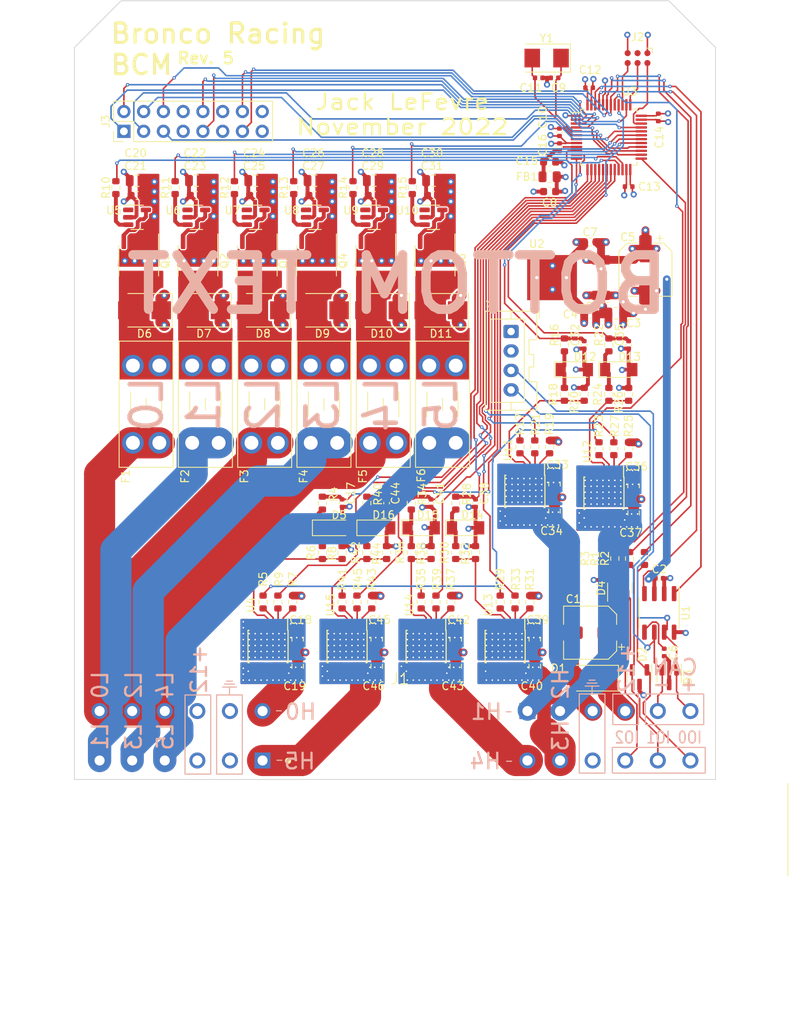
<source format=kicad_pcb>
(kicad_pcb (version 20211014) (generator pcbnew)
  (layers (0 "F.Cu" signal) (1 "In1.Cu" signal) (2 "In2.Cu" signal) (31 "B.Cu" signal) (34 "B.Paste" user) (35 "F.Paste" user) (36 "B.SilkS" user "B.Silkscreen") (37 "F.SilkS" user "F.Silkscreen") (38 "B.Mask" user) (39 "F.Mask" user) (44 "Edge.Cuts" user))
  (net 0 "")
  (net 1 "GND")
  (net 2 "+3V3")
  (net 3 "+12V")
  (net 4 "Net-(C6-Pad1)")
  (net 5 "Net-(C6-Pad2)")
  (net 6 "+3.3VA")
  (net 7 "/STM32/HSE_OUT")
  (net 8 "/STM32/HSE_IN")
  (net 9 "/High-side Channel 0/Sense")
  (net 10 "H0")
  (net 11 "/High-side Channel 1/Sense")
  (net 12 "H1")
  (net 13 "/High-side Channel 2/Sense")
  (net 14 "H2")
  (net 15 "/High-side Channel 3/Sense")
  (net 16 "H3")
  (net 17 "/High-side Channel 4/Sense")
  (net 18 "H4")
  (net 19 "/High-side Channel 5/Sense")
  (net 20 "SWO")
  (net 21 "H5")
  (net 22 "SWCLK")
  (net 23 "SWDIO")
  (net 24 "UART_TX")
  (net 25 "UART_RX")
  (net 26 "CAN+")
  (net 27 "CAN-")
  (net 28 "Net-(D6-Pad2)")
  (net 29 "Net-(D7-Pad2)")
  (net 30 "Net-(D8-Pad2)")
  (net 31 "Net-(D9-Pad2)")
  (net 32 "Net-(D10-Pad2)")
  (net 33 "Net-(D12-Pad1)")
  (net 34 "Net-(D13-Pad1)")
  (net 35 "Net-(D14-Pad1)")
  (net 36 "Net-(D15-Pad1)")
  (net 37 "IO")
  (net 38 "L0")
  (net 39 "L1")
  (net 40 "L2")
  (net 41 "L3")
  (net 42 "L4")
  (net 43 "L5")
  (net 45 "/STM32/UU0")
  (net 46 "/STM32/UU1")
  (net 47 "CANRX")
  (net 48 "CANTX")
  (net 49 "/STM32/UU2")
  (net 50 "/STM32/UU3")
  (net 51 "/STM32/UU4")
  (net 52 "/STM32/UU5")
  (net 53 "/STM32/UU6")
  (net 54 "/STM32/UU7")
  (net 56 "/STM32/UART_RX")
  (net 57 "/STM32/UART_TX")
  (net 58 "/High-side Channel 0/DEN")
  (net 59 "Net-(R5-Pad2)")
  (net 60 "Net-(R6-Pad1)")
  (net 61 "/High-side Channel 0/Drive")
  (net 62 "Net-(R7-Pad2)")
  (net 63 "Net-(R9-Pad1)")
  (net 64 "/Low-side channel 0/Drive")
  (net 65 "Net-(R10-Pad2)")
  (net 66 "/Low-side channel 1/Drive")
  (net 67 "Net-(R11-Pad2)")
  (net 68 "/Low-side channel 2/Drive")
  (net 69 "Net-(R12-Pad2)")
  (net 70 "/Low-side channel 3/Drive")
  (net 71 "Net-(R13-Pad2)")
  (net 72 "/Low-side channel 4/Drive")
  (net 73 "Net-(R14-Pad2)")
  (net 74 "/Low-side channel 5/Drive")
  (net 75 "Net-(R15-Pad2)")
  (net 76 "Net-(R17-Pad2)")
  (net 77 "Net-(R18-Pad1)")
  (net 78 "/High-side Channel 1/Drive")
  (net 79 "Net-(R19-Pad2)")
  (net 80 "Net-(R21-Pad1)")
  (net 81 "Net-(R23-Pad2)")
  (net 82 "Net-(R24-Pad1)")
  (net 83 "/High-side Channel 2/Drive")
  (net 84 "Net-(R25-Pad2)")
  (net 85 "Net-(R27-Pad1)")
  (net 86 "Net-(R29-Pad2)")
  (net 87 "Net-(R30-Pad1)")
  (net 88 "/High-side Channel 3/Drive")
  (net 89 "Net-(R31-Pad2)")
  (net 90 "Net-(R33-Pad1)")
  (net 91 "Net-(R35-Pad2)")
  (net 92 "Net-(R36-Pad1)")
  (net 93 "/High-side Channel 4/Drive")
  (net 94 "Net-(R37-Pad2)")
  (net 95 "Net-(R39-Pad1)")
  (net 96 "Net-(R41-Pad2)")
  (net 97 "Net-(R42-Pad1)")
  (net 98 "/High-side Channel 5/Drive")
  (net 99 "Net-(R43-Pad2)")
  (net 100 "Net-(R45-Pad1)")
  (net 101 "/STM32/GPIO")
  (net 133 "Net-(D5-Pad1)")
  (net 134 "Net-(D11-Pad2)")
  (net 135 "Net-(D16-Pad1)")
  (net 136 "Net-(Q1-Pad4)")
  (net 137 "Net-(Q2-Pad4)")
  (net 138 "Net-(Q3-Pad4)")
  (net 139 "Net-(Q4-Pad4)")
  (net 140 "Net-(Q5-Pad4)")
  (net 141 "Net-(Q6-Pad4)")
  (footprint "Capacitor_SMD:C_0805_2012Metric" (layer "F.Cu") (at 91.12 66.538)
    (fp_text reference "C24")
    (fp_text value "2.2uF")
  )
  (footprint "Resistor_SMD:R_0603_1608Metric" (layer "F.Cu") (at 116.205 120.65 90)
    (fp_text reference "R39")
    (fp_text value "47")
  )
  (footprint "Capacitor_SMD:C_0603_1608Metric" (layer "F.Cu") (at 98.74 68.453)
    (fp_text reference "C27")
    (fp_text value "100nF")
  )
  (footprint "Resistor_SMD:R_0603_1608Metric" (layer "F.Cu") (at 103.632 67.437 -90)
    (fp_text reference "R14")
    (fp_text value "4.7k")
  )
  (footprint "Capacitor_SMD:C_0603_1608Metric" (layer "F.Cu") (at 83.5 68.453)
    (fp_text reference "C23")
    (fp_text value "100nF")
  )
  (footprint "Package_TO_SOT_SMD:SOT-23-5" (layer "F.Cu") (at 98.74 71.247)
    (fp_text reference "U8")
    (fp_text value "MCP1416")
  )
  (footprint "Package_SO:Infineon_PG-TSDSO-14-22" (layer "F.Cu") (at 102.87 126.365 -90)
    (fp_text reference "U15")
    (fp_text value "BTS7004-1EPP")
  )
  (footprint "Package_TO_SOT_SMD:SOT-23-5" (layer "F.Cu") (at 75.88 71.247)
    (fp_text reference "U5")
    (fp_text value "MCP1416")
  )
  (footprint "Capacitor_SMD:C_0402_1005Metric" (layer "F.Cu") (at 142.875 58.42 -90)
    (fp_text reference "C14")
    (fp_text value "100n")
  )
  (footprint "Package_TO_SOT_SMD:SOT-23-5" (layer "F.Cu") (at 91.12 71.247)
    (fp_text reference "U7")
    (fp_text value "MCP1416")
  )
  (footprint "Resistor_SMD:R_0603_1608Metric" (layer "F.Cu") (at 96.012 67.437 -90)
    (fp_text reference "R13")
    (fp_text value "4.7k")
  )
  (footprint "Package_TO_SOT_SMD:SOT-23" (layer "F.Cu") (at 144.272 130.302 -90)
    (fp_text reference "D3")
    (fp_text value "ESDCAN02-2BWY")
  )
  (footprint "Resistor_SMD:R_0805_2012Metric" (layer "F.Cu") (at 128.905 66.04 180)
    (fp_text reference "FB1")
    (fp_text value "100R@100MHz")
  )
  (footprint "Package_TO_SOT_SMD:SOT-23" (layer "F.Cu") (at 137.922 118.872 90)
    (fp_text reference "D4")
    (fp_text value "SP0502BAHT")
  )
  (footprint "Connector_JST:JST_XA_B04B-XASK-1_1x04_P2.50mm_Vertical" (layer "F.Cu") (at 123.952 85.912 -90)
    (fp_text reference "J4")
    (fp_text value "JST B04B-XASK")
  )
  (footprint "Crystal:Crystal_SMD_5032-2Pin_5.0x3.2mm" (layer "F.Cu") (at 128.524 50.8 180)
    (fp_text reference "Y1")
    (fp_text value "8MHz")
  )
  (footprint "Resistor_SMD:R_0603_1608Metric" (layer "F.Cu") (at 125.095 100.727742 -90)
    (fp_text reference "R17")
    (fp_text value "4.7k")
  )
  (footprint "Resistor_SMD:R_0603_1608Metric" (layer "F.Cu") (at 126.365 120.65 90)
    (fp_text reference "R33")
    (fp_text value "47")
  )
  (footprint "Capacitor_SMD:C_0402_1005Metric" (layer "F.Cu") (at 130.175 62.23 90)
    (fp_text reference "C16")
    (fp_text value "100n")
  )
  (footprint "Capacitor_SMD:C_0805_2012Metric" (layer "F.Cu") (at 127 125.415 -90)
    (fp_text reference "C39")
    (fp_text value "100nF >25V")
  )
  (footprint "Resistor_SMD:R_0603_1608Metric" (layer "F.Cu") (at 139.065 100.965 90)
    (fp_text reference "R27")
    (fp_text value "47")
  )
  (footprint "Package_TO_SOT_SMD:SOT-23-5" (layer "F.Cu") (at 113.98 71.247)
    (fp_text reference "U10")
    (fp_text value "MCP1416")
  )
  (footprint "Capacitor_SMD:C_0805_2012Metric" (layer "F.Cu") (at 98.74 66.538)
    (fp_text reference "C26")
    (fp_text value "2.2uF")
  )
  (footprint "Package_SO:SOIC-8_3.9x4.9mm_P1.27mm" (layer "F.Cu") (at 106.56 76.835 -90)
    (fp_text reference "Q5")
    (fp_text value "Si4162DY")
  )
  (footprint "Diode_SMD:D_SMB" (layer "F.Cu") (at 107.315 83.185 180)
    (fp_text reference "D10")
    (fp_text value "SSB43L")
  )
  (footprint "Resistor_SMD:R_0603_1608Metric" (layer "F.Cu") (at 139.192 115.062 -90)
    (fp_text reference "R2")
    (fp_text value "470")
  )
  (footprint "Capacitor_SMD:C_0805_2012Metric" (layer "F.Cu") (at 139.7 105.73 -90)
    (fp_text reference "C36")
    (fp_text value "100nF >25V")
  )
  (footprint "Resistor_SMD:R_0603_1608Metric" (layer "F.Cu") (at 124.46 120.65 -90)
    (fp_text reference "R31")
    (fp_text value "4.7k")
  )
  (footprint "Package_SO:Infineon_PG-TSDSO-14-22" (layer "F.Cu") (at 135.89 106.68 -90)
    (fp_text reference "U12")
    (fp_text value "BTS7004-1EPP")
  )
  (footprint "Diode_SMD:D_MiniMELF" (layer "F.Cu") (at 132.08 90.805)
    (fp_text reference "D12")
    (fp_text value "7V")
  )
  (footprint "Resistor_SMD:R_0603_1608Metric" (layer "F.Cu") (at 105.41 114.3 90)
    (fp_text reference "R42")
    (fp_text value "4.7k")
  )
  (footprint "Capacitor_SMD:C_0603_1608Metric" (layer "F.Cu") (at 106.36 68.453)
    (fp_text reference "C29")
    (fp_text value "100nF")
  )
  (footprint "Resistor_SMD:R_0603_1608Metric" (layer "F.Cu") (at 99.695 107.95 -90)
    (fp_text reference "R4")
    (fp_text value "4.7k")
  )
  (footprint "Capacitor_SMD:C_0402_1005Metric" (layer "F.Cu") (at 102.235 107.95 -90)
    (fp_text reference "C17")
    (fp_text value "220p")
  )
  (footprint "Diode_SMD:D_SMB" (layer "F.Cu") (at 92.075 83.185 180)
    (fp_text reference "D8")
    (fp_text value "SSB43L")
  )
  (footprint "Fuse:Fuseholder_Blade_Mini_Keystone_3568" (layer "F.Cu") (at 109.22 90.29 -90)
    (fp_text reference "F5")
    (fp_text value "Fuse")
  )
  (footprint "Resistor_SMD:R_0603_1608Metric" (layer "F.Cu") (at 111.125 107.95 -90)
    (fp_text reference "R34")
    (fp_text value "4.7k")
  )
  (footprint "Capacitor_SMD:C_0402_1005Metric" (layer "F.Cu") (at 143.002 117.602)
    (fp_text reference "C2")
    (fp_text value "100n")
  )
  (footprint "Capacitor_SMD:C_0402_1005Metric" (layer "F.Cu") (at 139.065 67.31 180)
    (fp_text reference "C13")
    (fp_text value "100n")
  )
  (footprint "Diode_SMD:D_SMB" (layer "F.Cu") (at 114.935 83.185 180)
    (fp_text reference "D11")
    (fp_text value "SSB43L")
  )
  (footprint "Package_SO:SOIC-8_3.9x4.9mm_P1.27mm" (layer "F.Cu") (at 91.32 76.835 -90)
    (fp_text reference "Q3")
    (fp_text value "Si4162DY")
  )
  (footprint "Package_TO_SOT_SMD:SOT-23" (layer "F.Cu") (at 140.462 130.302 -90)
    (fp_text reference "D2")
    (fp_text value "SP0502BAHT")
  )
  (footprint "Diode_SMD:D_MiniMELF" (layer "F.Cu") (at 118.11 111.125)
    (fp_text reference "D14")
    (fp_text value "7V")
  )
  (footprint "Capacitor_SMD:C_0805_2012Metric" (layer "F.Cu") (at 106.68 128.905 90)
    (fp_text reference "C46")
    (fp_text value "10nF >25V")
  )
  (footprint "Resistor_SMD:R_0603_1608Metric" (layer "F.Cu") (at 104.14 120.65 -90)
    (fp_text reference "R43")
    (fp_text value "4.7k")
  )
  (footprint "Resistor_SMD:R_0603_1608Metric" (layer "F.Cu") (at 127 100.727742 -90)
    (fp_text reference "R19")
    (fp_text value "4.7k")
  )
  (footprint "Capacitor_SMD:C_0805_2012Metric" (layer "F.Cu") (at 129.54 108.982742 90)
    (fp_text reference "C34")
    (fp_text value "10nF >25V")
  )
  (footprint "Resistor_SMD:R_0603_1608Metric" (layer "F.Cu") (at 141.097 115.062 90)
    (fp_text reference "R1")
    (fp_text value "470")
  )
  (footprint "Resistor_SMD:R_0603_1608Metric" (layer "F.Cu") (at 107.95 114.3 90)
    (fp_text reference "R44")
    (fp_text value "1.2k")
  )
  (footprint "Resistor_SMD:R_0603_1608Metric" (layer "F.Cu") (at 95.885 120.65 90)
    (fp_text reference "R9")
    (fp_text value "47")
  )
  (footprint "Capacitor_SMD:C_0805_2012Metric" (layer "F.Cu") (at 116.84 128.905 90)
    (fp_text reference "C43")
    (fp_text value "10nF >25V")
  )
  (footprint "Resistor_SMD:R_0603_1608Metric" (layer "F.Cu") (at 136.525 93.98 90)
    (fp_text reference "R24")
    (fp_text value "4.7k")
  )
  (footprint "Resistor_SMD:R_0603_1608Metric" (layer "F.Cu") (at 114.3 120.65 -90)
    (fp_text reference "R37")
    (fp_text value "4.7k")
  )
  (footprint "Package_SO:SOIC-8_3.9x4.9mm_P1.27mm" (layer "F.Cu") (at 114.18 76.835 -90)
    (fp_text reference "Q6")
    (fp_text value "Si4162DY")
  )
  (footprint "Capacitor_SMD:C_0805_2012Metric" (layer "F.Cu") (at 96.52 128.905 90)
    (fp_text reference "C19")
    (fp_text value "10nF >25V")
  )
  (footprint "Capacitor_SMD:CP_Elec_6.3x7.7" (layer "F.Cu") (at 141.224 77.978 -90)
    (fp_text reference "C5")
    (fp_text value "100uF")
  )
  (footprint "Package_TO_SOT_SMD:SOT-23-5" (layer "F.Cu") (at 83.5 71.247)
    (fp_text reference "U6")
    (fp_text value "MCP1416")
  )
  (footprint "Package_SO:SOIC-8_3.9x4.9mm_P1.27mm" (layer "F.Cu") (at 98.94 76.835 -90)
    (fp_text reference "Q4")
    (fp_text value "Si4162DY")
  )
  (footprint "Package_SO:SOIC-8_3.9x4.9mm_P1.27mm" (layer "F.Cu") (at 83.7 76.835 -90)
    (fp_text reference "Q2")
    (fp_text value "Si4162DY")
  )
  (footprint "Resistor_SMD:R_0603_1608Metric" (layer "F.Cu") (at 135.255 100.965 -90)
    (fp_text reference "R23")
    (fp_text value "4.7k")
  )
  (footprint "Fuse:Fuseholder_Blade_Mini_Keystone_3568" (layer "F.Cu") (at 78.74 90.29 -90)
    (fp_text reference "F1")
    (fp_text value "Fuse")
  )
  (footprint "Package_TO_SOT_SMD:SOT-23-5" (layer "F.Cu") (at 106.36 71.247)
    (fp_text reference "U9")
    (fp_text value "MCP1416")
  )
  (footprint "Capacitor_SMD:C_0603_1608Metric" (layer "F.Cu") (at 134.112 83.712 180)
    (fp_text reference "C4")
    (fp_text value "100nF")
  )
  (footprint "Capacitor_SMD:C_0402_1005Metric" (layer "F.Cu") (at 129.54 53.34 180)
    (fp_text reference "C9")
    (fp_text value "30p")
  )
  (footprint "Capacitor_SMD:C_0603_1608Metric" (layer "F.Cu") (at 134.125 74.422 180)
    (fp_text reference "C7")
    (fp_text value "100nF")
  )
  (footprint "Capacitor_SMD:C_0805_2012Metric" (layer "F.Cu") (at 96.52 125.415 -90)
    (fp_text reference "C18")
    (fp_text value "100nF >25V")
  )
  (footprint "Capacitor_SMD:C_0402_1005Metric" (layer "F.Cu") (at 107.95 107.95 -90)
    (fp_text reference "C44")
    (fp_text value "220p")
  )
  (footprint "Capacitor_SMD:C_0603_1608Metric" (layer "F.Cu") (at 75.88 68.453)
    (fp_text reference "C21")
    (fp_text value "100nF")
  )
  (footprint "Capacitor_SMD:C_0603_1608Metric" (layer "F.Cu") (at 128.905 67.945 180)
    (fp_text reference "C8")
    (fp_text value "4u7")
  )
  (footprint "Resistor_SMD:R_0603_1608Metric" (layer "F.Cu") (at 73.152 67.437 -90)
    (fp_text reference "R10")
    (fp_text value "4.7k")
  )
  (footprint "Capacitor_SMD:C_0805_2012Metric" (layer "F.Cu") (at 106.36 66.538)
    (fp_text reference "C28")
    (fp_text value "2.2uF")
  )
  (footprint "Resistor_SMD:R_0603_1608Metric" (layer "F.Cu") (at 99.695 114.3 90)
    (fp_text reference "R6")
    (fp_text value "4.7k")
  )
  (footprint "Fuse:Fuseholder_Blade_Mini_Keystone_3568" (layer "F.Cu") (at 101.6 90.29 -90)
    (fp_text reference "F4")
    (fp_text value "Fuse")
  )
  (footprint "Package_SO:SOIC-8_3.9x4.9mm_P1.27mm" (layer "F.Cu") (at 143.002 122.047 -90)
    (fp_text reference "U1")
    (fp_text value "SN65HVD230")
  )
  (footprint "Capacitor_SMD:C_0805_2012Metric" (layer "F.Cu") (at 106.68 125.415 -90)
    (fp_text reference "C45")
    (fp_text value "100nF >25V")
  )
  (footprint "Fuse:Fuseholder_Blade_Mini_Keystone_3568" (layer "F.Cu") (at 93.98 90.29 -90)
    (fp_text reference "F3")
    (fp_text value "Fuse")
  )
  (footprint "Resistor_SMD:R_0603_1608Metric" (layer "F.Cu") (at 133.35 93.98 90)
    (fp_text reference "R20")
    (fp_text value "1.2k")
  )
  (footprint "Capacitor_SMD:C_0402_1005Metric" (layer "F.Cu") (at 143.637 127.127 -90)
    (fp_text reference "C6")
    (fp_text value "100n")
  )
  (footprint "Resistor_SMD:R_0603_1608Metric" (layer "F.Cu") (at 88.392 67.437 -90)
    (fp_text reference "R12")
    (fp_text value "4.7k")
  )
  (footprint "Resistor_SMD:R_0603_1608Metric" (layer "F.Cu") (at 102.235 114.3 90)
    (fp_text reference "R8")
    (fp_text value "1.2k")
  )
  (footprint "Fuse:Fuseholder_Blade_Mini_Keystone_3568" (layer "F.Cu") (at 116.84 90.29 -90)
    (fp_text reference "F6")
    (fp_text value "Fuse")
  )
  (footprint "Resistor_SMD:R_0603_1608Metric" (layer "F.Cu") (at 111.252 67.437 -90)
    (fp_text reference "R15")
    (fp_text value "4.7k")
  )
  (footprint "MountingHole:MountingHole_3.2mm_M3" (layer "F.Cu") (at 109.032 139.042)
    (fp_text reference "H1" hide)
    (fp_text value "MountingHole_3.2mm_M3")
  )
  (footprint "Capacitor_SMD:CP_Elec_6.3x7.7" (layer "F.Cu") (at 134.112 124.587 180)
    (fp_text reference "C1")
    (fp_text value "100uF")
  )
  (footprint "Diode_SMD:D_MiniMELF" (layer "F.Cu") (at 100.965 111.125)
    (fp_text reference "D5")
    (fp_text value "7V")
  )
  (footprint "Resistor_SMD:R_0603_1608Metric" (layer "F.Cu") (at 106.045 120.65 90)
    (fp_text reference "R45")
    (fp_text value "47")
  )
  (footprint "Resistor_SMD:R_0603_1608Metric" (layer "F.Cu") (at 116.84 107.95 -90)
    (fp_text reference "R28")
    (fp_text value "4.7k")
  )
  (footprint "Package_SO:Infineon_PG-TSDSO-14-22" (layer "F.Cu") (at 113.03 126.365 -90)
    (fp_text reference "U14")
    (fp_text value "BTS7004-1EPP")
  )
  (footprint "Package_SO:SOIC-8_3.9x4.9mm_P1.27mm" (layer "F.Cu") (at 76.08 76.835 -90)
    (fp_text reference "Q1")
    (fp_text value "Si4162DY")
  )
  (footprint "Capacitor_SMD:C_0603_1608Metric" (layer "F.Cu") (at 91.12 68.453)
    (fp_text reference "C25")
    (fp_text value "100nF")
  )
  (footprint "Capacitor_SMD:C_0402_1005Metric" (layer "F.Cu") (at 139.065 87.63 -90)
    (fp_text reference "C35")
    (fp_text value "220p")
  )
  (footprint "Package_QFP:LQFP-48_7x7mm_P0.5mm" (layer "F.Cu") (at 136.525 60.96)
    (fp_text reference "U3")
    (fp_text value "STM32F103C8T6")
  )
  (footprint "Resistor_SMD:R_0603_1608Metric" (layer "F.Cu") (at 130.81 87.63 -90)
    (fp_text reference "R16")
    (fp_text value "4.7k")
  )
  (footprint "Resistor_SMD:R_0603_1608Metric" (layer "F.Cu") (at 102.235 120.65 -90)
    (fp_text reference "R41")
    (fp_text value "4.7k")
  )
  (footprint "Diode_SMD:D_MiniMELF" (layer "F.Cu") (at 112.395 111.125)
    (fp_text reference "D15")
    (fp_text value "7V")
  )
  (footprint "Capacitor_SMD:C_0805_2012Metric" (layer "F.Cu") (at 127 128.905 90)
    (fp_text reference "C40")
    (fp_text value "10nF >25V")
  )
  (footprint "Resistor_SMD:R_0603_1608Metric" (layer "F.Cu") (at 137.16 100.965 -90)
    (fp_text reference "R25")
    (fp_text value "4.7k")
  )
  (footprint "Capacitor_SMD:C_0805_2012Metric" (layer "F.Cu") (at 129.54 105.492742 -90)
    (fp_text reference "C33")
    (fp_text value "100nF >25V")
  )
  (footprint "Resistor_SMD:R_0603_1608Metric" (layer "F.Cu") (at 130.81 93.98 90)
    (fp_text reference "R18")
    (fp_text value "4.7k")
  )
  (footprint "Resistor_SMD:R_0603_1608Metric" (layer "F.Cu") (at 80.772 67.437 -90)
    (fp_text reference "R11")
    (fp_text value "4.7k")
  )
  (footprint "Resistor_SMD:R_0603_1608Metric" (layer "F.Cu") (at 137.287 115.062 -90)
    (fp_text reference "R3")
    (fp_text value "470")
  )
  (footprint "Diode_SMD:D_SMB" (layer "F.Cu") (at 76.835 83.185 180)
    (fp_text reference "D6")
    (fp_text value "SSB43L")
  )
  (footprint "Resistor_SMD:R_0603_1608Metric" (layer "F.Cu") (at 112.395 120.65 -90)
    (fp_text reference "R35")
    (fp_text value "4.7k")
  )
  (footprint "Capacitor_SMD:C_0805_2012Metric" (layer "F.Cu") (at 137.414 83.566)
    (fp_text reference "C3")
    (fp_text value "2.2uF")
  )
  (footprint "Diode_SMD:D_SMB" (layer "F.Cu") (at 84.455 83.185 180)
    (fp_text reference "D7")
    (fp_text value "SSB43L")
  )
  (footprint "Resistor_SMD:R_0603_1608Metric" (layer "F.Cu") (at 113.665 114.3 90)
    (fp_text reference "R38")
    (fp_text value "1.2k")
  )
  (footprint "Capacitor_SMD:C_0402_1005Metric" (layer "F.Cu") (at 127.508 53.34)
    (fp_text reference "C11")
    (fp_text value "30p")
  )
  (footprint "Diode_SMD:D_SMB" (layer "F.Cu") (at 99.695 83.185 180)
    (fp_text reference "D9")
    (fp_text value "SSB43L")
  )
  (footprint "Capacitor_SMD:C_0805_2012Metric" (layer "F.Cu") (at 139.7 109.22 90)
    (fp_text reference "C37")
    (fp_text value "10nF >25V")
  )
  (footprint "Capacitor_SMD:C_0805_2012Metric" (layer "F.Cu") (at 113.98 66.538)
    (fp_text reference "C30")
    (fp_text value "2.2uF")
  )
  (footprint "Diode_SMD:D_MiniMELF" (layer "F.Cu") (at 137.795 90.805)
    (fp_text reference "D13")
    (fp_text value "7V")
  )
  (footprint "Capacitor_SMD:C_0402_1005Metric" (layer "F.Cu") (at 113.665 107.95 -90)
    (fp_text reference "C41")
    (fp_text value "220p")
  )
  (footprint "Fuse:Fuseholder_Blade_Mini_Keystone_3568" (layer "F.Cu") (at 86.36 90.29 -90)
    (fp_text reference "F2")
    (fp_text value "Fuse")
  )
  (footprint "Capacitor_SMD:C_0805_2012Metric" (layer "F.Cu") (at 116.84 125.415 -90)
    (fp_text reference "C42")
    (fp_text value "100nF >25V")
  )
  (footprint "Capacitor_SMD:C_0402_1005Metric" (layer "F.Cu") (at 133.985 54.61)
    (fp_text reference "C12")
    (fp_text value "100n")
  )
  (footprint "Connector_PinHeader_2.54mm:PinHeader_2x08_P2.54mm_Vertical" (layer "F.Cu") (at 74.183 60.203 90)
    (fp_text reference "J3")
    (fp_text value "Conn_02x08_Top_Bottom")
  )
  (footprint "Package_SO:Infineon_PG-TSDSO-14-22" (layer "F.Cu") (at 92.71 126.365 -90)
    (fp_text reference "U4")
    (fp_text value "BTS7004-1EPP")
  )
  (footprint "Connector:Tag-Connect_TC2030-IDC-NL_2x03_P1.27mm_Vertical" (layer "F.Cu") (at 140.208 50.8 180)
    (fp_text reference "J2")
    (fp_text value "TC2030")
  )
  (footprint "Capacitor_SMD:C_0402_1005Metric" (layer "F.Cu") (at 130.175 60.325 -90)
    (fp_text reference "C10")
    (fp_text value "100n")
  )
  (footprint "Capacitor_SMD:C_0805_2012Metric" (layer "F.Cu") (at 75.88 66.538)
    (fp_text reference "C20")
    (fp_text value "2.2uF")
  )
  (footprint "Resistor_SMD:R_0603_1608Metric" (layer "F.Cu") (at 128.905 100.727742 90)
    (fp_text reference "R21")
    (fp_text value "47")
  )
  (footprint "Package_SO:Infineon_PG-TSDSO-14-22" (layer "F.Cu") (at 125.73 106.442742 -90)
    (fp_text reference "U11")
    (fp_text value "BTS7004-1EPP")
  )
  (footprint "Resistor_SMD:R_0603_1608Metric" (layer "F.Cu") (at 116.84 114.3 90)
    (fp_text reference "R30")
    (fp_text value "4.7k")
  )
  (footprint "Resistor_SMD:R_0603_1608Metric" (layer "F.Cu") (at 92.075 120.65 -90)
    (fp_text reference "R5")
    (fp_text value "4.7k")
  )
  (footprint "Resistor_SMD:R_0603_1608Metric" (layer "F.Cu") (at 119.38 114.3 90)
    (fp_text reference "R32")
    (fp_text value "1.2k")
  )
  (footprint "Capacitor_SMD:C_0805_2012Metric" (layer "F.Cu") (at 83.5 66.538)
    (fp_text reference "C22")
    (fp_text value "2.2uF")
  )
  (footprint "Resistor_SMD:R_0603_1608Metric" (layer "F.Cu") (at 105.41 107.95 -90)
    (fp_text reference "R40")
    (fp_text value "4.7k")
  )
  (footprint "Diode_SMD:D_SMA" (layer "F.Cu") (at 134.366 130.429 180)
    (fp_text reference "D1")
    (fp_text value "15-25V")
  )
  (footprint "DTM13-12PA-12PB:TE_DTM1312PA12PBR008" (layer "F.Cu") (at 109.032 139.042)
    (fp_text reference "J1")
    (fp_text value "DTM1312PA12PBR008")
  )
  (footprint "Package_SO:Infineon_PG-TSDSO-14-22" (layer "F.Cu") (at 123.19 126.365 -90)
    (fp_text reference "U13")
    (fp_text value "BTS7004-1EPP")
  )
  (footprint "Capacitor_SMD:C_0603_1608Metric" (layer "F.Cu") (at 128.905 64.135)
    (fp_text reference "C15")
    (fp_text value "1u")
  )
  (footprint "Resistor_SMD:R_0603_1608Metric" (layer "F.Cu") (at 122.555 120.65 -90)
    (fp_text reference "R29")
    (fp_text value "4.7k")
  )
  (footprint "Capacitor_SMD:C_0402_1005Metric" (layer "F.Cu") (at 133.35 87.63 -90)
    (fp_text reference "C32")
    (fp_text value "220p")
  )
  (footprint "Resistor_SMD:R_0603_1608Metric" (layer "F.Cu") (at 111.125 114.3 90)
    (fp_text reference "R36")
    (fp_text value "4.7k")
  )
  (footprint "Capacitor_SMD:C_0603_1608Metric" (layer "F.Cu") (at 113.98 68.453)
    (fp_text reference "C31")
    (fp_text value "100nF")
  )
  (footprint "Capacitor_SMD:C_0402_1005Metric" (layer "F.Cu") (at 119.38 107.95 -90)
    (fp_text reference "C38")
    (fp_text value "220p")
  )
  (footprint "Package_TO_SOT_SMD:TO-252-2" (layer "F.Cu") (at 131.318 78.994 180)
    (fp_text reference "U2")
    (fp_text value "LF33_TO252")
  )
  (footprint "Resistor_SMD:R_0603_1608Metric" (layer "F.Cu") (at 136.525 87.63 -90)
    (fp_text reference "R22")
    (fp_text value "4.7k")
  )
  (footprint "Resistor_SMD:R_0603_1608Metric" (layer "F.Cu") (at 93.98 120.65 -90)
    (fp_text reference "R7")
    (fp_text value "4.7k")
  )
  (footprint "Diode_SMD:D_MiniMELF" (layer "F.Cu") (at 106.68 111.125)
    (fp_text reference "D16")
    (fp_text value "7V")
  )
  (footprint "Resistor_SMD:R_0603_1608Metric" (layer "F.Cu") (at 139.065 93.98 90)
    (fp_text reference "R26")
    (fp_text value "1.2k")
  )
  (gr_rect (start 136.9695 139.319) (end 148.9075 142.621) (layer "B.SilkS") (width 0.15) (fill none))
  (gr_line (start 93.853 140.97) (end 94.488 140.97) (layer "B.SilkS") (width 0.15))
  (gr_line (start 133.731 131.064) (end 135.001 131.064) (layer "B.SilkS") (width 0.15))
  (gr_rect (start 82.042 132.588) (end 85.344 142.748) (layer "B.SilkS") (width 0.15) (fill none))
  (gr_line (start 86.868 131.572) (end 88.646 131.572) (layer "B.SilkS") (width 0.15))
  (gr_line (start 133.985 130.683) (end 134.747 130.683) (layer "B.SilkS") (width 0.15))
  (gr_rect (start 137.033 132.461) (end 140.335 136.398) (layer "B.SilkS") (width 0.15) (fill none))
  (gr_line (start 93.7895 134.62) (end 94.4245 134.62) (layer "B.SilkS") (width 0.15))
  (gr_rect (start 132.715 132.461) (end 136.017 142.621) (layer "B.SilkS") (width 0.15) (fill none))
  (gr_rect (start 86.106 132.588) (end 89.408 142.748) (layer "B.SilkS") (width 0.15) (fill none))
  (gr_line (start 87.757 132.588) (end 87.757 131.572) (layer "B.SilkS") (width 0.15))
  (gr_line (start 123.3805 141.097) (end 124.0155 141.097) (layer "B.SilkS") (width 0.15))
  (gr_line (start 133.477 131.445) (end 135.255 131.445) (layer "B.SilkS") (width 0.15))
  (gr_line (start 134.366 132.461) (end 134.366 131.445) (layer "B.SilkS") (width 0.15))
  (gr_line (start 123.317 134.747) (end 123.952 134.747) (layer "B.SilkS") (width 0.15))
  (gr_line (start 87.122 131.191) (end 88.392 131.191) (layer "B.SilkS") (width 0.15))
  (gr_line (start 87.376 130.81) (end 88.138 130.81) (layer "B.SilkS") (width 0.15))
  (gr_rect (start 141.224 132.461) (end 148.717 136.398) (layer "B.SilkS") (width 0.15) (fill none))
  (gr_line (start 67.832 143.442) (end 67.832 49.442) (layer "Edge.Cuts") (width 0.1))
  (gr_line (start 73.832 43.442) (end 67.832 49.442) (layer "Edge.Cuts") (width 0.1))
  (gr_line (start 144.232 43.442) (end 150.232 49.442) (layer "Edge.Cuts") (width 0.1))
  (gr_line (start 144.232 43.442) (end 73.832 43.442) (layer "Edge.Cuts") (width 0.1))
  (gr_line (start 67.832 143.442) (end 150.232 143.442) (layer "Edge.Cuts") (width 0.1))
  (gr_line (start 150.232 143.442) (end 150.232 49.442) (layer "Edge.Cuts") (width 0.1))
  (gr_text "L1" (at 84.455 95.25 90) (layer "B.SilkS") (effects (font (size 4 4) (thickness 0.6)) (justify mirror)))
  (gr_text "+ -" (at 145.034 131.191) (layer "B.SilkS") (effects (font (size 1.75 1.75) (thickness 0.3)) (justify mirror)))
  (gr_text "H3" (at 130.302 137.795 90) (layer "B.SilkS") (effects (font (size 2 2) (thickness 0.3)) (justify mirror)))
  (gr_text "H5" (at 96.774 141.097) (layer "B.SilkS") (effects (font (size 2 2) (thickness 0.3)) (justify mirror)))
  (gr_text "L2" (at 92.075 95.25 90) (layer "B.SilkS") (effects (font (size 4 4) (thickness 0.6)) (justify mirror)))
  (gr_text "+12" (at 83.82 129.286 90) (layer "B.SilkS") (effects (font (size 2 2) (thickness 0.3)) (justify mirror)))
  (gr_text "L2" (at 75.438 131.318 90) (layer "B.SilkS") (effects (font (size 2 2) (thickness 0.3)) (justify mirror)))
  (gr_text "L1" (at 71.12 137.922 90) (layer "B.SilkS") (effects (font (size 2 2) (thickness 0.3)) (justify mirror)))
  (gr_text "H0" (at 96.901 134.747) (layer "B.SilkS") (effects (font (size 2 2) (thickness 0.3)) (justify mirror)))
  (gr_text "H2" (at 130.302 131.191 90) (layer "B.SilkS") (effects (font (size 2 2) (thickness 0.3)) (justify mirror)))
  (gr_text "L4" (at 107.315 95.25 90) (layer "B.SilkS") (effects (font (size 4 4) (thickness 0.6)) (justify mirror)))
  (gr_text "IO0 IO1 IO2" (at 142.875 138.049) (layer "B.SilkS") (effects (font (size 1.5 1.25) (thickness 0.2)) (justify mirror)))
  (gr_text "L0" (at 71.12 131.318 90) (layer "B.SilkS") (effects (font (size 2 2) (thickness 0.3)) (justify mirror)))
  (gr_text "L5" (at 79.502 137.922 90) (layer "B.SilkS") (effects (font (size 2 2) (thickness 0.3)) (justify mirror)))
  (gr_text "L5" (at 114.935 95.25 90) (layer "B.SilkS") (effects (font (size 4 4) (thickness 0.6)) (justify mirror)))
  (gr_text "L3" (at 99.695 95.25 90) (layer "B.SilkS") (effects (font (size 4 4) (thickness 0.6)) (justify mirror)))
  (gr_text "H4" (at 120.65 141.097) (layer "B.SilkS") (effects (font (size 2 2) (thickness 0.3)) (justify mirror)))
  (gr_text "H1" (at 120.777 134.747) (layer "B.SilkS") (effects (font (size 2 2) (thickness 0.3)) (justify mirror)))
  (gr_text "CAN" (at 145.034 129.032) (layer "B.SilkS") (effects (font (size 2 2) (thickness 0.3)) (justify mirror)))
  (gr_text "L4" (at 79.502 131.318 90) (layer "B.SilkS") (effects (font (size 2 2) (thickness 0.3)) (justify mirror)))
  (gr_text "L3" (at 75.438 137.922 90) (layer "B.SilkS") (effects (font (size 2 2) (thickness 0.3)) (justify mirror)))
  (gr_text "BOTTOM TEXT" (at 109.347 79.883) (layer "B.SilkS") (effects (font (size 7 7) (thickness 1.2)) (justify mirror)))
  (gr_text "+12" (at 138.811 129.159 90) (layer "B.SilkS") (effects (font (size 2 2) (thickness 0.3)) (justify mirror)))
  (gr_text "L0" (at 77.1144 95.25 90) (layer "B.SilkS") (effects (font (size 4 4) (thickness 0.6)) (justify mirror)))
  (gr_text "Rev. 5" (at 84.709 50.8) (layer "F.SilkS") (effects (font (size 1.5 1.5) (thickness 0.3))))
  (gr_text "Bronco Racing\nBCM" (at 72.263 49.657) (layer "F.SilkS") (effects (font (size 2.5 2.5) (thickness 0.4)) (justify left)))
  (gr_text "Jack LeFevre\nNovember 2022" (at 109.982 58.039) (layer "F.SilkS") (effects (font (size 2 2.3) (thickness 0.3))))
  (segment (start 133.35 93.155) (end 132.105 93.155) (width 0.5) (layer "F.Cu") (net 1))
  (segment (start 144.388 117.602) (end 143.482 117.602) (width 0.5) (layer "F.Cu") (net 1))
  (segment (start 129.218 80.45) (end 129.286 80.518) (width 1) (layer "F.Cu") (net 1))
  (segment (start 133.35 88.11) (end 132.47 88.11) (width 0.5) (layer "F.Cu") (net 1))
  (segment (start 133.337 83.712) (end 133.337 83.113) (width 1) (layer "F.Cu") (net 1))
  (segment (start 127 127.127) (end 127 126.365) (width 1) (layer "F.Cu") (net 1))
  (segment (start 118.595 111.125) (end 118.48 111.24) (width 0.5) (layer "F.Cu") (net 1))
  (segment (start 138.265 90.805) (end 138.22 90.85) (width 0.5) (layer "F.Cu") (net 1))
  (segment (start 144.03 58.9) (end 144.14 59.01) (width 0.2) (layer "F.Cu") (net 1))
  (segment (start 102.715 112.995) (end 102.235 113.475) (width 0.5) (layer "F.Cu") (net 1))
  (segment (start 138.364 82.108) (end 138.364 83.566) (width 1) (layer "F.Cu") (net 1))
  (segment (start 130.175 60.805) (end 129.125 60.805) (width 0.2) (layer "F.Cu") (net 1))
  (segment (start 129.54 107.204742) (end 129.54 106.442742) (width 1) (layer "F.Cu") (net 1))
  (segment (start 116.84 127.127) (end 117.856 127.127) (width 1) (layer "F.Cu") (net 1))
  (segment (start 138.585 67.31) (end 138.585 68.335) (width 0.2) (layer "F.Cu") (net 1))
  (segment (start 139.065 88.11) (end 139.065 90.325) (width 0.5) (layer "F.Cu") (net 1))
  (segment (start 129.218 78.994) (end 131.064 78.994) (width 1) (layer "F.Cu") (net 1))
  (segment (start 134.275 54.8) (end 134.465 54.61) (width 0.2) (layer "F.Cu") (net 1))
  (segment (start 139.065 90.325) (end 139.545 90.805) (width 0.5) (layer "F.Cu") (net 1))
  (segment (start 136.07 53.98) (end 136.07 53.72) (width 0.2) (layer "F.Cu") (net 1))
  (segment (start 139.065 93.155) (end 139.065 91.285) (width 0.5) (layer "F.Cu") (net 1))
  (segment (start 126.365 119.825) (end 127.445 119.825) (width 1) (layer "F.Cu") (net 1))
  (segment (start 109.135 113.475) (end 109.15 113.49) (width 0.5) (layer "F.Cu") (net 1))
  (segment (start 119.38 111.605) (end 119.86 111.125) (width 0.5) (layer "F.Cu") (net 1))
  (segment (start 146.302 124.522) (end 146.4 124.62) (width 0.5) (layer "F.Cu") (net 1))
  (segment (start 139.7 107.442) (end 140.716 107.442) (width 1) (layer "F.Cu") (net 1))
  (segment (start 114.145 108.91) (end 113.665 108.43) (width 0.5) (layer "F.Cu") (net 1))
  (segment (start 133.83 90.805) (end 132.305 90.805) (width 0.5) (layer "F.Cu") (net 1))
  (segment (start 139.545 90.805) (end 138.265 90.805) (width 0.5) (layer "F.Cu") (net 1))
  (segment (start 132.305 90.805) (end 132.29 90.79) (width 0.5) (layer "F.Cu") (net 1))
  (segment (start 130.175 60.805) (end 131.08 61.71) (width 0.2) (layer "F.Cu") (net 1))
  (segment (start 129.874742 99.902742) (end 130.048 100.076) (width 1) (layer "F.Cu") (net 1))
  (segment (start 113.665 108.43) (end 112.6 108.43) (width 0.5) (layer "F.Cu") (net 1))
  (segment (start 140.145 100.14) (end 139.065 100.14) (width 1) (layer "F.Cu") (net 1))
  (segment (start 112.905 111.125) (end 112.83 111.05) (width 0.5) (layer "F.Cu") (net 1))
  (segment (start 141.224 80.678) (end 141.224 83.058) (width 1) (layer "F.Cu") (net 1))
  (segment (start 116.84 127.955) (end 116.84 127.127) (width 1) (layer "F.Cu") (net 1))
  (segment (start 135.775 55.616752) (end 136.07 55.321752) (width 0.2) (layer "F.Cu") (net 1))
  (segment (start 116.84 127.127) (end 116.84 126.365) (width 1) (layer "F.Cu") (net 1))
  (segment (start 139.065 93.155) (end 137.855 93.155) (width 0.5) (layer "F.Cu") (net 1))
  (segment (start 107.95 113.475) (end 109.135 113.475) (width 0.5) (layer "F.Cu") (net 1))
  (segment (start 106.68 127.955) (end 106.68 127.127) (width 1) (layer "F.Cu") (net 1))
  (segment (start 135.775 56.7975) (end 135.775 55.616752) (width 0.2) (layer "F.Cu") (net 1))
  (segment (start 131.412 124.587) (end 131.412 126.398) (width 2.5) (layer "F.Cu") (net 1))
  (segment (start 119.38 108.43) (end 119.38 110.645) (width 0.5) (layer "F.Cu") (net 1))
  (segment (start 132.334 74.422) (end 133.35 74.422) (width 1) (layer "F.Cu") (net 1))
  (segment (start 128.905 99.902742) (end 129.874742 99.902742) (width 1) (layer "F.Cu") (net 1))
  (segment (start 131.412 126.398) (end 131.412 128.938) (width 2.5) (layer "F.Cu") (net 1))
  (segment (start 112.6 108.43) (end 112.53 108.5) (width 0.5) (layer "F.Cu") (net 1))
  (segment (start 129.68 64.135) (end 130.375 64.135) (width 0.5) (layer "F.Cu") (net 1))
  (segment (start 132.47 88.11) (end 132.35 88.23) (width 0.5) (layer "F.Cu") (net 1))
  (segment (start 139.794 80.678) (end 141.224 80.678) (width 1) (layer "F.Cu") (net 1))
  (segment (start 130.375 64.135) (end 130.81 64.57) (width 0.5) (layer "F.Cu") (net 1))
  (segment (start 133.35 84.836) (end 133.35 83.725) (width 1) (layer "F.Cu") (net 1))
  (segment (start 113.665 113.475) (end 113.665 111.605) (width 0.5) (layer "F.Cu") (net 1))
  (segment (start 142.685 58.71) (end 142.875 58.9) (width 0.2) (layer "F.Cu") (net 1))
  (segment (start 132.715 132.93) (end 132.715 132.08) (width 2.5) (layer "F.Cu") (net 1))
  (segment (start 138.364 85.024) (end 138.364 83.566) (width 1) (layer "F.Cu") (net 1))
  (segment (start 119.38 110.645) (end 119.86 111.125) (width 0.5) (layer "F.Cu") (net 1))
  (segment (start 107.95 113.475) (end 107.95 111.605) (width 0.5) (layer "F.Cu") (net 1))
  (segment (start 136.07 55.321752) (end 136.07 53.98) (width 0.2) (layer "F.Cu") (net 1))
  (segment (start 114.145 111.125) (end 112.905 111.125) (width 0.5) (layer "F.Cu") (net 1))
  (segment (start 102.235 113.475) (end 102.945 113.475) (width 0.5) (layer "F.Cu") (net 1))
  (segment (start 134.437 134.652) (end 132.715 132.93) (width 2.5) (layer "F.Cu") (net 1))
  (segment (start 107.125 119.825) (end 107.188 119.888) (width 1) (layer "F.Cu") (net 1))
  (segment (start 131.04 61.75) (end 131.08 61.71) (width 0.2) (layer "F.Cu") (net 1))
  (segment (start 131.412 129.475) (end 132.366 130.429) (width 2.5) (layer "F.Cu") (net 1))
  (segment (start 107.95 108.43) (end 107.95 110.645) (width 0.5) (layer "F.Cu") (net 1))
  (segment (start 137.8075 117.82) (end 137.922 117.9345) (width 0.5) (layer "F.Cu") (net 1))
  (segment (start 102.945 113.475) (end 103.39 113.92) (width 0.5) (layer "F.Cu") (net 1))
  (segment (start 134.465 53.565) (end 134.54 53.49) (width 0.2) (layer "F.Cu") (net 1))
  (segment (start 129.218 78.994) (end 129.218 77.538) (width 1) (layer "F.Cu") (net 1))
  (segment (start 140.6875 58.71) (end 142.685 58.71) (width 0.2) (layer "F.Cu") (net 1))
  (segment (start 96.965 119.825) (end 97.028 119.888) (width 1) (layer "F.Cu") (net 1))
  (segment (start 139.065 88.11) (end 138.08 88.11) (width 0.5) (layer "F.Cu") (net 1))
  (segment (start 116.205 119.825) (end 117.285 119.825) (width 1) (layer "F.Cu") (net 1))
  (segment (start 139.065 91.285) (end 139.545 90.805) (width 0.5) (layer "F.Cu") (net 1))
  (segment (start 102.235 108.43) (end 103.14 108.43) (width 0.5) (layer "F.Cu") (net 1))
  (segment (start 138.775 65.1225) (end 138.775 67.12) (width 0.2) (layer "F.Cu") (net 1))
  (segment (start 133.35 83.725) (end 133.337 83.712) (width 1) (layer "F.Cu") (net 1))
  (segment (start 114.145 111.125) (end 114.145 108.91) (width 0.5) (layer "F.Cu") (net 1))
  (segment (start 119.38 113.475) (end 119.38 111.605) (width 0.5) (layer "F.Cu") (net 1))
  (segment (start 128.5748 53.34) (end 129.06 53.34) (width 0.5) (layer "F.Cu") (net 1))
  (segment (start 131.08 61.71) (end 132.3625 61.71) (width 0.2) (layer "F.Cu") (net 1))
  (segment (start 138.585 68.335) (end 138.5 68.42) (width 0.2) (layer "F.Cu") (net 1))
  (segment (start 140.98 132.62) (end 140.462 132.102) (width 0.5) (layer "F.Cu") (net 1))
  (segment (start 127 127.955) (end 127 127.127) (width 1) (layer "F.Cu") (net 1))
  (segment (start 129.54 108.032742) (end 129.54 107.204742) (width 1) (layer "F.Cu") (net 1))
  (segment (start 129.54 107.204742) (end 130.556 107.204742) (width 1) (layer "F.Cu") (net 1))
  (segment (start 138.938 47.848) (end 138.9 47.81) (width 0.2) (layer "F.Cu") (net 1))
  (segment (start 133.35 90.325) (end 133.83 90.805) (width 0.5) (layer "F.Cu") (net 1))
  (segment (start 133.35 74.862) (end 129.218 78.994) (width 1) (layer "F.Cu") (net 1))
  (segment (start 113.665 113.475) (end 112.615 113.475) (width 0.5) (layer "F.Cu") (net 1))
  (segment (start 133.337 83.113) (end 129.218 78.994) (width 1) (layer "F.Cu") (net 1))
  (segment (start 130.175 61.75) (end 131.04 61.75) (width 0.2) (layer "F.Cu") (net 1))
  (segment (start 128.5748 53.34) (end 128.5748 54.2036) (width 0.5) (layer "F.Cu") (net 1))
  (segment (start 138.364 83.566) (end 139.7 83.566) (width 1) (layer "F.Cu") (net 1))
  (segment (start 119.38 113.475) (end 118.245 113.475) (width 0.5) (layer "F.Cu") (net 1))
  (segment (start 96.52 127.127) (end 96.52 126.365) (width 1) (layer "F.Cu") (net 1))
  (segment (start 134.5805 117.82) (end 137.8075 117.82) (width 0.5) (layer "F.Cu") (net 1))
  (segment (start 139.7 108.27) (end 139.7 107.442) (width 1) (layer "F.Cu") (net 1))
  (segment (start 140.335 100.33) (end 140.145 100.14) (width 1) (layer "F.Cu") (net 1))
  (segment (start 102.235 110.645) (end 102.715 111.125) (width 0.5) (layer "F.Cu") (net 1))
  (segment (start 142.654 80.678) (end 141.224 80.678) (width 1) (layer "F.Cu") (net 1))
  (segment (start 137.855 93.155) (end 137.84 93.14) (width 0.5) (layer "F.Cu") (net 1))
  (segment (start 118.245 113.475) (end 118.23 113.49) (width 0.5) (layer "F.Cu") (net 1))
  (segment (start 144.907 124.522) (end 146.302 124.522) (width 0.5) (layer "F.Cu") (net 1))
  (segment (start 138.938 50.165) (end 138.938 47.848) (width 0.2) (layer "F.Cu") (net 1))
  (segment (start 96.52 127.955) (end 96.52 127.127) (width 1) (layer "F.Cu") (net 1))
  (segment (start 102.715 111.125) (end 102.715 112.995) (width 0.5) (layer "F.Cu") (net 1))
  (segment (start 143.637 117.757) (end 143.482 117.602) (width 0.5) (layer "F.Cu") (net 1))
  (segment (start 132.715 132.08) (end 132.715 130.778) (width 2.5) (layer "F.Cu") (net 1))
  (segment (start 132.105 93.155) (end 132.04 93.09) (width 0.5) (layer "F.Cu") (net 1))
  (segment (start 132.715 130.778) (end 132.366 130.429) (width 2.5) (layer "F.Cu") (net 1))
  (segment (start 118.53 108.43) (end 118.51 108.45) (width 0.5) (layer "F.Cu") (net 1))
  (segment (start 107.95 111.605) (end 108.43 111.125) (width 0.5) (layer "F.Cu") (net 1))
  (segment (start 133.83 90.805) (end 133.83 92.675) (width 0.5) (layer "F.Cu") (net 1))
  (segment (start 134.275 56.7975) (end 134.275 54.8) (width 0.2) (layer "F.Cu") (net 1))
  (segment (start 106.68 127.127) (end 106.68 126.365) (width 1) (layer "F.Cu") (net 1))
  (segment (start 139.7 107.442) (end 139.7 106.68) (width 1) (layer "F.Cu") (net 1))
  (segment (start 95.885 119.825) (end 96.965 119.825) (width 1) (layer "F.Cu") (net 1))
  (segment (start 126.845 67.945) (end 126.84 67.95) (width 0.5) (layer "F.Cu") (net 1))
  (segment (start 134.465 54.61) (end 134.465 53.565) (width 0.2) (layer "F.Cu") (net 1))
  (segment (start 107.95 110.645) (end 108.43 111.125) (width 0.5) (layer "F.Cu") (net 1))
  (segment (start 131.412 128.938) (end 131.412 129.475) (width 2.5) (layer "F.Cu") (net 1))
  (segment (start 129.125 60.805) (end 129.01 60.69) (width 0.2) (layer "F.Cu") (net 1))
  (segment (start 138.775 67.12) (end 138.585 67.31) (width 0.2) (layer "F.Cu") (net 1))
  (segment (start 112.615 113.475) (end 112.6 113.46) (width 0.5) (layer "F.Cu") (net 1))
  (segment (start 119.86 111.125) (end 118.595 111.125) (width 0.5) (layer "F.Cu") (net 1))
  (segment (start 106.68 127.127) (end 107.696 127.127) (width 1) (layer "F.Cu") (net 1))
  (segment (start 130.175 61.75) (end 129.16 61.75) (width 0.2) (layer "F.Cu") (net 1))
  (segment (start 128.13 67.945) (end 126.845 67.945) (width 0.5) (layer "F.Cu") (net 1))
  (segment (start 129.218 78.994) (end 129.218 80.45) (width 1) (layer "F.Cu") (net 1))
  (segment (start 102.235 108.43) (end 102.235 110.645) (width 0.5) (layer "F.Cu") (net 1))
  (segment (start 133.35 88.11) (end 133.35 90.325) (width 0.5) (layer "F.Cu") (net 1))
  (segment (start 96.52 127.127) (end 97.536 127.127) (width 1) (layer "F.Cu") (net 1))
  (segment (start 140.462 132.102) (end 140.462 131.2395) (width 0.5) (layer "F.Cu") (net 1))
  (segment (start 129.218 78.994) (end 127.254 78.994) (width 1) (layer "F.Cu") (net 1))
  (segment (start 127 127.127) (end 128.016 127.127) (width 1) (layer "F.Cu") (net 1))
  (segment (start 119.38 108.43) (end 118.53 108.43) (width 0.5) (layer "F.Cu") (net 1))
  (segment (start 142.875 58.9) (end 144.03 58.9) (width 0.2) (layer "F.Cu") (net 1))
  (segment (start 106.045 119.825) (end 107.125 119.825) (width 1) (layer "F.Cu") (net 1))
  (segment (start 127.988 53.34) (end 128.5748 53.34) (width 0.5) (layer "F.Cu") (net 1))
  (segment (start 127.445 119.825) (end 127.508 119.888) (width 1) (layer "F.Cu") (net 1))
  (segment (start 113.665 111.605) (end 114.145 111.125) (width 0.5) (layer "F.Cu") (net 1))
  (segment (start 144.41 117.58) (end 144.388 117.602) (width 0.5) (layer "F.Cu") (net 1))
  (segment (start 129.218 77.538) (end 129.286 77.47) (width 1) (layer "F.Cu") (net 1))
  (segment (start 103.14 108.43) (end 103.19 108.38) (width 0.5) (layer "F.Cu") (net 1))
  (segment (start 133.83 92.675) (end 133.35 93.155) (width 0.5) (layer "F.Cu") (net 1))
  (segment (start 129.16 61.75) (end 129.11 61.8) (width 0.2) (layer "F.Cu") (net 1))
  (segment (start 133.35 74.422) (end 133.35 74.862) (width 1) (layer "F.Cu") (net 1))
  (segment (start 143.637 119.572) (end 143.637 117.757) (width 0.5) (layer "F.Cu") (net 1))
  (segment (start 136.07 53.72) (end 136.03 53.68) (width 0.2) (layer "F.Cu") (net 1))
  (via (at 108.585 71.12) (size 0.8) (drill 0.4) (layers "F.Cu" "B.Cu") (net 1))
  (via (at 132.04 93.09) (size 0.8) (drill 0.4) (layers "F.Cu" "B.Cu") (net 1))
  (via (at 140.98 132.62) (size 0.8) (drill 0.4) (layers "F.Cu" "B.Cu") (net 1))
  (via (at 116.205 76.835) (size 0.8) (drill 0.4) (layers "F.Cu" "B.Cu") (net 1))
  (via (at 130.048 100.076) (size 0.8) (drill 0.4) (layers "F.Cu" "B.Cu") (net 1))
  (via (at 113.665 76.835) (size 0.8) (drill 0.4) (layers "F.Cu" "B.Cu") (net 1))
  (via (at 140.335 100.33) (size 0.8) (drill 0.4) (layers "F.Cu" "B.Cu") (net 1))
  (via (at 127.508 119.888) (size 0.8) (drill 0.4) (layers "F.Cu" "B.Cu") (net 1))
  (via (at 130.556 107.204742) (size 0.8) (drill 0.4) (layers "F.Cu" "B.Cu") (net 1))
  (via (at 107.315 76.835) (size 0.8) (drill 0.4) (layers "F.Cu" "B.Cu") (net 1))
  (via (at 138.08 88.11) (size 0.8) (drill 0.4) (layers "F.Cu" "B.Cu") (net 1))
  (via (at 78.105 69.215) (size 0.8) (drill 0.4) (layers "F.Cu" "B.Cu") (net 1))
  (via (at 93.345 66.675) (size 0.8) (drill 0.4) (layers "F.Cu" "B.Cu") (net 1))
  (via (at 138.9 47.81) (size 0.8) (drill 0.4) (layers "F.Cu" "B.Cu") (net 1))
  (via (at 90.805 76.835) (size 0.8) (drill 0.4) (layers "F.Cu" "B.Cu") (net 1))
  (via (at 108.585 76.835) (size 0.8) (drill 0.4) (layers "F.Cu" "B.Cu") (net 1))
  (via (at 99.695 76.835) (size 0.8) (drill 0.4) (layers "F.Cu" "B.Cu") (net 1))
  (via (at 117.285 119.825) (size 0.8) (drill 0.4) (layers "F.Cu" "B.Cu") (net 1))
  (via (at 141.224 83.058) (size 0.8) (drill 0.4) (layers "F.Cu" "B.Cu") (net 1))
  (via (at 75.565 76.835) (size 0.8) (drill 0.4) (layers "F.Cu" "B.Cu") (net 1))
  (via (at 108.585 67.945) (size 0.8) (drill 0.4) (layers "F.Cu" "B.Cu") (net 1))
  (via (at 114.935 76.835) (size 0.8) (drill 0.4) (layers "F.Cu" "B.Cu") (net 1))
  (via (at 138.22 90.85) (size 0.8) (drill 0.4) (layers "F.Cu" "B.Cu") (net 1))
  (via (at 140.716 107.442) (size 0.8) (drill 0.4) (layers "F.Cu" "B.Cu") (net 1))
  (via (at 106.045 76.835) (size 0.8) (drill 0.4) (layers "F.Cu" "B.Cu") (net 1))
  (via (at 129.11 61.8) (size 0.8) (drill 0.4) (layers "F.Cu" "B.Cu") (net 1))
  (via (at 132.29 90.79) (size 0.8) (drill 0.4) (layers "F.Cu" "B.Cu") (net 1))
  (via (at 139.794 80.678) (size 0.8) (drill 0.4) (layers "F.Cu" "B.Cu") (net 1))
  (via (at 107.188 119.888) (size 0.8) (drill 0.4) (layers "F.Cu" "B.Cu") (net 1))
  (via (at 93.345 67.945) (size 0.8) (drill 0.4) (layers "F.Cu" "B.Cu") (net 1))
  (via (at 85.725 67.945) (size 0.8) (drill 0.4) (layers "F.Cu" "B.Cu") (net 1))
  (via (at 108.585 66.675) (size 0.8) (drill 0.4) (layers "F.Cu" "B.Cu") (net 1))
  (via (at 104.775 76.835) (size 0.8) (drill 0.4) (layers "F.Cu" "B.Cu") (net 1))
  (via (at 107.696 127.127) (size 0.8) (drill 0.4) (layers "F.Cu" "B.Cu") (net 1))
  (via (at 132.334 74.422) (size 0.8) (drill 0.4) (layers "F.Cu" "B.Cu") (net 1))
  (via (at 118.48 111.24) (size 0.8) (drill 0.4) (layers "F.Cu" "B.Cu") (net 1))
  (via (at 85.725 66.675) (size 0.8) (drill 0.4) (layers "F.Cu" "B.Cu") (net 1))
  (via (at 85.725 69.215) (size 0.8) (drill 0.4) (layers "F.Cu" "B.Cu") (net 1))
  (via (at 78.105 76.835) (size 0.8) (drill 0.4) (layers "F.Cu" "B.Cu") (net 1))
  (via (at 130.81 64.57) (size 0.8) (drill 0.4) (layers "F.Cu" "B.Cu") (net 1))
  (via (at 84.455 76.835) (size 0.8) (drill 0.4) (layers "F.Cu" "B.Cu") (net 1))
  (via (at 98.425 76.835) (size 0.8) (drill 0.4) (layers "F.Cu" "B.Cu") (net 1))
  (via (at 100.965 76.835) (size 0.8) (drill 0.4) (layers "F.Cu" "B.Cu") (net 1))
  (via (at 138.364 82.108) (size 0.8) (drill 0.4) (layers "F.Cu" "B.Cu") (net 1))
  (via (at 93.345 69.215) (size 0.8) (drill 0.4) (layers "F.Cu" "B.Cu") (net 1))
  (via (at 129.286 77.47) (size 0.8) (drill 0.4) (layers "F.Cu" "B.Cu") (net 1))
  (via (at 97.028 119.888) (size 0.8) (drill 0.4) (layers "F.Cu" "B.Cu") (net 1))
  (via (at 93.345 76.835) (size 0.8) (drill 0.4) (layers "F.Cu" "B.Cu") (net 1))
  (via (at 126.84 67.95) (size 0.8) (drill 0.4) (layers "F.Cu" "B.Cu") (net 1))
  (via (at 108.585 69.215) (size 0.8) (drill 0.4) (layers "F.Cu" "B.Cu") (net 1))
  (via (at 78.105 71.12) (size 0.8) (drill 0.4) (layers "F.Cu" "B.Cu") (net 1))
  (via (at 138.364 85.024) (size 0.8) (drill 0.4) (layers "F.Cu" "B.Cu") (net 1))
  (via (at 85.725 71.12) (size 0.8) (drill 0.4) (layers "F.Cu" "B.Cu") (net 1))
  (via (at 136.03 53.68) (size 0.8) (drill 0.4) (layers "F.Cu" "B.Cu") (net 1))
  (via (at 112.83 111.05) (size 0.8) (drill 0.4) (layers "F.Cu" "B.Cu") (net 1))
  (via (at 97.536 127.127) (size 0.8) (drill 0.4) (layers "F.Cu" "B.Cu") (net 1))
  (via (at 74.295 76.835) (size 0.8) (drill 0.4) (layers "F.Cu" "B.Cu") (net 1))
  (via (at 118.23 113.49) (size 0.8) (drill 0.4) (layers "F.Cu" "B.Cu") (net 1))
  (via (at 127.254 78.994) (size 0.8) (drill 0.4) (layers "F.Cu" "B.Cu") (net 1))
  (via (at 81.915 76.835) (size 0.8) (drill 0.4) (layers "F.Cu" "B.Cu") (net 1))
  (via (at 129.286 80.518) (size 0.8) (drill 0.4) (layers "F.Cu" "B.Cu") (net 1))
  (via (at 118.51 108.45) (size 0.8) (drill 0.4) (layers "F.Cu" "B.Cu") (net 1))
  (via (at 116.205 69.215) (size 0.8) (drill 0.4) (layers "F.Cu" "B.Cu") (net 1))
  (via (at 78.105 66.675) (size 0.8) (drill 0.4) (layers "F.Cu" "B.Cu") (net 1))
  (via (at 100.965 69.215) (size 0.8) (drill 0.4) (layers "F.Cu" "B.Cu") (net 1))
  (via (at 89.535 76.835) (size 0.8) (drill 0.4) (layers "F.Cu" "B.Cu") (net 1))
  (via (at 133.35 84.836) (size 0.8) (drill 0.4) (layers "F.Cu" "B.Cu") (net 1))
  (via (at 83.185 76.835) (size 0.8) (drill 0.4) (layers "F.Cu" "B.Cu") (net 1))
  (via (at 131.064 78.994) (size 0.8) (drill 0.4) (layers "F.Cu" "B.Cu") (net 1))
  (via (at 128.5748 54.2036) (size 0.8) (drill 0.4) (layers "F.Cu" "B.Cu") (net 1))
  (via (at 142.654 80.678) (size 0.8) (drill 0.4) (layers "F.Cu" "B.Cu") (net 1))
  (via (at 103.19 108.38) (size 0.8) (drill 0.4) (layers "F.Cu" "B.Cu") (net 1))
  (via (at 138.5 68.42) (size 0.8) (drill 0.4) (layers "F.Cu" "B.Cu") (net 1))
  (via (at 116.205 67.945) (size 0.8) (drill 0.4) (layers "F.Cu" "B.Cu") (net 1))
  (via (at 116.205 71.12) (size 0.8) (drill 0.4) (layers "F.Cu" "B.Cu") (net 1))
  (via (at 92.075 76.835) (size 0.8) (drill 0.4) (layers "F.Cu" "B.Cu") (net 1))
  (via (at 76.835 76.835) (size 0.8) (drill 0.4) (layers "F.Cu" "B.Cu") (net 1))
  (via (at 128.016 127.127) (size 0.8) (drill 0.4) (layers "F.Cu" "B.Cu") (net 1))
  (via (at 134.54 53.49) (size 0.8) (drill 0.4) (layers "F.Cu" "B.Cu") (net 1))
  (via (at 117.856 127.127) (size 0.8) (drill 0.4) (layers "F.Cu" "B.Cu") (net 1))
  (via (at 139.7 83.566) (size 0.8) (drill 0.4) (layers "F.Cu" "B.Cu") (net 1))
  (via (at 78.105 67.945) (size 0.8) (drill 0.4) (layers "F.Cu" "B.Cu") (net 1))
  (via (at 97.155 76.835) (size 0.8) (drill 0.4) (layers "F.Cu" "B.Cu") (net 1))
  (via (at 100.965 71.12) (size 0.8) (drill 0.4) (layers "F.Cu" "B.Cu") (net 1))
  (via (at 144.14 59.01) (size 0.8) (drill 0.4) (layers "F.Cu" "B.Cu") (net 1))
  (via (at 112.53 108.5) (size 0.8) (drill 0.4) (layers "F.Cu" "B.Cu") (net 1))
  (via (at 85.725 76.835) (size 0.8) (drill 0.4) (layers "F.Cu" "B.Cu") (net 1))
  (via (at 93.345 71.12) (size 0.8) (drill 0.4) (layers "F.Cu" "B.Cu") (net 1))
  (via (at 144.41 117.58) (size 0.8) (drill 0.4) (layers "F.Cu" "B.Cu") (net 1))
  (via (at 146.4 124.62) (size 0.8) (drill 0.4) (layers "F.Cu" "B.Cu") (net 1))
  (via (at 103.39 113.92) (size 0.8) (drill 0.4) (layers "F.Cu" "B.Cu") (net 1))
  (via (at 116.205 66.675) (size 0.8) (drill 0.4) (layers "F.Cu" "B.Cu") (net 1))
  (via (at 134.5805 117.82) (size 0.8) (drill 0.4) (layers "F.Cu" "B.Cu") (net 1))
  (via (at 129.01 60.69) (size 0.8) (drill 0.4) (layers "F.Cu" "B.Cu") (net 1))
  (via (at 132.35 88.23) (size 0.8) (drill 0.4) (layers "F.Cu" "B.Cu") (net 1))
  (via (at 112.6 113.46) (size 0.8) (drill 0.4) (layers "F.Cu" "B.Cu") (net 1))
  (via (at 112.395 76.835) (size 0.8) (drill 0.4) (layers "F.Cu" "B.Cu") (net 1))
  (via (at 109.15 113.49) (size 0.8) (drill 0.4) (layers "F.Cu" "B.Cu") (net 1))
  (via (at 100.965 66.675) (size 0.8) (drill 0.4) (layers "F.Cu" "B.Cu") (net 1))
  (via (at 137.84 93.14) (size 0.8) (drill 0.4) (layers "F.Cu" "B.Cu") (net 1))
  (via (at 100.965 67.945) (size 0.8) (drill 0.4) (layers "F.Cu" "B.Cu") (net 1))
  (segment (start 139.275 65.1225) (end 139.275 67.04) (width 0.2) (layer "F.Cu") (net 2))
  (segment (start 136.144 74.422) (end 134.9 74.422) (width 1) (layer "F.Cu") (net 2))
  (segment (start 130.805 67.945) (end 130.89 67.86) (width 0.5) (layer "F.Cu") (net 2))
  (segment (start 142.875 57.94) (end 144.09 57.94) (width 0.2) (layer "F.Cu") (net 2))
  (segment (start 129.8175 66.04) (end 129.8175 67.8075) (width 0.5) (layer "F.Cu") (net 2))
  (segment (start 131.01 58.21) (end 130.94 58.14) (width 0.2) (layer "F.Cu") (net 2))
  (segment (start 139.545 67.31) (end 139.545 68.145) (width 0.2) (layer "F.Cu") (net 2))
  (segment (start 135.518 75.04) (end 134.9 74.422) (width 1) (layer "F.Cu") (net 2))
  (segment (start 129.8175 66.04) (end 130.92 66.04) (width 0.5) (layer "F.Cu") (net 2))
  (segment (start 139.788 76.714) (end 141.224 75.278) (width 1) (layer "F.Cu") (net 2))
  (segment (start 140.6875 58.21) (end 142.605 58.21) (width 0.2) (layer "F.Cu") (net 2))
  (segment (start 141.63 117.68) (end 141.708 117.602) (width 0.5) (layer "F.Cu") (net 2))
  (segment (start 133.775 54.88) (end 133.505 54.61) (width 0.2) (layer "F.Cu") (net 2))
  (segment (start 135.518 76.714) (end 135.518 75.04) (width 1) (layer "F.Cu") (net 2))
  (segment (start 141.224 75.278) (end 141.224 72.898) (width 1) (layer "F.Cu") (net 2))
  (segment (start 133.505 54.61) (end 133.505 53.555) (width 0.2) (layer "F.Cu") (net 2))
  (segment (start 132.3625 58.21) (end 131.01 58.21) (width 0.2) (layer "F.Cu") (net 2))
  (segment (start 135.518 76.714) (end 139.788 76.714) (width 1) (layer "F.Cu") (net 2))
  (segment (start 141.708 117.602) (end 142.522 117.602) (width 0.5) (layer "F.Cu") (net 2))
  (segment (start 133.775 56.7975) (end 133.775 54.88) (width 0.2) (layer "F.Cu") (net 2))
  (segment (start 130.92 66.04) (end 130.96 66.08) (width 0.5) (layer "F.Cu") (net 2))
  (segment (start 142.367 119.572) (end 142.367 117.757) (width 0.5) (layer "F.Cu") (net 2))
  (segment (start 141.478 50.165) (end 141.478 47.872) (width 0.2) (layer "F.Cu") (net 2))
  (segment (start 135.518 76.714) (end 133.61 76.714) (width 1) (layer "F.Cu") (net 2))
  (segment (start 135.518 77.86) (end 135.518 76.714) (width 1) (layer "F.Cu") (net 2))
  (segment (start 142.367 117.757) (end 142.522 117.602) (width 0.5) (layer "F.Cu") (net 2))
  (segment (start 141.478 47.872) (end 141.53 47.82) (width 0.2) (layer "F.Cu") (net 2))
  (segment (start 139.54 75.278) (end 141.224 75.278) (width 1) (layer "F.Cu") (net 2))
  (segment (start 129.255 59.845) (end 129.07 59.66) (width 0.2) (layer "F.Cu") (net 2))
  (segment (start 144.09 57.94) (end 144.12 57.91) (width 0.2) (layer "F.Cu") (net 2))
  (segment (start 129.68 67.945) (end 130.805 67.945) (width 0.5) (layer "F.Cu") (net 2))
  (segment (start 139.545 68.145) (end 139.71 68.31) (width 0.2) (layer "F.Cu") (net 2))
  (segment (start 133.61 76.714) (end 133.604 76.708) (width 1) (layer "F.Cu") (net 2))
  (segment (start 139.275 67.04) (end 139.545 67.31) (width 0.2) (layer "F.Cu") (net 2))
  (segment (start 142.654 75.278) (end 141.224 75.278) (width 1) (layer "F.Cu") (net 2))
  (segment (start 142.605 58.21) (end 142.875 57.94) (width 0.2) (layer "F.Cu") (net 2))
  (segment (start 133.505 53.555) (end 133.47 53.52) (width 0.2) (layer "F.Cu") (net 2))
  (segment (start 130.175 59.845) (end 129.255 59.845) (width 0.2) (layer "F.Cu") (net 2))
  (via (at 130.96 66.08) (size 0.8) (drill 0.4) (layers "F.Cu" "B.Cu") (net 2))
  (via (at 135.518 77.86) (size 0.8) (drill 0.4) (layers "F.Cu" "B.Cu") (net 2))
  (via (at 143.97 79.2) (size 0.8) (drill 0.4) (layers "F.Cu" "B.Cu") (net 2))
  (via (at 142.654 75.278) (size 0.8) (drill 0.4) (layers "F.Cu" "B.Cu") (net 2))
  (via (at 141.53 47.82) (size 0.8) (drill 0.4) (layers "F.Cu" "B.Cu") (net 2))
  (via (at 144.12 57.91) (size 0.8) (drill 0.4) (layers "F.Cu" "B.Cu") (net 2))
  (via (at 139.54 75.278) (size 0.8) (drill 0.4) (layers "F.Cu" "B.Cu") (net 2))
  (via (at 141.224 72.898) (size 0.8) (drill 0.4) (layers "F.Cu" "B.Cu") (net 2))
  (via (at 133.604 76.708) (size 0.8) (drill 0.4) (layers "F.Cu" "B.Cu") (net 2))
  (via (at 129.07 59.66) (size 0.8) (drill 0.4) (layers "F.Cu" "B.Cu") (net 2))
  (via (at 130.89 67.86) (size 0.8) (drill 0.4) (layers "F.Cu" "B.Cu") (net 2))
  (via (at 139.71 68.31) (size 0.8) (drill 0.4) (layers "F.Cu" "B.Cu") (net 2))
  (via (at 136.144 74.422) (size 0.8) (drill 0.4) (layers "F.Cu" "B.Cu") (net 2))
  (via (at 133.47 53.52) (size 0.8) (drill 0.4) (layers "F.Cu" "B.Cu") (net 2))
  (via (at 141.63 117.68) (size 0.8) (drill 0.4) (layers "F.Cu" "B.Cu") (net 2))
  (via (at 130.94 58.14) (size 0.8) (drill 0.4) (layers "F.Cu" "B.Cu") (net 2))
  (segment (start 143.97 115.34) (end 141.63 117.68) (width 1) (layer "B.Cu") (net 2))
  (segment (start 143.97 79.2) (end 143.97 115.34) (width 1) (layer "B.Cu") (net 2))
  (segment (start 137.408 81.274) (end 137.414 81.28) (width 1) (layer "F.Cu") (net 3))
  (segment (start 134.887 85.077) (end 134.887 83.712) (width 1) (layer "F.Cu") (net 3))
  (segment (start 135.518 81.274) (end 135.518 82.432) (width 1) (layer "F.Cu") (net 3))
  (segment (start 135.782 83.712) (end 136.318 83.712) (width 1) (layer "F.Cu") (net 3))
  (segment (start 78.985 81.67) (end 79.375 81.28) (width 1.5) (layer "F.Cu") (net 3))
  (segment (start 109.465 84.7) (end 109.855 85.09) (width 1.5) (layer "F.Cu") (net 3))
  (segment (start 135.518 81.274) (end 137.408 81.274) (width 1) (layer "F.Cu") (net 3))
  (segment (start 136.366 125.033) (end 136.812 124.587) (width 2.5) (layer "F.Cu") (net 3))
  (segment (start 117.085 81.67) (end 117.475 81.28) (width 1.5) (layer "F.Cu") (net 3))
  (segment (start 74.93 66.167) (end 74.168 65.405) (width 0.5) (layer "F.Cu") (net 3))
  (segment (start 112.8425 71.247) (end 113.707944 71.247) (width 0.5) (layer "F.Cu") (net 3))
  (segment (start 91.045 71.049944) (end 91.045 69.153) (width 0.5) (layer "F.Cu") (net 3))
  (segment (start 98.467944 71.247) (end 98.665 71.049944) (width 0.5) (layer "F.Cu") (net 3))
  (segment (start 135.518 81.274) (end 133.61 81.274) (width 1) (layer "F.Cu") (net 3))
  (segment (start 86.605 81.67) (end 86.995 81.28) (width 1.5) (layer "F.Cu") (net 3))
  (segment (start 89.9825 71.247) (end 90.847944 71.247) (width 0.5) (layer "F.Cu") (net 3))
  (segment (start 89.583 69.215) (end 90.345 68.453) (width 0.5) (layer "F.Cu") (net 3))
  (segment (start 109.465 81.67) (end 109.855 81.28) (width 1.5) (layer "F.Cu") (net 3))
  (segment (start 89.408 69.215) (end 89.583 69.215) (width 0.5) (layer "F.Cu") (net 3))
  (segment (start 75.805 71.049944) (end 75.805 69.153) (width 0.5) (layer "F.Cu") (net 3))
  (segment (start 83.425 69.153) (end 82.725 68.453) (width 0.5) (layer "F.Cu") (net 3))
  (segment (start 74.168 69.215) (end 74.343 69.215) (width 0.5) (layer "F.Cu") (net 3))
  (segment (start 136.366 128.429) (end 136.366 125.889) (width 2.5) (layer "F.Cu") (net 3))
  (segment (start 97.028 69.215) (end 97.203 69.215) (width 0.5) (layer "F.Cu") (net 3))
  (segment (start 98.665 69.153) (end 97.965 68.453) (width 0.5) (layer "F.Cu") (net 3))
  (segment (start 136.318 83.712) (end 136.464 83.566) (width 1) (layer "F.Cu") (net 3))
  (segment (start 86.605 84.7) (end 86.995 85.09) (width 1.5) (layer "F.Cu") (net 3))
  (segment (start 97.6025 71.247) (end 98.467944 71.247) (width 0.5) (layer "F.Cu") (net 3))
  (segment (start 136.464 85.024) (end 136.464 83.566) (width 1) (layer "F.Cu") (net 3))
  (segment (start 94.225 81.67) (end 94.615 81.28) (width 1.5) (layer "F.Cu") (net 3))
  (segment (start 78.985 83.185) (end 78.985 84.7) (width 1.5) (layer "F.Cu") (net 3))
  (segment (start 105.2225 71.247) (end 106.087944 71.247) (width 0.5) (layer "F.Cu") (net 3))
  (segment (start 90.17 66.538) (end 90.17 68.278) (width 0.5) (layer "F.Cu") (net 3))
  (segment (start 74.343 69.215) (end 75.105 68.453) (width 0.5) (layer "F.Cu") (net 3))
  (segment (start 78.985 83.185) (end 78.985 81.67) (width 1.5) (layer "F.Cu") (net 3))
  (segment (start 136.366 130.429) (end 136.366 132.239) (width 2.5) (layer "F.Cu") (net 3))
  (segment (start 74.7425 71.247) (end 75.607944 71.247) (width 0.5) (layer "F.Cu") (net 3))
  (segment (start 112.268 69.215) (end 112.443 69.215) (width 0.5) (layer "F.Cu") (net 3))
  (segment (start 82.55 66.538) (end 82.55 68.278) (width 0.5) (layer "F.Cu") (net 3))
  (segment (start 81.788 69.215) (end 81.963 69.215) (width 0.5) (layer "F.Cu") (net 3))
  (segment (start 91.045 69.153) (end 90.345 68.453) (width 0.5) (layer "F.Cu") (net 3))
  (segment (start 90.847944 71.247) (end 91.045 71.049944) (width 0.5) (layer "F.Cu") (net 3))
  (segment (start 136.366 132.391) (end 138.627 134.652) (width 2.5) (layer "F.Cu") (net 3))
  (segment (start 94.225 84.7) (end 94.615 85.09) (width 1.5) (layer "F.Cu") (net 3))
  (segment (start 82.55 66.167) (end 81.788 65.405) (width 0.5) (layer "F.Cu") (net 3))
  (segment (start 74.93 66.538) (end 74.93 68.278) (width 0.5) (layer "F.Cu") (net 3))
  (segment (start 97.79 66.538) (end 97.79 68.278) (width 0.5) (layer "F.Cu") (net 3))
  (segment (start 113.905 71.049944) (end 113.905 69.153) (width 0.5) (layer "F.Cu") (net 3))
  (segment (start 112.443 69.215) (end 113.205 68.453) (width 0.5) (layer "F.Cu") (net 3))
  (segment (start 109.465 83.185) (end 109.465 81.67) (width 1.5) (layer "F.Cu") (net 3))
  (segment (start 134.887 83.712) (end 135.782 83.712) (width 1) (layer "F.Cu") (net 3))
  (segment (start 101.845 84.7) (end 102.235 85.09) (width 1.5) (layer "F.Cu") (net 3))
  (segment (start 113.707944 71.247) (end 113.905 71.049944) (width 0.5) (layer "F.Cu") (net 3))
  (segment (start 117.085 83.185) (end 117.085 84.7) (width 1.5) (layer "F.Cu") (net 3))
  (segment (start 78.985 84.7) (end 79.375 85.09) (width 1.5) (layer "F.Cu") (net 3))
  (segment (start 113.905 69.153) (end 113.205 68.453) (width 0.5) (layer "F.Cu") (net 3))
  (segment (start 135.782 82.696) (end 135.636 82.55) (width 1) (layer "F.Cu") (net 3))
  (segment (start 105.41 66.167) (end 104.648 65.405) (width 0.5) (layer "F.Cu") (net 3))
  (segment (start 135.782 83.712) (end 135.782 82.696) (width 1) (layer "F.Cu") (net 3))
  (segment (start 90.17 66.167) (end 89.408 65.405) (width 0.5) (layer "F.Cu") (net 3))
  (segment (start 106.087944 71.247) (end 106.285 71.049944) (width 0.5) (layer "F.Cu") (net 3))
  (segment (start 83.227944 71.247) (end 83.425 71.049944) (width 0.5) (layer "F.Cu") (net 3))
  (segment (start 109.465 83.185) (end 109.465 84.7) (width 1.5) (layer "F.Cu") (net 3))
  (segment (start 101.845 81.67) (end 102.235 81.28) (width 1.5) (layer "F.Cu") (net 3))
  (segment (start 98.665 71.049944) (end 98.665 69.153) (width 0.5) (layer "F.Cu") (net 3))
  (segment (start 82.3625 71.247) (end 83.227944 71.247) (width 0.5) (layer "F.Cu") (net 3))
  (segment (start 81.963 69.215) (end 82.725 68.453) (width 0.5) (layer "F.Cu") (net 3))
  (segment (start 97.203 69.215) (end 97.965 68.453) (width 0.5) (layer "F.Cu") (net 3))
  (segment (start 133.61 81.274) (end 133.604 81.28) (width 1) (layer "F.Cu") (net 3))
  (segment (start 136.366 125.889) (end 136.366 125.033) (width 2.5) (layer "F.Cu") (net 3))
  (segment (start 101.845 83.185) (end 101.845 81.67) (width 1.5) (layer "F.Cu") (net 3))
  (segment (start 101.845 83.185) (end 101.845 84.7) (width 1.5) (layer "F.Cu") (net 3))
  (segment (start 97.79 66.167) (end 97.028 65.405) (width 0.5) (layer "F.Cu") (net 3))
  (segment (start 75.805 69.153) (end 75.105 68.453) (width 0.5) (layer "F.Cu") (net 3))
  (segment (start 86.605 83.185) (end 86.605 81.67) (width 1.5) (layer "F.Cu") (net 3))
  (segment (start 136.366 130.429) (end 136.366 128.429) (width 2.5) (layer "F.Cu") (net 3))
  (segment (start 86.605 83.185) (end 86.605 84.7) (width 1.5) (layer "F.Cu") (net 3))
  (segment (start 94.225 83.185) (end 94.225 84.7) (width 1.5) (layer "F.Cu") (net 3))
  (segment (start 135.518 82.432) (end 135.636 82.55) (width 1) (layer "F.Cu") (net 3))
  (segment (start 106.285 71.049944) (end 106.285 69.153) (width 0.5) (layer "F.Cu") (net 3))
  (segment (start 104.823 69.215) (end 105.585 68.453) (width 0.5) (layer "F.Cu") (net 3))
  (segment (start 117.085 84.7) (end 117.475 85.09) (width 1.5) (layer "F.Cu") (net 3))
  (segment (start 83.425 71.049944) (end 83.425 69.153) (width 0.5) (layer "F.Cu") (net 3))
  (segment (start 117.085 83.185) (end 117.085 81.67) (width 1.5) (layer "F.Cu") (net 3))
  (segment (start 94.225 83.185) (end 94.225 81.67) (width 1.5) (layer "F.Cu") (net 3))
  (segment (start 75.607944 71.247) (end 75.805 71.049944) (width 0.5) (layer "F.Cu") (net 3))
  (segment (start 106.285 69.153) (end 105.585 68.453) (width 0.5) (layer "F.Cu") (net 3))
  (segment (start 105.41 66.538) (end 105.41 68.278) (width 0.5) (layer "F.Cu") (net 3))
  (segment (start 104.648 69.215) (end 104.823 69.215) (width 0.5) (layer "F.Cu") (net 3))
  (segment (start 113.03 66.538) (end 113.03 68.278) (width 0.5) (layer "F.Cu") (net 3))
  (segment (start 113.03 66.167) (end 112.268 65.405) (width 0.5) (layer "F.Cu") (net 3))
  (segment (start 136.366 132.239) (end 136.366 132.391) (width 2.5) (layer "F.Cu") (net 3))
  (via (at 94.615 85.09) (size 0.8) (drill 0.4) (layers "F.Cu" "B.Cu") (net 3))
  (via (at 79.375 81.28) (size 0.8) (drill 0.4) (layers "F.Cu" "B.Cu") (net 3))
  (via (at 115.189 126.238) (size 0.45) (drill 0.2) (layers "F.Cu" "B.Cu") (net 3))
  (via (at 91.821 127) (size 0.45) (drill 0.2) (layers "F.Cu" "B.Cu") (net 3))
  (via (at 127.635 123.444) (size 0.45) (drill 0.2) (layers "F.Cu" "B.Cu") (net 3))
  (via (at 91.059 125.476) (size 0.45) (drill 0.2) (layers "F.Cu" "B.Cu") (net 3))
  (via (at 91.059 127.762) (size 0.45) (drill 0.2) (layers "F.Cu" "B.Cu") (net 3))
  (via (at 110.617 124.714) (size 0.45) (drill 0.2) (layers "F.Cu" "B.Cu") (net 3))
  (via (at 97.155 123.444) (size 0.45) (drill 0.2) (layers "F.Cu" "B.Cu") (net 3))
  (via (at 139.573 105.537) (size 0.45) (drill 0.2) (layers "F.Cu" "B.Cu") (net 3))
  (via (at 125.603 106.315742) (size 0.45) (drill 0.2) (layers "F.Cu" "B.Cu") (net 3))
  (via (at 97.028 65.405) (size 0.8) (drill 0.4) (layers "F.Cu" "B.Cu") (net 3))
  (via (at 124.841 105.553742) (size 0.45) (drill 0.2) (layers "F.Cu" "B.Cu") (net 3))
  (via (at 74.168 69.215) (size 0.8) (drill 0.4) (layers "F.Cu" "B.Cu") (net 3))
  (via (at 122.301 124.714) (size 0.45) (drill 0.2) (layers "F.Cu" "B.Cu") (net 3))
  (via (at 111.379 127) (size 0.45) (drill 0.2) (layers "F.Cu" "B.Cu") (net 3))
  (via (at 96.393 125.222) (size 0.45) (drill 0.2) (layers "F.Cu" "B.Cu") (net 3))
  (via (at 97.155 125.222) (size 0.45) (drill 0.2) (layers "F.Cu" "B.Cu") (net 3))
  (via (at 102.743 125.476) (size 0.45) (drill 0.2) (layers "F.Cu" "B.Cu") (net 3))
  (via (at 107.315 125.222) (size 0.45) (drill 0.2) (layers "F.Cu" "B.Cu") (net 3))
  (via (at 136.525 105.029) (size 0.45) (drill 0.2) (layers "F.Cu" "B.Cu") (net 3))
  (via (at 93.345 124.714) (size 0.45) (drill 0.2) (layers "F.Cu" "B.Cu") (net 3))
  (via (at 94.869 124.714) (size 0.45) (drill 0.2) (layers "F.Cu" "B.Cu") (net 3))
  (via (at 90.297 125.476) (size 0.45) (drill 0.2) (layers "F.Cu" "B.Cu") (net 3))
  (via (at 79.375 85.09) (size 0.8) (drill 0.4) (layers "F.Cu" "B.Cu") (net 3))
  (via (at 89.535 127) (size 0.45) (drill 0.2) (layers "F.Cu" "B.Cu") (net 3))
  (via (at 93.345 127.762) (size 0.45) (drill 0.2) (layers "F.Cu" "B.Cu") (net 3))
  (via (at 92.583 127) (size 0.45) (drill 0.2) (layers "F.Cu" "B.Cu") (net 3))
  (via (at 120.777 127) (size 0.45) (drill 0.2) (layers "F.Cu" "B.Cu") (net 3))
  (via (at 126.111 123.444) (size 0.45) (drill 0.2) (layers "F.Cu" "B.Cu") (net 3))
  (via (at 102.743 127.762) (size 0.45) (drill 0.2) (layers "F.Cu" "B.Cu") (net 3))
  (via (at 92.583 124.714) (size 0.45) (drill 0.2) (layers "F.Cu" "B.Cu") (net 3))
  (via (at 124.079 107.077742) (size 0.45) (drill 0.2) (layers "F.Cu" "B.Cu") (net 3))
  (via (at 136.525 108.077) (size 0.45) (drill 0.2) (layers "F.Cu" "B.Cu") (net 3))
  (via (at 134.239 105.029) (size 0.45) (drill 0.2) (layers "F.Cu" "B.Cu") (net 3))
  (via (at 113.665 127) (size 0.45) (drill 0.2) (layers "F.Cu" "B.Cu") (net 3))
  (via (at 136.464 85.024) (size 0.8) (drill 0.4) (layers "F.Cu" "B.Cu") (net 3))
  (via (at 101.981 125.476) (size 0.45) (drill 0.2) (layers "F.Cu" "B.Cu") (net 3))
  (via (at 89.535 124.714) (size 0.45) (drill 0.2) (layers "F.Cu" "B.Cu") (net 3))
  (via (at 102.743 127) (size 0.45) (drill 0.2) (layers "F.Cu" "B.Cu") (net 3))
  (via (at 122.301 126.238) (size 0.45) (drill 0.2) (layers "F.Cu" "B.Cu") (net 3))
  (via (at 89.535 126.238) (size 0.45) (drill 0.2) (layers "F.Cu" "B.Cu") (net 3))
  (via (at 103.505 125.476) (size 0.45) (drill 0.2) (layers "F.Cu" "B.Cu") (net 3))
  (via (at 101.981 126.238) (size 0.45) (drill 0.2) (layers "F.Cu" "B.Cu") (net 3))
  (via (at 105.791 123.444) (size 0.45) (drill 0.2) (layers "F.Cu" "B.Cu") (net 3))
  (via (at 109.855 81.28) (size 0.8) (drill 0.4) (layers "F.Cu" "B.Cu") (net 3))
  (via (at 125.349 126.238) (size 0.45) (drill 0.2) (layers "F.Cu" "B.Cu") (net 3))
  (via (at 123.825 124.714) (size 0.45) (drill 0.2) (layers "F.Cu" "B.Cu") (net 3))
  (via (at 124.841 106.315742) (size 0.45) (drill 0.2) (layers "F.Cu" "B.Cu") (net 3))
  (via (at 121.539 127.762) (size 0.45) (drill 0.2) (layers "F.Cu" "B.Cu") (net 3))
  (via (at 114.427 125.476) (size 0.45) (drill 0.2) (layers "F.Cu" "B.Cu") (net 3))
  (via (at 92.583 125.476) (size 0.45) (drill 0.2) (layers "F.Cu" "B.Cu") (net 3))
  (via (at 104.648 65.405) (size 0.8) (drill 0.4) (layers "F.Cu" "B.Cu") (net 3))
  (via (at 138.049 105.029) (size 0.45) (drill 0.2) (layers "F.Cu" "B.Cu") (net 3))
  (via (at 137.414 81.28) (size 0.8) (drill 0.4) (layers "F.Cu" "B.Cu") (net 3))
  (via (at 126.365 107.077742) (size 0.45) (drill 0.2) (layers "F.Cu" "B.Cu") (net 3))
  (via (at 126.111 125.222) (size 0.45) (drill 0.2) (layers "F.Cu" "B.Cu") (net 3))
  (via (at 130.175 103.521742) (size 0.45) (drill 0.2) (layers "F.Cu" "B.Cu") (net 3))
  (via (at 117.475 81.28) (size 0.8) (drill 0.4) (layers "F.Cu" "B.Cu") (net 3))
  (via (at 124.587 127.762) (size 0.45) (drill 0.2) (layers "F.Cu" "B.Cu") (net 3))
  (via (at 103.505 127.762) (size 0.45) (drill 0.2) (layers "F.Cu" "B.Cu") (net 3))
  (via (at 111.379 126.238) (size 0.45) (drill 0.2) (layers "F.Cu" "B.Cu") (net 3))
  (via (at 126.873 123.444) (size 0.45) (drill 0.2) (layers "F.Cu" "B.Cu") (net 3))
  (via (at 95.631 125.222) (size 0.45) (drill 0.2) (layers "F.Cu" "B.Cu") (net 3))
  (via (at 102.235 81.28) (size 0.8) (drill 0.4) (layers "F.Cu" "B.Cu") (net 3))
  (via (at 91.821 127.762) (size 0.45) (drill 0.2) (layers "F.Cu" "B.Cu") (net 3))
  (via (at 127.635 125.222) (size 0.45) (drill 0.2) (layers "F.Cu" "B.Cu") (net 3))
  (via (at 91.821 126.238) (size 0.45) (drill 0.2) (layers "F.Cu" "B.Cu") (net 3))
  (via (at 100.457 127.762) (size 0.45) (drill 0.2) (layers "F.Cu" "B.Cu") (net 3))
  (via (at 105.0036 125.476) (size 0.45) (drill 0.2) (layers "F.Cu" "B.Cu") (net 3))
  (via (at 125.349 127.762) (size 0.45) (drill 0.2) (layers "F.Cu" "B.Cu") (net 3))
  (via (at 123.063 124.714) (size 0.45) (drill 0.2) (layers "F.Cu" "B.Cu") (net 3))
  (via (at 120.777 124.714) (size 0.45) (drill 0.2) (layers "F.Cu" "B.Cu") (net 3))
  (via (at 137.287 106.553) (size 0.45) (drill 0.2) (layers "F.Cu" "B.Cu") (net 3))
  (via (at 135.763 105.791) (size 0.45) (drill 0.2) (layers "F.Cu" "B.Cu") (net 3))
  (via (at 103.505 126.238) (size 0.45) (drill 0.2) (layers "F.Cu" "B.Cu") (net 3))
  (via (at 94.107 127.762) (size 0.45) (drill 0.2) (layers "F.Cu" "B.Cu") (net 3))
  (via (at 109.855 85.09) (size 0.8) (drill 0.4) (layers "F.Cu" "B.Cu") (net 3))
  (via (at 127.127 104.791742) (size 0.45) (drill 0.2) (layers "F.Cu" "B.Cu") (net 3))
  (via (at 124.079 107.839742) (size 0.45) (drill 0.2) (layers "F.Cu" "B.Cu") (net 3))
  (via (at 127.127 106.315742) (size 0.45) (drill 0.2) (layers "F.Cu" "B.Cu") (net 3))
  (via (at 133.477 108.077) (size 0.45) (drill 0.2) (layers "F.Cu" "B.Cu") (net 3))
  (via (at 124.079 105.553742) (size 0.45) (drill 0.2) (layers "F.Cu" "B.Cu") (net 3))
  (via (at 117.475 125.222) (size 0.45) (drill 0.2) (layers "F.Cu" "B.Cu") (net 3))
  (via (at 135.001 106.553) (size 0.45) (drill 0.2) (layers "F.Cu" "B.Cu") (net 3))
  (via (at 126.873 125.222) (size 0.45) (drill 0.2) (layers "F.Cu" "B.Cu") (net 3))
  (via (at 121.539 125.476) (size 0.45) (drill 0.2) (layers "F.Cu" "B.Cu") (net 3))
  (via (at 110.617 126.238) (size 0.45) (drill 0.2) (layers "F.Cu" "B.Cu") (net 3))
  (via (at 133.477 107.315) (size 0.45) (drill 0.2) (layers "F.Cu" "B.Cu") (net 3))
  (via (at 123.063 126.238) (size 0.45) (drill 0.2) (layers "F.Cu" "B.Cu") (net 3))
  (via (at 135.001 108.077) (size 0.45) (drill 0.2) (layers "F.Cu" "B.Cu") (net 3))
  (via (at 104.267 126.238) (size 0.45) (drill 0.2) (layers "F.Cu" "B.Cu") (net 3))
  (via (at 130.175 105.299742) (size 0.45) (drill 0.2) (layers "F.Cu" "B.Cu") (net 3))
  (via (at 94.869 127) (size 0.45) (drill 0.2) (layers "F.Cu" "B.Cu") (net 3))
  (via (at 92.583 127.762) (size 0.45) (drill 0.2) (layers "F.Cu" "B.Cu") (net 3))
  (via (at 106.553 125.222) (size 0.45) (drill 0.2) (layers "F.Cu" "B.Cu") (net 3))
  (via (at 104.267 127.762) (size 0.45) (drill 0.2) (layers "F.Cu" "B.Cu") (net 3))
  (via (at 138.811 103.759) (size 0.45) (drill 0.2) (layers "F.Cu" "B.Cu") (net 3))
  (via (at 136.525 106.553) (size 0.45) (drill 0.2) (layers "F.Cu" "B.Cu") (net 3))
  (via (at 101.219 124.714) (size 0.45) (drill 0.2) (layers "F.Cu" "B.Cu") (net 3))
  (via (at 93.345 125.476) (size 0.45) (drill 0.2) (layers "F.Cu" "B.Cu") (net 3))
  (via (at 100.457 126.238) (size 0.45) (drill 0.2) (layers "F.Cu" "B.Cu") (net 3))
  (via (at 94.869 125.476) (size 0.45) (drill 0.2) (layers "F.Cu" "B.Cu") (net 3))
  (via (at 91.059 124.714) (size 0.45) (drill 0.2) (layers "F.Cu" "B.Cu") (net 3))
  (via (at 94.869 126.238) (size 0.45) (drill 0.2) (layers "F.Cu" "B.Cu") (net 3))
  (via (at 135.763 108.077) (size 0.45) (drill 0.2) (layers "F.Cu" "B.Cu") (net 3))
  (via (at 120.777 126.238) (size 0.45) (drill 0.2) (layers "F.Cu" "B.Cu") (net 3))
  (via (at 104.267 127) (size 0.45) (drill 0.2) (layers "F.Cu" "B.Cu") (net 3))
  (via (at 112.141 124.714) (size 0.45) (drill 0.2) (layers "F.Cu" "B.Cu") (net 3))
  (via (at 123.317 107.839742) (size 0.45) (drill 0.2) (layers "F.Cu" "B.Cu") (net 3))
  (via (at 112.141 127) (size 0.45) (drill 0.2) (layers "F.Cu" "B.Cu") (net 3))
  (via (at 135.001 105.029) (size 0.45) (drill 0.2) (layers "F.Cu" "B.Cu") (net 3))
  (via (at 137.287 105.791) (size 0.45) (drill 0.2) (layers "F.Cu" "B.Cu") (net 3))
  (via (at 135.001 107.315) (size 0.45) (drill 0.2) (layers "F.Cu" "B.Cu") (net 3))
  (via (at 94.107 125.476) (size 0.45) (drill 0.2) (layers "F.Cu" "B.Cu") (net 3))
  (via (at 117.475 85.09) (size 0.8) (drill 0.4) (layers "F.Cu" "B.Cu") (net 3))
  (via (at 94.869 127.762) (size 0.45) (drill 0.2) (layers "F.Cu" "B.Cu") (net 3))
  (via (at 116.713 125.222) (size 0.45) (drill 0.2) (layers "F.Cu" "B.Cu") (net 3))
  (via (at 91.059 127) (size 0.45) (drill 0.2) (layers "F.Cu" "B.Cu") (net 3))
  (via (at 102.235 85.09) (size 0.8) (drill 0.4) (layers "F.Cu" "B.Cu") (net 3))
  (via (at 110.617 125.476) (size 0.45) (drill 0.2) (layers "F.Cu" "B.Cu") (net 3))
  (via (at 117.475 123.444) (size 0.45) (drill 0.2) (layers "F.Cu" "B.Cu") (net 3))
  (via (at 126.365 104.791742) (size 0.45) (drill 0.2) (layers "F.Cu" "B.Cu") (net 3))
  (via (at 138.049 107.315) (size 0.45) (drill 0.2) (layers "F.Cu" "B.Cu") (net 3))
  (via (at 126.365 107.839742) (size 0.45) (drill 0.2) (layers "F.Cu" "B.Cu") (net 3))
  (via (at 111.379 125.476) (size 0.45) (drill 0.2) (layers "F.Cu" "B.Cu") (net 3))
  (via (at 115.189 124.714) (size 0.45) (drill 0.2) (layers "F.Cu" "B.Cu") (net 3))
  (via (at 115.189 125.476) (size 0.45) (drill 0.2) (layers "F.Cu" "B.Cu") (net 3))
  (via (at 104.267 125.476) (size 0.45) (drill 0.2) (layers "F.Cu" "B.Cu") (net 3))
  (via (at 113.665 127.762) (size 0.45) (drill 0.2) (layers "F.Cu" "B.Cu") (net 3))
  (via (at 105.029 127.762) (size 0.45) (drill 0.2) (layers "F.Cu" "B.Cu") (net 3))
  (via (at 112.141 125.476) (size 0.45) (drill 0.2) (layers "F.Cu" "B.Cu") (net 3))
  (via (at 112.903 126.238) (size 0.45) (drill 0.2) (layers "F.Cu" "B.Cu") (net 3))
  (via (at 124.587 126.238) (size 0.45) (drill 0.2) (layers "F.Cu" "B.Cu") (net 3))
  (via (at 135.001 105.791) (size 0.45) (drill 0.2) (layers "F.Cu" "B.Cu") (net 3))
  (via (at 95.631 123.444) (size 0.45) (drill 0.2) (layers "F.Cu" "B.Cu") (net 3))
  (via (at 125.349 125.476) (size 0.45) (drill 0.2) (layers "F.Cu" "B.Cu") (net 3))
  (via (at 127.889 107.839742) (size 0.45) (drill 0.2) (layers "F.Cu" "B.Cu") (net 3))
  (via (at 123.317 105.553742) (size 0.45) (drill 0.2) (layers "F.Cu" "B.Cu") (net 3))
  (via (at 86.995 85.09) (size 0.8) (drill 0.4) (layers "F.Cu" "B.Cu") (net 3))
  (via (at 110.617 127) (size 0.45) (drill 0.2) (layers "F.Cu" "B.Cu") (net 3))
  (via (at 123.825 125.476) (size 0.45) (drill 0.2) (layers "F.Cu" "B.Cu") (net 3))
  (via (at 134.239 107.315) (size 0.45) (drill 0.2) (layers "F.Cu" "B.Cu") (net 3))
  (via (at 114.427 126.238) (size 0.45) (drill 0.2) (layers "F.Cu" "B.Cu") (net 3))
  (via (at 91.059 126.238) (size 0.45) (drill 0.2) (layers "F.Cu" "B.Cu") (net 3))
  (via (at 123.063 127.762) (size 0.45) (drill 0.2) (layers "F.Cu" "B.Cu") (net 3))
  (via (at 89.408 69.215) (size 0.8) (drill 0.4) (layers "F.Cu" "B.Cu") (net 3))
  (via (at 115.189 127) (size 0.45) (drill 0.2) (layers "F.Cu" "B.Cu") (net 3))
  (via (at 122.301 127.762) (size 0.45) (drill 0.2) (layers "F.Cu" "B.Cu") (net 3))
  (via (at 122.301 125.476) (size 0.45) (drill 0.2) (layers "F.Cu" "B.Cu") (net 3))
  (via (at 114.427 127.762) (size 0.45) (drill 0.2) (layers "F.Cu" "B.Cu") (net 3))
  (via (at 128.651 105.299742) (size 0.45) (drill 0.2) (layers "F.Cu" "B.Cu") (net 3))
  (via (at 139.573 103.759) (size 0.45) (drill 0.2) (layers "F.Cu" "B.Cu") (net 3))
  (via (at 125.349 124.714) (size 0.45) (drill 0.2) (layers "F.Cu" "B.Cu") (net 3))
  (via (at 74.168 65.405) (size 0.8) (drill 0.4) (layers "F.Cu" "B.Cu") (net 3))
  (via (at 91.821 124.714) (size 0.45) (drill 0.2) (layers "F.Cu" "B.Cu") (net 3))
  (via (at 124.587 124.714) (size 0.45) (drill 0.2) (layers "F.Cu" "B.Cu") (net 3))
  (via (at 134.239 106.553) (size 0.45) (drill 0.2) (layers "F.Cu" "B.Cu") (net 3))
  (via (at 115.951 123.444) (size 0.45) (drill 0.2) (layers "F.Cu" "B.Cu") (net 3))
  (via (at 112.268 69.215) (size 0.8) (drill 0.4) (layers "F.Cu" "B.Cu") (net 3))
  (via (at 112.903 124.714) (size 0.45) (drill 0.2) (layers "F.Cu" "B.Cu") (net 3))
  (via (at 107.315 123.444) (size 0.45) (drill 0.2) (layers "F.Cu" "B.Cu") (net 3))
  (via (at 100.457 125.476) (size 0.45) (drill 0.2) (layers "F.Cu" "B.Cu") (net 3))
  (via (at 134.239 108.077) (size 0.45) (drill 0.2) (layers "F.Cu" "B.Cu") (net 3))
  (via (at 134.887 85.077) (size 0.8) (drill 0.4) (layers "F.Cu" "B.Cu") (net 3))
  (via (at 137.287 107.315) (size 0.45) (drill 0.2) (layers "F.Cu" "B.Cu") (net 3))
  (via (at 115.189 127.762) (size 0.45) (drill 0.2) (layers "F.Cu" "B.Cu") (net 3))
  (via (at 138.049 108.077) (size 0.45) (drill 0.2) (layers "F.Cu" "B.Cu") (net 3))
  (via (at 124.841 107.839742) (size 0.45) (drill 0.2) (layers "F.Cu" "B.Cu") (net 3))
  (via (at 136.525 105.791) (size 0.45) (drill 0.2) (layers "F.Cu" "B.Cu") (net 3))
  (via (at 120.777 125.476) (size 0.45) (drill 0.2) (layers "F.Cu" "B.Cu") (net 3))
  (via (at 92.583 126.238) (size 0.45) (drill 0.2) (layers "F.Cu" "B.Cu") (net 3))
  (via (at 94.107 126.238) (size 0.45) (drill 0.2) (layers "F.Cu" "B.Cu") (net 3))
  (via (at 127.127 107.839742) (size 0.45) (drill 0.2) (layers "F.Cu" "B.Cu") (net 3))
  (via (at 90.297 124.714) (size 0.45) (drill 0.2) (layers "F.Cu" "B.Cu") (net 3))
  (via (at 123.317 107.077742) (size 0.45) (drill 0.2) (layers "F.Cu" "B.Cu") (net 3))
  (via (at 120.777 127.762) (size 0.45) (drill 0.2) (layers "F.Cu" "B.Cu") (net 3))
  (via (at 105.029 127) (size 0.45) (drill 0.2) (layers "F.Cu" "B.Cu") (net 3))
  (via (at 138.049 106.553) (size 0.45) (drill 0.2) (layers "F.Cu" "B.Cu") (net 3))
  (via (at 104.648 69.215) (size 0.8) (drill 0.4) (layers "F.Cu" "B.Cu") (net 3))
  (via (at 91.821 125.476) (size 0.45) (drill 0.2) (layers "F.Cu" "B.Cu") (net 3))
  (via (at 124.587 127) (size 0.45) (drill 0.2) (layers "F.Cu" "B.Cu") (net 3))
  (via (at 93.345 126.238) (size 0.45) (drill 0.2) (layers "F.Cu" "B.Cu") (net 3))
  (via (at 112.903 125.476) (size 0.45) (drill 0.2) (layers "F.Cu" "B.Cu") (net 3))
  (via (at 133.477 105.791) (size 0.45) (drill 0.2) (layers "F.Cu" "B.Cu") (net 3))
  (via (at 135.763 106.553) (size 0.45) (drill 0.2) (layers "F.Cu" "B.Cu") (net 3))
  (via (at 90.297 127.762) (size 0.45) (drill 0.2) (layers "F.Cu" "B.Cu") (net 3))
  (via (at 124.079 106.315742) (size 0.45) (drill 0.2) (layers "F.Cu" "B.Cu") (net 3))
  (via (at 90.297 127) (size 0.45) (drill 0.2) (layers "F.Cu" "B.Cu") (net 3))
  (via (at 101.219 127.762) (size 0.45) (drill 0.2) (layers "F.Cu" "B.Cu") (net 3))
  (via (at 112.268 65.405) (size 0.8) (drill 0.4) (layers "F.Cu" "B.Cu") (net 3))
  (via (at 105.029 126.238) (size 0.45) (drill 0.2) (layers "F.Cu" "B.Cu") (net 3))
  (via (at 125.349 127) (size 0.45) (drill 0.2) (layers "F.Cu" "B.Cu") (net 3))
  (via (at 136.525 107.315) (size 0.45) (drill 0.2) (layers "F.Cu" "B.Cu") (net 3))
  (via (at 100.457 124.714) (size 0.45) (drill 0.2) (layers "F.Cu" "B.Cu") (net 3))
  (via (at 106.553 123.444) (size 0.45) (drill 0.2) (layers "F.Cu" "B.Cu") (net 3))
  (via (at 89.535 125.476) (size 0.45) (drill 0.2) (layers "F.Cu" "B.Cu") (net 3))
  (via (at 90.297 126.238) (size 0.45) (drill 0.2) (layers "F.Cu" "B.Cu") (net 3))
  (via (at 116.713 123.444) (size 0.45) (drill 0.2) (layers "F.Cu" "B.Cu") (net 3))
  (via (at 111.379 127.762) (size 0.45) (drill 0.2) (layers "F.Cu" "B.Cu") (net 3))
  (via (at 94.615 81.28) (size 0.8) (drill 0.4) (layers "F.Cu" "B.Cu") (net 3))
  (via (at 86.995 81.28) (size 0.8) (drill 0.4) (layers "F.Cu" "B.Cu") (net 3))
  (via (at 123.317 104.791742) (size 0.45) (drill 0.2) (layers "F.Cu" "B.Cu") (net 3))
  (via (at 81.788 69.215) (size 0.8) (drill 0.4) (layers "F.Cu" "B.Cu") (net 3))
  (via (at 135.763 107.315) (size 0.45) (drill 0.2) (layers "F.Cu" "B.Cu") (net 3))
  (via (at 101.981 127) (size 0.45) (drill 0.2) (layers "F.Cu" "B.Cu") (net 3))
  (via (at 104.267 124.714) (size 0.45) (drill 0.2) (layers "F.Cu" "B.Cu") (net 3))
  (via (at 140.335 103.759) (size 0.45) (drill 0.2) (layers "F.Cu" "B.Cu") (net 3))
  (via (at 128.651 103.521742) (size 0.45) (drill 0.2) (layers "F.Cu" "B.Cu") (net 3))
  (via (at 124.841 107.077742) (size 0.45) (drill 0.2) (layers "F.Cu" "B.Cu") (net 3))
  (via (at 123.063 125.476) (size 0.45) (drill 0.2) (layers "F.Cu" "B.Cu") (net 3))
  (via (at 93.345 127) (size 0.45) (drill 0.2) (layers "F.Cu" "B.Cu") (net 3))
  (via (at 127.889 104.791742) (size 0.45) (drill 0.2) (layers "F.Cu" "B.Cu") (net 3))
  (via (at 125.603 107.077742) (size 0.45) (drill 0.2) (layers "F.Cu" "B.Cu") (net 3))
  (via (at 140.335 105.537) (size 0.45) (drill 0.2) (layers "F.Cu" "B.Cu") (net 3))
  (via (at 94.107 127) (size 0.45) (drill 0.2) (layers "F.Cu" "B.Cu") (net 3))
  (via (at 126.365 106.315742) (size 0.45) (drill 0.2) (layers "F.Cu" "B.Cu") (net 3))
  (via (at 102.743 124.714) (size 0.45) (drill 0.2) (layers "F.Cu" "B.Cu") (net 3))
  (via (at 138.811 105.537) (size 0.45) (drill 0.2) (layers "F.Cu" "B.Cu") (net 3))
  (via (at 127.127 105.553742) (size 0.45) (drill 0.2) (layers "F.Cu" "B.Cu") (net 3))
  (via (at 123.317 106.315742) (size 0.45) (drill 0.2) (layers "F.Cu" "B.Cu") (net 3))
  (via (at 105.791 125.222) (size 0.45) (drill 0.2) (layers "F.Cu" "B.Cu") (net 3))
  (via (at 112.141 127.762) (size 0.45) (drill 0.2) (layers "F.Cu" "B.Cu") (net 3))
  (via (at 125.603 105.553742) (size 0.45) (drill 0.2) (layers "F.Cu" "B.Cu") (net 3))
  (via (at 121.539 126.238) (size 0.45) (drill 0.2) (layers "F.Cu" "B.Cu") (net 3))
  (via (at 124.587 125.476) (size 0.45) (drill 0.2) (layers "F.Cu" "B.Cu") (net 3))
  (via (at 127.127 107.077742) (size 0.45) (drill 0.2) (layers "F.Cu" "B.Cu") (net 3))
  (via (at 103.505 127) (size 0.45) (drill 0.2) (layers "F.Cu" "B.Cu") (net 3))
  (via (at 125.603 104.791742) (size 0.45) (drill 0.2) (layers "F.Cu" "B.Cu") (net 3))
  (via (at 124.079 104.791742) (size 0.45) (drill 0.2) (layers "F.Cu" "B.Cu") (net 3))
  (via (at 94.107 124.714) (size 0.45) (drill 0.2) (layers "F.Cu" "B.Cu") (net 3))
  (via (at 112.903 127.762) (size 0.45) (drill 0.2) (layers "F.Cu" "B.Cu") (net 3))
  (via (at 123.825 127.762) (size 0.45) (drill 0.2) (layers "F.Cu" "B.Cu") (net 3))
  (via (at 112.141 126.238) (size 0.45) (drill 0.2) (layers "F.Cu" "B.Cu") (net 3))
  (via (at 133.477 106.553) (size 0.45) (drill 0.2) (layers "F.Cu" "B.Cu") (net 3))
  (via (at 127.889 107.077742) (size 0.45) (drill 0.2) (layers "F.Cu" "B.Cu") (net 3))
  (via (at 89.535 127.762) (size 0.45) (drill 0.2) (layers "F.Cu" "B.Cu") (net 3))
  (via (at 134.239 105.791) (size 0.45) (drill 0.2) (layers "F.Cu" "B.Cu") (net 3))
  (via (at 135.636 82.55) (size 0.8) (drill 0.4) (layers "F.Cu" "B.Cu") (net 3))
  (via (at 126.365 105.553742) (size 0.45) (drill 0.2) (layers "F.Cu" "B.Cu") (net 3))
  (via (at 101.219 125.476) (size 0.45) (drill 0.2) (layers "F.Cu" "B.Cu") (net 3))
  (via (at 113.665 125.476) (size 0.45) (drill 0.2) (layers "F.Cu" "B.Cu") (net 3))
  (via (at 133.477 105.029) (size 0.45) (drill 0.2) (layers "F.Cu" "B.Cu") (net 3))
  (via (at 112.903 127) (size 0.45) (drill 0.2) (layers "F.Cu" "B.Cu") (net 3))
  (via (at 96.393 123.444) (size 0.45) (drill 0.2) (layers "F.Cu" "B.Cu") (net 3))
  (via (at 101.981 124.714) (size 0.45) (drill 0.2) (layers "F.Cu" "B.Cu") (net 3))
  (via (at 114.427 127) (size 0.45) (drill 0.2) (layers "F.Cu" "B.Cu") (net 3))
  (via (at 124.841 104.791742) (size 0.45) (drill 0.2) (layers "F.Cu" "B.Cu") (net 3))
  (via (at 103.505 124.714) (size 0.45) (drill 0.2) (layers "F.Cu" "B.Cu") (net 3))
  (via (at 113.665 124.714) (size 0.45) (drill 0.2) (layers "F.Cu" "B.Cu") (net 3))
  (via (at 122.301 127) (size 0.45) (drill 0.2) (layers "F.Cu" "B.Cu") (net 3))
  (via (at 125.603 107.839742) (size 0.45) (drill 0.2) (layers "F.Cu" "B.Cu") (net 3))
  (via (at 101.981 127.762) (size 0.45) (drill 0.2) (layers "F.Cu" "B.Cu") (net 3))
  (via (at 133.604 81.28) (size 0.8) (drill 0.4) (layers "F.Cu" "B.Cu") (net 3))
  (via (at 101.219 127) (size 0.45) (drill 0.2) (layers "F.Cu" "B.Cu") (net 3))
  (via (at 121.539 127) (size 0.45) (drill 0.2) (layers "F.Cu" "B.Cu") (net 3))
  (via (at 115.951 125.222) (size 0.45) (drill 0.2) (layers "F.Cu" "B.Cu") (net 3))
  (via (at 121.539 124.714) (size 0.45) (drill 0.2) (layers "F.Cu" "B.Cu") (net 3))
  (via (at 89.408 65.405) (size 0.8) (drill 0.4) (layers "F.Cu" "B.Cu") (net 3))
  (via (at 105.029 124.714) (size 0.45) (drill 0.2) (layers "F.Cu" "B.Cu") (net 3))
  (via (at 138.049 105.791) (size 0.45) (drill 0.2) (layers "F.Cu" "B.Cu") (net 3))
  (via (at 127.889 105.553742) (size 0.45) (drill 0.2) (layers "F.Cu" "B.Cu") (net 3))
  (via (at 100.457 127) (size 0.45) (drill 0.2) (layers "F.Cu" "B.Cu") (net 3))
  (via (at 102.743 126.238) (size 0.45) (drill 0.2) (layers "F.Cu" "B.Cu") (net 3))
  (via (at 111.379 124.714) (size 0.45) (drill 0.2) (layers "F.Cu" "B.Cu") (net 3))
  (via (at 135.763 105.029) (size 0.45) (drill 0.2) (layers "F.Cu" "B.Cu") (net 3))
  (via (at 123.063 127) (size 0.45) (drill 0.2) (layers "F.Cu" "B.Cu") (net 3))
  (via (at 89.535 123.952) (size 0.45) (drill 0.2) (layers "F.Cu" "B.Cu") (net 3))
  (via (at 127.889 106.315742) (size 0.45) (drill 0.2) (layers "F.Cu" "B.Cu") (net 3))
  (via (at 101.219 126.238) (size 0.45) (drill 0.2) (layers "F.Cu" "B.Cu") (net 3))
  (via (at 110.617 127.762) (size 0.45) (drill 0.2) (layers "F.Cu" "B.Cu") (net 3))
  (via (at 89.535 123.19) (size 0.45) (drill 0.2) (layers "F.Cu" "B.Cu") (net 3))
  (via (at 114.427 124.714) (size 0.45) (drill 0.2) (layers "F.Cu" "B.Cu") (net 3))
  (via (at 123.825 126.238) (size 0.45) (drill 0.2) (layers "F.Cu" "B.Cu") (net 3))
  (via (at 123.825 127) (size 0.45) (drill 0.2) (layers "F.Cu" "B.Cu") (net 3))
  (via (at 113.665 126.238) (size 0.45) (drill 0.2) (layers "F.Cu" "B.Cu") (net 3))
  (via (at 129.413 103.521742) (size 0.45) (drill 0.2) (layers "F.Cu" "B.Cu") (net 3))
  (via (at 137.287 105.029) (size 0.45) (drill 0.2) (layers "F.Cu" "B.Cu") (net 3))
  (via (at 81.788 65.405) (size 0.8) (drill 0.4) (layers "F.Cu" "B.Cu") (net 3))
  (via (at 137.287 108.077) (size 0.45) (drill 0.2) (layers "F.Cu" "B.Cu") (net 3))
  (via (at 97.028 69.215) (size 0.8) (drill 0.4) (layers "F.Cu" "B.Cu") (net 3))
  (via (at 129.413 105.299742) (size 0.45) (drill 0.2) (layers "F.Cu" "B.Cu") (net 3))
  (segment (start 142.917 125.927) (end 142.917 123.531315) (width 0.2) (layer "F.Cu") (net 4))
  (segment (start 142.615685 123.23) (end 142.118315 123.23) (width 0.2) (layer "F.Cu") (net 4))
  (segment (start 142.118315 123.23) (end 141.097 124.251315) (width 0.2) (layer "F.Cu") (net 4))
  (segment (start 143.637 126.647) (end 142.917 125.927) (width 0.2) (layer "F.Cu") (net 4))
  (segment (start 142.917 123.531315) (end 142.615685 123.23) (width 0.2) (layer "F.Cu") (net 4))
  (segment (start 144.272 128.242) (end 143.637 127.607) (width 0.5) (layer "F.Cu") (net 5))
  (segment (start 144.272 131.2395) (end 144.272 128.242) (width 0.5) (layer "F.Cu") (net 5))
  (segment (start 130.175 62.71) (end 130.675 62.21) (width 0.2) (layer "F.Cu") (net 6))
  (segment (start 128.13 64.135) (end 128.13 65.9025) (width 0.5) (layer "F.Cu") (net 6))
  (segment (start 130.675 62.21) (end 132.3625 62.21) (width 0.2) (layer "F.Cu") (net 6))
  (segment (start 129.555 62.71) (end 128.13 64.135) (width 0.5) (layer "F.Cu") (net 6))
  (segment (start 130.175 62.71) (end 129.555 62.71) (width 0.5) (layer "F.Cu") (net 6))
  (segment (start 130.374 50.8) (end 130.374 52.986) (width 0.2) (layer "F.Cu") (net 7))
  (segment (start 130.02 53.34) (end 129.71 53.65) (width 0.2) (layer "F.Cu") (net 7))
  (segment (start 129.71 53.65) (end 129.71 58.023483) (width 0.2) (layer "F.Cu") (net 7))
  (segment (start 131.09 59.639645) (end 131.660355 60.21) (width 0.2) (layer "F.Cu") (net 7))
  (segment (start 129.71 58.023483) (end 131.09 59.403483) (width 0.2) (layer "F.Cu") (net 7))
  (segment (start 131.09 59.403483) (end 131.09 59.639645) (width 0.2) (layer "F.Cu") (net 7))
  (segment (start 130.374 52.986) (end 130.02 53.34) (width 0.2) (layer "F.Cu") (net 7))
  (segment (start 131.660355 60.21) (end 132.3625 60.21) (width 0.2) (layer "F.Cu") (net 7))
  (segment (start 130.735 59.543457) (end 127.028 55.836457) (width 0.2) (layer "F.Cu") (net 8))
  (segment (start 127.028 55.836457) (end 127.028 53.34) (width 0.2) (layer "F.Cu") (net 8))
  (segment (start 130.735 59.779619) (end 130.735 59.543457) (width 0.2) (layer "F.Cu") (net 8))
  (segment (start 126.674 50.8) (end 126.674 52.986) (width 0.2) (layer "F.Cu") (net 8))
  (segment (start 131.665381 60.71) (end 130.735 59.779619) (width 0.2) (layer "F.Cu") (net 8))
  (segment (start 132.3625 60.71) (end 131.665381 60.71) (width 0.2) (layer "F.Cu") (net 8))
  (segment (start 126.674 52.986) (end 127.028 53.34) (width 0.2) (layer "F.Cu") (net 8))
  (segment (start 101.89 107.125) (end 102.235 107.47) (width 0.5) (layer "F.Cu") (net 9))
  (segment (start 131.1 63.89) (end 131.1 62.89) (width 0.2) (layer "F.Cu") (net 9))
  (segment (start 102.235 107.47) (end 102.93 107.47) (width 0.2) (layer "F.Cu") (net 9))
  (segment (start 131.28 62.71) (end 132.3625 62.71) (width 0.2) (layer "F.Cu") (net 9))
  (segment (start 118.79 93.92) (end 119.33 93.38) (width 0.2) (layer "F.Cu") (net 9))
  (segment (start 102.93 107.47) (end 103.64 106.76) (width 0.2) (layer "F.Cu") (net 9))
  (segment (start 131.77 68.10513) (end 131.77 64.56) (width 0.2) (layer "F.Cu") (net 9))
  (segment (start 119.33 75.165026) (end 125.76246 68.732565) (width 0.2) (layer "F.Cu") (net 9))
  (segment (start 99.695 107.125) (end 101.89 107.125) (width 0.5) (layer "F.Cu") (net 9))
  (segment (start 125.76246 68.732565) (end 131.142565 68.732565) (width 0.2) (layer "F.Cu") (net 9))
  (segment (start 106.81 104.62) (end 115.045026 104.62) (width 0.2) (layer "F.Cu") (net 9))
  (segment (start 131.142565 68.732565) (end 131.77 68.10513) (width 0.2) (layer "F.Cu") (net 9))
  (segment (start 119.33 93.38) (end 119.33 75.165026) (width 0.2) (layer "F.Cu") (net 9))
  (segment (start 115.045026 104.62) (end 118.79 100.875026) (width 0.2) (layer "F.Cu") (net 9))
  (segment (start 118.79 100.875026) (end 118.79 93.92) (width 0.2) (layer "F.Cu") (net 9))
  (segment (start 131.77 64.56) (end 131.1 63.89) (width 0.2) (layer "F.Cu") (net 9))
  (segment (start 131.1 62.89) (end 131.28 62.71) (width 0.2) (layer "F.Cu") (net 9))
  (via (at 103.64 106.76) (size 0.45) (drill 0.2) (layers "F.Cu" "B.Cu") (net 9))
  (via (at 106.81 104.62) (size 0.45) (drill 0.2) (layers "F.Cu" "B.Cu") (net 9))
  (segment (start 104.67 106.76) (end 106.81 104.62) (width 0.2) (layer "B.Cu") (net 9))
  (segment (start 103.64 106.76) (end 104.67 106.76) (width 0.2) (layer "B.Cu") (net 9))
  (segment (start 92.007 134.652) (end 95.4 131.259) (width 4) (layer "F.Cu") (net 10))
  (segment (start 95.4 131.259) (end 95.4 130.605) (width 4) (layer "F.Cu") (net 10))
  (via (at 89.535 129.921) (size 0.45) (drill 0.2) (layers "F.Cu" "B.Cu") (net 10))
  (via (at 95.377 129.794) (size 0.45) (drill 0.2) (layers "F.Cu" "B.Cu") (net 10))
  (via (at 92.583 130.683) (size 0.45) (drill 0.2) (layers "F.Cu" "B.Cu") (net 10))
  (via (at 97.028 129.032) (size 0.45) (drill 0.2) (layers "F.Cu" "B.Cu") (net 10))
  (via (at 96.266 129.032) (size 0.45) (drill 0.2) (layers "F.Cu" "B.Cu") (net 10))
  (via (at 94.869 130.683) (size 0.45) (drill 0.2) (layers "F.Cu" "B.Cu") (net 10))
  (via (at 91.059 130.683) (size 0.45) (drill 0.2) (layers "F.Cu" "B.Cu") (net 10))
  (via (at 90.297 130.683) (size 0.45) (drill 0.2) (layers "F.Cu" "B.Cu") (net 10))
  (via (at 95.631 129.032) (size 0.45) (drill 0.2) (layers "F.Cu" "B.Cu") (net 10))
  (via (at 97.028 130.683) (size 0.45) (drill 0.2) (layers "F.Cu" "B.Cu") (net 10))
  (via (at 93.345 130.683) (size 0.45) (drill 0.2) (layers "F.Cu" "B.Cu") (net 10))
  (via (at 90.17 129.54) (size 0.45) (drill 0.2) (layers "F.Cu" "B.Cu") (net 10))
  (via (at 91.821 130.683) (size 0.45) (drill 0.2) (layers "F.Cu" "B.Cu") (net 10))
  (via (at 89.535 129.159) (size 0.45) (drill 0.2) (layers "F.Cu" "B.Cu") (net 10))
  (via (at 89.535 130.683) (size 0.45) (drill 0.2) (layers "F.Cu" "B.Cu") (net 10))
  (via (at 96.266 130.683) (size 0.45) (drill 0.2) (layers "F.Cu" "B.Cu") (net 10))
  (via (at 95.631 130.683) (size 0.45) (drill 0.2) (layers "F.Cu" "B.Cu") (net 10))
  (via (at 94.107 130.683) (size 0.45) (drill 0.2) (layers "F.Cu" "B.Cu") (net 10))
  (segment (start 123.1255 82.2855) (end 127.645 86.805) (width 0.2) (layer "F.Cu") (net 11))
  (segment (start 130.81 86.805) (end 133.005 86.805) (width 0.5) (layer "F.Cu") (net 11))
  (segment (start 133.29 63.21) (end 132.3625 63.21) (width 0.2) (layer "F.Cu") (net 11))
  (segment (start 133.36 63.28) (end 133.29 63.21) (width 0.2) (layer "F.Cu") (net 11))
  (segment (start 130.81 86.805) (end 127.645 86.805) (width 0.2) (layer "F.Cu") (net 11))
  (segment (start 132.83 65.773) (end 132.83 64.439619) (width 0.2) (layer "F.Cu") (net 11))
  (segment (start 133.005 86.805) (end 133.35 87.15) (width 0.5) (layer "F.Cu") (net 11))
  (segment (start 132.83 64.439619) (end 133.36 63.909619) (width 0.2) (layer "F.Cu") (net 11))
  (segment (start 123.1255 82.2855) (end 123.1255 77.36) (width 0.2) (layer "F.Cu") (net 11))
  (segment (start 132.837 65.78) (end 132.83 65.773) (width 0.2) (layer "F.Cu") (net 11))
  (segment (start 133.36 63.909619) (end 133.36 63.28) (width 0.2) (layer "F.Cu") (net 11))
  (via (at 123.1255 77.36) (size 0.45) (drill 0.2) (layers "F.Cu" "B.Cu") (net 11))
  (via (at 132.837 65.78) (size 0.45) (drill 0.2) (layers "F.Cu" "B.Cu") (net 11))
  (segment (start 128.86 71.02) (end 127.73 71.02) (width 0.2) (layer "B.Cu") (net 11))
  (segment (start 132.79 65.78) (end 131.79 66.78) (width 0.2) (layer "B.Cu") (net 11))
  (segment (start 131.79 66.78) (end 131.79 68.09) (width 0.2) (layer "B.Cu") (net 11))
  (segment (start 127.73 71.02) (end 123.1255 75.6245) (width 0.2) (layer "B.Cu") (net 11))
  (segment (start 131.79 68.09) (end 128.86 71.02) (width 0.2) (layer "B.Cu") (net 11))
  (segment (start 132.837 65.78) (end 132.79 65.78) (width 0.2) (layer "B.Cu") (net 11))
  (segment (start 123.1255 75.6245) (end 123.1255 77.36) (width 0.2) (layer "B.Cu") (net 11))
  (via (at 127.889 110.760742) (size 0.45) (drill 0.2) (layers "F.Cu" "B.Cu") (net 12))
  (via (at 129.286 109.109742) (size 0.45) (drill 0.2) (layers "F.Cu" "B.Cu") (net 12))
  (via (at 122.555 110.252742) (size 0.45) (drill 0.2) (layers "F.Cu" "B.Cu") (net 12))
  (via (at 128.651 110.760742) (size 0.45) (drill 0.2) (layers "F.Cu" "B.Cu") (net 12))
  (via (at 123.19 109.617742) (size 0.45) (drill 0.2) (layers "F.Cu" "B.Cu") (net 12))
  (via (at 127.127 110.760742) (size 0.45) (drill 0.2) (layers "F.Cu" "B.Cu") (net 12))
  (via (at 124.841 110.760742) (size 0.45) (drill 0.2) (layers "F.Cu" "B.Cu") (net 12))
  (via (at 128.397 109.871742) (size 0.45) (drill 0.2) (layers "F.Cu" "B.Cu") (net 12))
  (via (at 123.317 110.760742) (size 0.45) (drill 0.2) (layers "F.Cu" "B.Cu") (net 12))
  (via (at 126.365 110.760742) (size 0.45) (drill 0.2) (layers "F.Cu" "B.Cu") (net 12))
  (via (at 124.079 110.760742) (size 0.45) (drill 0.2) (layers "F.Cu" "B.Cu") (net 12))
  (via (at 130.048 109.109742) (size 0.45) (drill 0.2) (layers "F.Cu" "B.Cu") (net 12))
  (via (at 128.651 109.109742) (size 0.45) (drill 0.2) (layers "F.Cu" "B.Cu") (net 12))
  (via (at 129.286 110.760742) (size 0.45) (drill 0.2) (layers "F.Cu" "B.Cu") (net 12))
  (via (at 122.555 108.982742) (size 0.45) (drill 0.2) (layers "F.Cu" "B.Cu") (net 12))
  (via (at 130.048 110.760742) (size 0.45) (drill 0.2) (layers "F.Cu" "B.Cu") (net 12))
  (via (at 125.603 110.760742) (size 0.45) (drill 0.2) (layers "F.Cu" "B.Cu") (net 12))
  (segment (start 130.81 129.75) (end 130.81 127.47) (width 2.5) (layer "B.Cu") (net 12))
  (segment (start 130.81 112.919742) (end 128.651 110.760742) (width 4) (layer "B.Cu") (net 12))
  (segment (start 126.057 134.503) (end 130.81 129.75) (width 2.5) (layer "B.Cu") (net 12))
  (segment (start 126.057 134.652) (end 126.057 134.503) (width 2.5) (layer "B.Cu") (net 12))
  (segment (start 130.81 127.47) (end 130.81 112.919742) (width 4) (layer "B.Cu") (net 12))
  (segment (start 132.3625 66.9775) (end 132.3 67.04) (width 0.2) (layer "F.Cu") (net 13))
  (segment (start 123.6 81.48) (end 128.2 86.08) (width 0.2) (layer "F.Cu") (net 13))
  (segment (start 135.8 86.08) (end 136.525 86.805) (width 0.2) (layer "F.Cu") (net 13))
  (segment (start 136.525 86.805) (end 138.72 86.805) (width 0.5) (layer "F.Cu") (net 13))
  (segment (start 128.2 86.08) (end 135.8 86.08) (width 0.2) (layer "F.Cu") (net 13))
  (segment (start 132.3625 63.71) (end 132.3625 66.9775) (width 0.2) (layer "F.Cu") (net 13))
  (segment (start 138.72 86.805) (end 139.065 87.15) (width 0.5) (layer "F.Cu") (net 13))
  (segment (start 123.6 76.61) (end 123.6 81.48) (width 0.2) (layer "F.Cu") (net 13))
  (via (at 132.3 67.04) (size 0.45) (drill 0.2) (layers "F.Cu" "B.Cu") (net 13))
  (via (at 123.6 76.61) (size 0.45) (drill 0.2) (layers "F.Cu" "B.Cu") (net 13))
  (segment (start 123.6 75.93) (end 123.6 76.61) (width 0.2) (layer "B.Cu") (net 13))
  (segment (start 128.16 71.37) (end 123.6 75.93) (width 0.2) (layer "B.Cu") (net 13))
  (segment (start 129.17 71.37) (end 128.16 71.37) (width 0.2) (layer "B.Cu") (net 13))
  (segment (start 132.3 68.24) (end 129.17 71.37) (width 0.2) (layer "B.Cu") (net 13))
  (segment (start 132.3 67.04) (end 132.3 68.24) (width 0.2) (layer "B.Cu") (net 13))
  (via (at 132.715 110.49) (size 0.45) (drill 0.2) (layers "F.Cu" "B.Cu") (net 14))
  (via (at 136.525 110.998) (size 0.45) (drill 0.2) (layers "F.Cu" "B.Cu") (net 14))
  (via (at 138.811 110.998) (size 0.45) (drill 0.2) (layers "F.Cu" "B.Cu") (net 14))
  (via (at 138.557 110.109) (size 0.45) (drill 0.2) (layers "F.Cu" "B.Cu") (net 14))
  (via (at 132.715 109.22) (size 0.45) (drill 0.2) (layers "F.Cu" "B.Cu") (net 14))
  (via (at 139.446 109.347) (size 0.45) (drill 0.2) (layers "F.Cu" "B.Cu") (net 14))
  (via (at 138.049 110.998) (size 0.45) (drill 0.2) (layers "F.Cu" "B.Cu") (net 14))
  (via (at 133.35 109.855) (size 0.45) (drill 0.2) (layers "F.Cu" "B.Cu") (net 14))
  (via (at 139.446 110.998) (size 0.45) (drill 0.2) (layers "F.Cu" "B.Cu") (net 14))
  (via (at 134.239 110.998) (size 0.45) (drill 0.2) (layers "F.Cu" "B.Cu") (net 14))
  (via (at 138.811 109.347) (size 0.45) (drill 0.2) (layers "F.Cu" "B.Cu") (net 14))
  (via (at 133.477 110.998) (size 0.45) (drill 0.2) (layers "F.Cu" "B.Cu") (net 14))
  (via (at 140.208 110.998) (size 0.45) (drill 0.2) (layers "F.Cu" "B.Cu") (net 14))
  (via (at 137.287 110.998) (size 0.45) (drill 0.2) (layers "F.Cu" "B.Cu") (net 14))
  (via (at 135.001 110.998) (size 0.45) (drill 0.2) (layers "F.Cu" "B.Cu") (net 14))
  (via (at 135.763 110.998) (size 0.45) (drill 0.2) (layers "F.Cu" "B.Cu") (net 14))
  (via (at 140.208 109.347) (size 0.45) (drill 0.2) (layers "F.Cu" "B.Cu") (net 14))
  (segment (start 130.247 134.652) (end 134.41 130.489) (width 2.5) (layer "B.Cu") (net 14))
  (segment (start 137.13 112.679) (end 137.13 128.075) (width 4) (layer "B.Cu") (net 14))
  (segment (start 138.811 110.998) (end 137.13 112.679) (width 4) (layer "B.Cu") (net 14))
  (segment (start 137.13 128.075) (end 134.716 130.489) (width 4) (layer "B.Cu") (net 14))
  (segment (start 119.87 104.27) (end 119.87 106.98) (width 0.2) (layer "F.Cu") (net 15))
  (segment (start 119.2 99.59) (end 119.45 99.84) (width 0.2) (layer "F.Cu") (net 15))
  (segment (start 119.035 107.125) (end 119.38 107.47) (width 0.5) (layer "F.Cu") (net 15))
  (segment (start 119.68 93.73) (end 119.2 94.21) (width 0.2) (layer "F.Cu") (net 15))
  (segment (start 133.775 65.1225) (end 133.775 66.595104) (width 0.2) (layer "F.Cu") (net 15))
  (segment (start 119.68 75.31) (end 119.68 93.73) (width 0.2) (layer "F.Cu") (net 15))
  (segment (start 119.87 106.98) (end 119.38 107.47) (width 0.2) (layer "F.Cu") (net 15))
  (segment (start 125.9 69.09) (end 119.68 75.31) (width 0.2) (layer "F.Cu") (net 15))
  (segment (start 131.280104 69.09) (end 125.9 69.09) (width 0.2) (layer "F.Cu") (net 15))
  (segment (start 133.775 66.595104) (end 131.280104 69.09) (width 0.2) (layer "F.Cu") (net 15))
  (segment (start 116.84 107.125) (end 119.035 107.125) (width 0.5) (layer "F.Cu") (net 15))
  (segment (start 119.2 94.21) (end 119.2 99.59) (width 0.2) (layer "F.Cu") (net 15))
  (via (at 119.87 104.27) (size 0.45) (drill 0.2) (layers "F.Cu" "B.Cu") (net 15))
  (via (at 119.45 99.84) (size 0.45) (drill 0.2) (layers "F.Cu" "B.Cu") (net 15))
  (segment (start 119.45 99.84) (end 119.45 103.85) (width 0.2) (layer "B.Cu") (net 15))
  (segment (start 119.45 103.85) (end 119.87 104.27) (width 0.2) (layer "B.Cu") (net 15))
  (segment (start 126.746 130.683) (end 127.233 130.683) (width 4) (layer "F.Cu") (net 16))
  (segment (start 128.19 136.6) (end 128.19 132.89) (width 1.75) (layer "F.Cu") (net 16))
  (segment (start 130.247 141.002) (end 130.247 139.323014) (width 4) (layer "F.Cu") (net 16))
  (segment (start 128.346993 137.423007) (end 128.346993 136.756993) (width 1.75) (layer "F.Cu") (net 16))
  (segment (start 127.233 130.683) (end 128.49 131.94) (width 4) (layer "F.Cu") (net 16))
  (segment (start 128.346993 136.756993) (end 128.19 136.6) (width 1.75) (layer "F.Cu") (net 16))
  (segment (start 130.247 139.323014) (end 128.346993 137.423007) (width 4) (layer "F.Cu") (net 16))
  (via (at 123.825 130.683) (size 0.45) (drill 0.2) (layers "F.Cu" "B.Cu") (net 16))
  (via (at 127.508 130.683) (size 0.45) (drill 0.2) (layers "F.Cu" "B.Cu") (net 16))
  (via (at 126.746 130.683) (size 0.45) (drill 0.2) (layers "F.Cu" "B.Cu") (net 16))
  (via (at 120.777 130.683) (size 0.45) (drill 0.2) (layers "F.Cu" "B.Cu") (net 16))
  (via (at 124.587 130.683) (size 0.45) (drill 0.2) (layers "F.Cu" "B.Cu") (net 16))
  (via (at 122.301 130.683) (size 0.45) (drill 0.2) (layers "F.Cu" "B.Cu") (net 16))
  (via (at 121.539 130.683) (size 0.45) (drill 0.2) (layers "F.Cu" "B.Cu") (net 16))
  (via (at 125.857 129.794) (size 0.45) (drill 0.2) (layers "F.Cu" "B.Cu") (net 16))
  (via (at 125.349 130.683) (size 0.45) (drill 0.2) (layers "F.Cu" "B.Cu") (net 16))
  (via (at 120.6825 129.54) (size 0.45) (drill 0.2) (layers "F.Cu" "B.Cu") (net 16))
  (via (at 126.111 129.032) (size 0.45) (drill 0.2) (layers "F.Cu" "B.Cu") (net 16))
  (via (at 123.063 130.683) (size 0.45) (drill 0.2) (layers "F.Cu" "B.Cu") (net 16))
  (via (at 127.508 129.032) (size 0.45) (drill 0.2) (layers "F.Cu" "B.Cu") (net 16))
  (via (at 126.111 130.683) (size 0.45) (drill 0.2) (layers "F.Cu" "B.Cu") (net 16))
  (via (at 126.746 129.032) (size 0.45) (drill 0.2) (layers "F.Cu" "B.Cu") (net 16))
  (segment (start 120.224974 101.41) (end 114.164974 107.47) (width 0.2) (layer "F.Cu") (net 17))
  (segment (start 121.275 100.446752) (end 120.311752 101.41) (width 0.2) (layer "F.Cu") (net 17))
  (segment (start 134.275 66.590078) (end 131.425078 69.44) (width 0.2) (layer "F.Cu") (net 17))
  (segment (start 119.555 95.285) (end 119.555 97.685) (width 0.2) (layer "F.Cu") (net 17))
  (segment (start 121.275 100.425) (end 121.275 100.446752) (width 0.2) (layer "F.Cu") (net 17))
  (segment (start 119.555 97.685) (end 120.06 98.19) (width 0.2) (layer "F.Cu") (net 17))
  (segment (start 121.32 99.61) (end 121.32 100.38) (width 0.2) (layer "F.Cu") (net 17))
  (segment (start 113.32 107.125) (end 113.665 107.47) (width 0.5) (layer "F.Cu") (net 17))
  (segment (start 126.045129 69.44) (end 120.03 75.455129) (width 0.2) (layer "F.Cu") (net 17))
  (segment (start 120.03 94.81) (end 119.555 95.285) (width 0.2) (layer "F.Cu") (net 17))
  (segment (start 120.03 75.455129) (end 120.03 94.81) (width 0.2) (layer "F.Cu") (net 17))
  (segment (start 134.275 65.1225) (end 134.275 66.590078) (width 0.2) (layer "F.Cu") (net 17))
  (segment (start 120.06 98.19) (end 120.17 98.19) (width 0.2) (layer "F.Cu") (net 17))
  (segment (start 111.125 107.125) (end 113.32 107.125) (width 0.5) (layer "F.Cu") (net 17))
  (segment (start 114.164974 107.47) (end 113.665 107.47) (width 0.2) (layer "F.Cu") (net 17))
  (segment (start 131.425078 69.44) (end 126.045129 69.44) (width 0.2) (layer "F.Cu") (net 17))
  (segment (start 121.32 100.38) (end 121.275 100.425) (width 0.2) (layer "F.Cu") (net 17))
  (segment (start 120.311752 101.41) (end 120.224974 101.41) (width 0.2) (layer "F.Cu") (net 17))
  (via (at 121.32 99.61) (size 0.45) (drill 0.2) (layers "F.Cu" "B.Cu") (net 17))
  (via (at 120.17 98.19) (size 0.45) (drill 0.2) (layers "F.Cu" "B.Cu") (net 17))
  (segment (start 120.17 98.19) (end 121.32 99.34) (width 0.2) (layer "B.Cu") (net 17))
  (segment (start 121.32 99.34) (end 121.32 99.61) (width 0.2) (layer "B.Cu") (net 17))
  (segment (start 124.603189 141.002) (end 115.405 131.803811) (width 4) (layer "F.Cu") (net 18))
  (segment (start 115.405 131.803811) (end 115.405 130.683) (width 4) (layer "F.Cu") (net 18))
  (segment (start 126.057 141.002) (end 124.603189 141.002) (width 4) (layer "F.Cu") (net 18))
  (via (at 109.855 130.175) (size 0.45) (drill 0.2) (layers "F.Cu" "B.Cu") (net 18))
  (via (at 115.697 129.794) (size 0.45) (drill 0.2) (layers "F.Cu" "B.Cu") (net 18))
  (via (at 116.586 130.683) (size 0.45) (drill 0.2) (layers "F.Cu" "B.Cu") (net 18))
  (via (at 110.49 129.54) (size 0.45) (drill 0.2) (layers "F.Cu" "B.Cu") (net 18))
  (via (at 111.379 130.683) (size 0.45) (drill 0.2) (layers "F.Cu" "B.Cu") (net 18))
  (via (at 117.348 129.032) (size 0.45) (drill 0.2) (layers "F.Cu" "B.Cu") (net 18))
  (via (at 115.951 130.683) (size 0.45) (drill 0.2) (layers "F.Cu" "B.Cu") (net 18))
  (via (at 109.855 128.905) (size 0.45) (drill 0.2) (layers "F.Cu" "B.Cu") (net 18))
  (via (at 117.348 130.683) (size 0.45) (drill 0.2) (layers "F.Cu" "B.Cu") (net 18))
  (via (at 115.951 129.032) (size 0.45) (drill 0.2) (layers "F.Cu" "B.Cu") (net 18))
  (via (at 110.617 130.683) (size 0.45) (drill 0.2) (layers "F.Cu" "B.Cu") (net 18))
  (via (at 112.903 130.683) (size 0.45) (drill 0.2) (layers "F.Cu" "B.Cu") (net 18))
  (via (at 112.141 130.683) (size 0.45) (drill 0.2) (layers "F.Cu" "B.Cu") (net 18))
  (via (at 115.189 130.683) (size 0.45) (drill 0.2) (layers "F.Cu" "B.Cu") (net 18))
  (via (at 116.586 129.032) (size 0.45) (drill 0.2) (layers "F.Cu" "B.Cu") (net 18))
  (via (at 114.427 130.683) (size 0.45) (drill 0.2) (layers "F.Cu" "B.Cu") (net 18))
  (via (at 113.665 130.683) (size 0.45) (drill 0.2) (layers "F.Cu" "B.Cu") (net 18))
  (segment (start 120.87 97.996726) (end 120.305 97.431726) (width 0.2) (layer "F.Cu") (net 19))
  (segment (start 120.01 99.22) (end 120.87 98.36) (width 0.2) (layer "F.Cu") (net 19))
  (segment (start 107.605 107.125) (end 107.95 107.47) (width 0.5) (layer "F.Cu") (net 19))
  (segment (start 120.305 96.881726) (end 119.905 96.481726) (width 0.2) (layer "F.Cu") (net 19))
  (segment (start 115.15 105.99) (end 109.43 105.99) (width 0.2) (layer "F.Cu") (net 19))
  (segment (start 120.87 98.36) (end 120.87 97.996726) (width 0.2) (layer "F.Cu") (net 19))
  (segment (start 131.570052 69.79) (end 134.775 66.585052) (width 0.2) (layer "F.Cu") (net 19))
  (segment (start 105.41 107.125) (end 107.605 107.125) (width 0.5) (layer "F.Cu") (net 19))
  (segment (start 120.38 75.600104) (end 126.190104 69.79) (width 0.2) (layer "F.Cu") (net 19))
  (segment (start 109.43 105.99) (end 107.95 107.47) (width 0.2) (layer "F.Cu") (net 19))
  (segment (start 126.190104 69.79) (end 131.570052 69.79) (width 0.2) (layer "F.Cu") (net 19))
  (segment (start 120.8 100.34) (end 115.15 105.99) (width 0.2) (layer "F.Cu") (net 19))
  (segment (start 119.905 95.590026) (end 120.38 95.115026) (width 0.2) (layer "F.Cu") (net 19))
  (segment (start 120.38 95.115026) (end 120.38 75.600104) (width 0.2) (layer "F.Cu") (net 19))
  (segment (start 134.775 66.585052) (end 134.775 65.1225) (width 0.2) (layer "F.Cu") (net 19))
  (segment (start 119.905 96.481726) (end 119.905 95.590026) (width 0.2) (layer "F.Cu") (net 19))
  (segment (start 120.305 97.431726) (end 120.305 96.881726) (width 0.2) (layer "F.Cu") (net 19))
  (segment (start 120.8 100.25) (end 120.8 100.34) (width 0.2) (layer "F.Cu") (net 19))
  (via (at 120.8 100.25) (size 0.45) (drill 0.2) (layers "F.Cu" "B.Cu") (net 19))
  (via (at 120.01 99.22) (size 0.45) (drill 0.2) (layers "F.Cu" "B.Cu") (net 19))
  (segment (start 120.01 99.46) (end 120.01 99.22) (width 0.2) (layer "B.Cu") (net 19))
  (segment (start 120.8 100.25) (end 120.01 99.46) (width 0.2) (layer "B.Cu") (net 19))
  (segment (start 138.275 53.165) (end 138.938 52.502) (width 0.2) (layer "F.Cu") (net 20))
  (segment (start 138.938 52.502) (end 138.938 51.435) (width 0.2) (layer "F.Cu") (net 20))
  (segment (start 138.275 56.7975) (end 138.275 53.165) (width 0.2) (layer "F.Cu") (net 20))
  (segment (start 92.007 141.002) (end 97.035 141.002) (width 4) (layer "F.Cu") (net 21))
  (segment (start 105.245 132.792) (end 105.245 130.683) (width 4) (layer "F.Cu") (net 21))
  (segment (start 97.035 141.002) (end 105.245 132.792) (width 4) (layer "F.Cu") (net 21))
  (via (at 102.743 130.683) (size 0.45) (drill 0.2) (layers "F.Cu" "B.Cu") (net 21))
  (via (at 107.188 130.683) (size 0.45) (drill 0.2) (layers "F.Cu" "B.Cu") (net 21))
  (via (at 99.695 128.905) (size 0.45) (drill 0.2) (layers "F.Cu" "B.Cu") (net 21))
  (via (at 100.33 129.54) (size 0.45) (drill 0.2) (layers "F.Cu" "B.Cu") (net 21))
  (via (at 105.791 130.683) (size 0.45) (drill 0.2) (layers "F.Cu" "B.Cu") (net 21))
  (via (at 99.695 130.175) (size 0.45) (drill 0.2) (layers "F.Cu" "B.Cu") (net 21))
  (via (at 105.029 130.683) (size 0.45) (drill 0.2) (layers "F.Cu" "B.Cu") (net 21))
  (via (at 105.791 129.032) (size 0.45) (drill 0.2) (layers "F.Cu" "B.Cu") (net 21))
  (via (at 106.426 129.032) (size 0.45) (drill 0.2) (layers "F.Cu" "B.Cu") (net 21))
  (via (at 101.981 130.683) (size 0.45) (drill 0.2) (layers "F.Cu" "B.Cu") (net 21))
  (via (at 105.537 129.794) (size 0.45) (drill 0.2) (layers "F.Cu" "B.Cu") (net 21))
  (via (at 101.219 130.683) (size 0.45) (drill 0.2) (layers "F.Cu" "B.Cu") (net 21))
  (via (at 100.457 130.683) (size 0.45) (drill 0.2) (layers "F.Cu" "B.Cu") (net 21))
  (via (at 107.188 129.032) (size 0.45) (drill 0.2) (layers "F.Cu" "B.Cu") (net 21))
  (via (at 106.4768 130.683) (size 0.45) (drill 0.2) (layers "F.Cu" "B.Cu") (net 21))
  (via (at 104.267 130.683) (size 0.45) (drill 0.2) (layers "F.Cu" "B.Cu") (net 21))
  (via (at 103.505 130.683) (size 0.45) (drill 0.2) (layers "F.Cu" "B.Cu") (net 21))
  (segment (start 139.275 55.675) (end 140.208 54.742) (width 0.2) (layer "F.Cu") (net 22))
  (segment (start 139.275 56.7975) (end 139.275 55.675) (width 0.2) (layer "F.Cu") (net 22))
  (segment (start 140.208 54.742) (end 140.208 51.435) (width 0.2) (layer "F.Cu") (net 22))
  (segment (start 139.7 59.06) (end 139.85 59.21) (width 0.2) (layer "F.Cu") (net 23))
  (segment (start 139.85 59.21) (end 140.6875 59.21) (width 0.2) (layer "F.Cu") (net 23))
  (segment (start 141.478 51.435) (end 141.478 56.652) (width 0.2) (layer "F.Cu") (net 23))
  (segment (start 140.86 57.27) (end 140.430381 57.27) (width 0.2) (layer "F.Cu") (net 23))
  (segment (start 141.478 56.652) (end 140.86 57.27) (width 0.2) (layer "F.Cu") (net 23))
  (segment (start 140.430381 57.27) (end 139.7 58.000381) (width 0.2) (layer "F.Cu") (net 23))
  (segment (start 139.7 58.000381) (end 139.7 59.06) (width 0.2) (layer "F.Cu") (net 23))
  (segment (start 140.2 125.11) (end 140.2 128.1525) (width 0.2) (layer "F.Cu") (net 24))
  (segment (start 140.957489 134.952489) (end 140.957489 133.572511) (width 0.2) (layer "F.Cu") (net 24))
  (segment (start 140.2 128.1525) (end 141.412 129.3645) (width 0.2) (layer "F.Cu") (net 24))
  (segment (start 140.22 125.09) (end 140.2 125.11) (width 0.2) (layer "F.Cu") (net 24))
  (segment (start 141.81 129.7625) (end 141.412 129.3645) (width 0.2) (layer "F.Cu") (net 24))
  (segment (start 140.22 116.764) (end 140.22 125.09) (width 0.2) (layer "F.Cu") (net 24))
  (segment (start 147.007 141.002) (end 140.957489 134.952489) (width 0.2) (layer "F.Cu") (net 24))
  (segment (start 141.81 132.72) (end 141.81 129.7625) (width 0.2) (layer "F.Cu") (net 24))
  (segment (start 141.097 115.887) (end 140.22 116.764) (width 0.2) (layer "F.Cu") (net 24))
  (segment (start 140.957489 133.572511) (end 141.81 132.72) (width 0.2) (layer "F.Cu") (net 24))
  (segment (start 142.817 141.002) (end 142.817 137.687) (width 0.2) (layer "F.Cu") (net 25))
  (segment (start 139.76 116.455) (end 139.76 129.1165) (width 0.2) (layer "F.Cu") (net 25))
  (segment (start 139.192 115.887) (end 139.76 116.455) (width 0.2) (layer "F.Cu") (net 25))
  (segment (start 140.477 135.347) (end 140.477 133.067) (width 0.2) (layer "F.Cu") (net 25))
  (segment (start 140.477 133.067) (end 139.512 132.102) (width 0.2) (layer "F.Cu") (net 25))
  (segment (start 142.817 137.687) (end 140.477 135.347) (width 0.2) (layer "F.Cu") (net 25))
  (segment (start 139.76 129.1165) (end 139.512 129.3645) (width 0.2) (layer "F.Cu") (net 25))
  (segment (start 139.512 132.102) (end 139.512 129.3645) (width 0.2) (layer "F.Cu") (net 25))
  (segment (start 144.018 122.682) (end 144.018 124.141) (width 0.2) (layer "F.Cu") (net 26))
  (segment (start 145.222 129.3645) (end 145.222 132.142) (width 0.2) (layer "F.Cu") (net 26))
  (segment (start 145.222 126.377685) (end 143.637 124.792685) (width 0.2) (layer "F.Cu") (net 26))
  (segment (start 144.018 124.141) (end 143.637 124.522) (width 0.2) (layer "F.Cu") (net 26))
  (segment (start 145.222 129.3645) (end 145.222 126.377685) (width 0.2) (layer "F.Cu") (net 26))
  (segment (start 145.222 132.142) (end 145.37 132.29) (width 0.2) (layer "F.Cu") (net 26))
  (segment (start 145.37 133.015) (end 147.007 134.652) (width 0.2) (layer "F.Cu") (net 26))
  (segment (start 145.37 132.29) (end 145.37 133.015) (width 0.2) (layer "F.Cu") (net 26))
  (via (at 144.018 122.682) (size 0.8) (drill 0.4) (layers "F.Cu" "B.Cu") (net 26))
  (segment (start 140.335 122.682) (end 144.018 122.682) (width 0.2) (layer "B.Cu") (net 26))
  (segment (start 140.208 122.555) (end 140.335 122.682) (width 0.2) (layer "B.Cu") (net 26))
  (segment (start 141.859 96.139) (end 142.24 96.52) (width 0.2) (layer "B.Cu") (net 26))
  (segment (start 129.794 96.139) (end 141.859 96.139) (width 0.2) (layer "B.Cu") (net 26))
  (segment (start 140.208 116.205) (end 142.24 114.173) (width 0.2) (layer "B.Cu") (net 26))
  (segment (start 123.999 90.344) (end 129.794 96.139) (width 0.2) (layer "B.Cu") (net 26))
  (segment (start 142.24 96.52) (end 142.24 114.173) (width 0.2) (layer "B.Cu") (net 26))
  (segment (start 140.208 116.205) (end 140.208 122.555) (width 0.2) (layer "B.Cu") (net 26))
  (segment (start 143.39 132.14) (end 142.817 132.713) (width 0.2) (layer "F.Cu") (net 27))
  (segment (start 143.39 129.4325) (end 143.39 132.14) (width 0.2) (layer "F.Cu") (net 27))
  (segment (start 143.322 129.3645) (end 142.367 128.4095) (width 0.2) (layer "F.Cu") (net 27))
  (segment (start 142.367 128.4095) (end 142.367 124.522) (width 0.2) (layer "F.Cu") (net 27))
  (segment (start 142.367 124.522) (end 142.367 125.603) (width 0.2) (layer "F.Cu") (net 27))
  (segment (start 142.367 125.603) (end 141.478 126.492) (width 0.2) (layer "F.Cu") (net 27))
  (segment (start 142.817 132.713) (end 142.817 134.652) (width 0.2) (layer "F.Cu") (net 27))
  (via (at 141.478 126.492) (size 0.8) (drill 0.4) (layers "F.Cu" "B.Cu") (net 27))
  (segment (start 141.859 113.919) (end 139.7 116.078) (width 0.2) (layer "B.Cu") (net 27))
  (segment (start 140.335 96.52) (end 141.859 98.044) (width 0.2) (layer "B.Cu") (net 27))
  (segment (start 141.859 98.044) (end 141.859 113.919) (width 0.2) (layer "B.Cu") (net 27))
  (segment (start 127.628 96.52) (end 140.335 96.52) (width 0.2) (layer "B.Cu") (net 27))
  (segment (start 139.7 116.078) (end 139.7 124.714) (width 0.2) (layer "B.Cu") (net 27))
  (segment (start 139.7 124.714) (end 141.478 126.492) (width 0.2) (layer "B.Cu") (net 27))
  (segment (start 123.952 92.844) (end 127.628 96.52) (width 0.2) (layer "B.Cu") (net 27))
  (segment (start 130.81 91.285) (end 130.33 90.805) (width 0.5) (layer "F.Cu") (net 33))
  (segment (start 130.81 93.155) (end 130.81 91.285) (width 0.5) (layer "F.Cu") (net 33))
  (segment (start 130.81 90.325) (end 130.33 90.805) (width 0.5) (layer "F.Cu") (net 33))
  (segment (start 130.81 88.455) (end 130.81 90.325) (width 0.5) (layer "F.Cu") (net 33))
  (segment (start 136.045 90.805) (end 136.045 88.935) (width 0.5) (layer "F.Cu") (net 34))
  (segment (start 136.525 91.285) (end 136.045 90.805) (width 0.5) (layer "F.Cu") (net 34))
  (segment (start 136.525 93.155) (end 136.525 91.285) (width 0.5) (layer "F.Cu") (net 34))
  (segment (start 136.045 88.935) (end 136.525 88.455) (width 0.5) (layer "F.Cu") (net 34))
  (segment (start 116.36 111.125) (end 116.36 109.255) (width 0.5) (layer "F.Cu") (net 35))
  (segment (start 116.36 109.255) (end 116.84 108.775) (width 0.5) (layer "F.Cu") (net 35))
  (segment (start 116.84 113.475) (end 116.84 111.605) (width 0.5) (layer "F.Cu") (net 35))
  (segment (start 116.84 111.605) (end 116.36 111.125) (width 0.5) (layer "F.Cu") (net 35))
  (segment (start 111.125 111.605) (end 110.645 111.125) (width 0.5) (layer "F.Cu") (net 36))
  (segment (start 111.125 113.475) (end 111.125 111.605) (width 0.5) (layer "F.Cu") (net 36))
  (segment (start 111.125 110.645) (end 111.125 108.775) (width 0.5) (layer "F.Cu") (net 36))
  (segment (start 110.645 111.125) (end 111.125 110.645) (width 0.5) (layer "F.Cu") (net 36))
  (segment (start 138.872 119.8095) (end 138.872 117.581315) (width 0.2) (layer "F.Cu") (net 37))
  (segment (start 140.127 139.502) (end 140.127 133.817) (width 0.2) (layer "F.Cu") (net 37))
  (segment (start 138.627 141.002) (end 140.127 139.502) (width 0.2) (layer "F.Cu") (net 37))
  (segment (start 140.127 133.817) (end 138.64 132.33) (width 0.2) (layer "F.Cu") (net 37))
  (segment (start 138.64 132.33) (end 138.64 127.41) (width 0.2) (layer "F.Cu") (net 37))
  (segment (start 139.29 126.76) (end 139.29 120.2275) (width 0.2) (layer "F.Cu") (net 37))
  (segment (start 138.64 127.41) (end 139.29 126.76) (width 0.2) (layer "F.Cu") (net 37))
  (segment (start 139.29 120.2275) (end 138.872 119.8095) (width 0.2) (layer "F.Cu") (net 37))
  (segment (start 138.872 117.581315) (end 137.287 115.996315) (width 0.2) (layer "F.Cu") (net 37))
  (segment (start 75.05 100.21) (end 71.057 104.203) (width 4) (layer "F.Cu") (net 38))
  (segment (start 71.057 104.203) (end 71.057 134.652) (width 4) (layer "F.Cu") (net 38))
  (segment (start 75.34 100.21) (end 75.05 100.21) (width 4) (layer "F.Cu") (net 38))
  (segment (start 78.74 100.21) (end 75.34 100.21) (width 4) (layer "F.Cu") (net 38))
  (segment (start 73.16 136.4) (end 73.11 136.45) (width 1.75) (layer "B.Cu") (net 39))
  (segment (start 73.16 132.16) (end 73.16 136.4) (width 1.75) (layer "B.Cu") (net 39))
  (segment (start 73.16 113.99) (end 73.16 132.16) (width 4) (layer "B.Cu") (net 39))
  (segment (start 71.057 138.503) (end 71.057 141.002) (width 3) (layer "B.Cu") (net 39))
  (segment (start 82.96 100.21) (end 82.96 104.19) (width 4) (layer "B.Cu") (net 39))
  (segment (start 82.96 104.19) (end 73.16 113.99) (width 4) (layer "B.Cu") (net 39))
  (segment (start 73.11 136.45) (end 71.057 138.503) (width 3) (layer "B.Cu") (net 39))
  (segment (start 86.36 100.21) (end 82.96 100.21) (width 4) (layer "B.Cu") (net 39))
  (segment (start 93.98 100.21) (end 90.58 100.21) (width 4) (layer "F.Cu") (net 40))
  (segment (start 75.247 117.793) (end 75.247 134.652) (width 4) (layer "F.Cu") (net 40))
  (segment (start 90.58 100.21) (end 90.58 102.46) (width 4) (layer "F.Cu") (net 40))
  (segment (start 90.58 102.46) (end 75.247 117.793) (width 4) (layer "F.Cu") (net 40))
  (segment (start 95.52 105.11) (end 91.46 105.11) (width 4) (layer "B.Cu") (net 41))
  (segment (start 77.31 119.26) (end 77.31 132.12) (width 4) (layer "B.Cu") (net 41))
  (segment (start 91.46 105.11) (end 77.31 119.26) (width 4) (layer "B.Cu") (net 41))
  (segment (start 101.6 100.21) (end 98.2 100.21) (width 4) (layer "B.Cu") (net 41))
  (segment (start 75.897386 138.887386) (end 77.36 137.424772) (width 3) (layer "B.Cu") (net 41))
  (segment (start 77.36 132.17) (end 77.31 132.12) (width 1.75) (layer "B.Cu") (net 41))
  (segment (start 75.247 141.002) (end 75.247 139.537772) (width 3) (layer "B.Cu") (net 41))
  (segment (start 77.36 137.424772) (end 77.36 136.91) (width 3) (layer "B.Cu") (net 41))
  (segment (start 98.2 102.43) (end 95.52 105.11) (width 4) (layer "B.Cu") (net 41))
  (segment (start 75.247 139.537772) (end 75.897386 138.887386) (width 3) (layer "B.Cu") (net 41))
  (segment (start 98.2 100.21) (end 98.2 102.43) (width 4) (layer "B.Cu") (net 41))
  (segment (start 77.36 136.91) (end 77.36 132.17) (width 1.75) (layer "B.Cu") (net 41))
  (segment (start 97.79 104.14) (end 79.437 122.493) (width 4) (layer "F.Cu") (net 42))
  (segment (start 103.855756 104.14) (end 97.79 104.14) (width 4) (layer "F.Cu") (net 42))
  (segment (start 105.82 100.21) (end 105.82 102.175756) (width 4) (layer "F.Cu") (net 42))
  (segment (start 109.22 100.21) (end 105.82 100.21) (width 4) (layer "F.Cu") (net 42))
  (segment (start 105.82 102.175756) (end 103.855756 104.14) (width 4) (layer "F.Cu") (net 42))
  (segment (start 79.437 122.493) (end 79.437 134.652) (width 4) (layer "F.Cu") (net 42))
  (segment (start 81.53 125.7) (end 81.53 132.25) (width 4) (layer "B.Cu") (net 43))
  (segment (start 116.84 100.21) (end 113.44 100.21) (width 4) (layer "B.Cu") (net 43))
  (segment (start 79.437 139.933) (end 80.21 139.16) (width 3) (layer "B.Cu") (net 43))
  (segment (start 80.21 139.16) (end 81.62 137.75) (width 3) (layer "B.Cu") (net 43))
  (segment (start 81.53 132.25) (end 81.53 136.5) (width 1.75) (layer "B.Cu") (net 43))
  (segment (start 79.437 141.002) (end 79.437 139.933) (width 3) (layer "B.Cu") (net 43))
  (segment (start 95.99 111.24) (end 81.53 125.7) (width 4) (layer "B.Cu") (net 43))
  (segment (start 81.62 137.75) (end 81.62 136.59) (width 3) (layer "B.Cu") (net 43))
  (segment (start 113.44 102.46) (end 104.66 111.24) (width 4) (layer "B.Cu") (net 43))
  (segment (start 81.53 136.5) (end 81.62 136.59) (width 1.75) (layer "B.Cu") (net 43))
  (segment (start 104.66 111.24) (end 95.99 111.24) (width 4) (layer "B.Cu") (net 43))
  (segment (start 113.44 100.21) (end 113.44 102.46) (width 4) (layer "B.Cu") (net 43))
  (segment (start 137.88 59.71) (end 137.86 59.73) (width 0.2) (layer "F.Cu") (net 45))
  (segment (start 140.6875 59.71) (end 137.88 59.71) (width 0.2) (layer "F.Cu") (net 45))
  (via (at 137.86 59.73) (size 0.45) (drill 0.2) (layers "F.Cu" "B.Cu") (net 45))
  (segment (start 133.076474 59.3015) (end 132.107487 58.332513) (width 0.2) (layer "B.Cu") (net 45))
  (segment (start 115.245 54.92) (end 74.6 54.92) (width 0.2) (layer "B.Cu") (net 45))
  (segment (start 72.53 58.55) (end 74.183 60.203) (width 0.2) (layer "B.Cu") (net 45))
  (segment (start 131.354214 57.14) (end 117.465 57.14) (width 0.2) (layer "B.Cu") (net 45))
  (segment (start 74.6 54.92) (end 72.53 56.99) (width 0.2) (layer "B.Cu") (net 45))
  (segment (start 117.465 57.14) (end 115.245 54.92) (width 0.2) (layer "B.Cu") (net 45))
  (segment (start 137.4315 59.3015) (end 133.076474 59.3015) (width 0.2) (layer "B.Cu") (net 45))
  (segment (start 132.107487 57.893273) (end 131.354214 57.14) (width 0.2) (layer "B.Cu") (net 45))
  (segment (start 137.86 59.73) (end 137.4315 59.3015) (width 0.2) (layer "B.Cu") (net 45))
  (segment (start 72.53 56.99) (end 72.53 58.55) (width 0.2) (layer "B.Cu") (net 45))
  (segment (start 132.107487 58.332513) (end 132.107487 57.893273) (width 0.2) (layer "B.Cu") (net 45))
  (segment (start 138.775 56.7975) (end 138.775 58.205) (width 0.2) (layer "F.Cu") (net 46))
  (segment (start 74.183 54.697) (end 74.66 54.22) (width 0.2) (layer "F.Cu") (net 46))
  (segment (start 138.08 58.9) (end 137.83 58.9) (width 0.2) (layer "F.Cu") (net 46))
  (segment (start 138.08 58.9) (end 138.775 58.205) (width 0.2) (layer "F.Cu") (net 46))
  (segment (start 74.183 57.663) (end 74.183 54.697) (width 0.2) (layer "F.Cu") (net 46))
  (via (at 74.66 54.22) (size 0.45) (drill 0.2) (layers "F.Cu" "B.Cu") (net 46))
  (via (at 137.83 58.9) (size 0.45) (drill 0.2) (layers "F.Cu" "B.Cu") (net 46))
  (segment (start 132.457487 58.187539) (end 132.457487 57.748299) (width 0.2) (layer "B.Cu") (net 46))
  (segment (start 117.609974 56.79) (end 115.039974 54.22) (width 0.2) (layer "B.Cu") (net 46))
  (segment (start 137.83 58.9) (end 137.7785 58.9515) (width 0.2) (layer "B.Cu") (net 46))
  (segment (start 115.039974 54.22) (end 74.66 54.22) (width 0.2) (layer "B.Cu") (net 46))
  (segment (start 132.457487 57.748299) (end 131.499188 56.79) (width 0.2) (layer "B.Cu") (net 46))
  (segment (start 133.221448 58.9515) (end 132.457487 58.187539) (width 0.2) (layer "B.Cu") (net 46))
  (segment (start 131.499188 56.79) (end 117.609974 56.79) (width 0.2) (layer "B.Cu") (net 46))
  (segment (start 137.7785 58.9515) (end 133.221448 58.9515) (width 0.2) (layer "B.Cu") (net 46))
  (segment (start 135.52 55.2) (end 135.275 55.445) (width 0.2) (layer "F.Cu") (net 47))
  (segment (start 147.79 58.18) (end 144.73 55.12) (width 0.2) (layer "F.Cu") (net 47))
  (segment (start 140.98 117.29) (end 141.59 116.68) (width 0.2) (layer "F.Cu") (net 47))
  (segment (start 135.275 55.445) (end 135.275 56.7975) (width 0.2) (layer "F.Cu") (net 47))
  (segment (start 144.73 55.12) (end 144.43 55.12) (width 0.2) (layer "F.Cu") (net 47))
  (segment (start 142.55 116.68) (end 147.79 111.44) (width 0.2) (layer "F.Cu") (net 47))
  (segment (start 140.98 119.455) (end 140.98 117.29) (width 0.2) (layer "F.Cu") (net 47))
  (segment (start 141.59 116.68) (end 142.55 116.68) (width 0.2) (layer "F.Cu") (net 47))
  (segment (start 147.79 111.44) (end 147.79 58.18) (width 0.2) (layer "F.Cu") (net 47))
  (via (at 144.43 55.12) (size 0.45) (drill 0.2) (layers "F.Cu" "B.Cu") (net 47))
  (via (at 135.52 55.2) (size 0.45) (drill 0.2) (layers "F.Cu" "B.Cu") (net 47))
  (segment (start 144.43 55.12) (end 135.6 55.12) (width 0.2) (layer "B.Cu") (net 47))
  (segment (start 135.6 55.12) (end 135.52 55.2) (width 0.2) (layer "B.Cu") (net 47))
  (segment (start 135.346543 54.59) (end 135.56 54.59) (width 0.2) (layer "F.Cu") (net 48))
  (segment (start 144.38 54.44) (end 145.1 54.44) (width 0.2) (layer "F.Cu") (net 48))
  (segment (start 145.1 54.44) (end 148.36 57.7) (width 0.2) (layer "F.Cu") (net 48))
  (segment (start 134.775 55.161543) (end 135.346543 54.59) (width 0.2) (layer "F.Cu") (net 48))
  (segment (start 148.36 57.7) (end 148.36 116.119) (width 0.2) (layer "F.Cu") (net 48))
  (segment (start 148.36 116.119) (end 144.907 119.572) (width 0.2) (layer "F.Cu") (net 48))
  (segment (start 134.775 56.7975) (end 134.775 55.161543) (width 0.2) (layer "F.Cu") (net 48))
  (via (at 135.56 54.59) (size 0.45) (drill 0.2) (layers "F.Cu" "B.Cu") (net 48))
  (via (at 144.38 54.44) (size 0.45) (drill 0.2) (layers "F.Cu" "B.Cu") (net 48))
  (segment (start 135.56 54.59) (end 135.71 54.44) (width 0.2) (layer "B.Cu") (net 48))
  (segment (start 135.71 54.44) (end 144.38 54.44) (width 0.2) (layer "B.Cu") (net 48))
  (segment (start 140.6875 63.21) (end 137.71 63.21) (width 0.2) (layer "F.Cu") (net 49))
  (segment (start 134.38 59.8165) (end 134.42 59.7765) (width 0.2) (layer "F.Cu") (net 49))
  (segment (start 137.565 63.065) (end 136.290026 63.065) (width 0.2) (layer "F.Cu") (net 49))
  (segment (start 134.55 61.324974) (end 134.55 60.69) (width 0.2) (layer "F.Cu") (net 49))
  (segment (start 134.38 60.52) (end 134.38 59.8165) (width 0.2) (layer "F.Cu") (net 49))
  (segment (start 134.55 60.69) (end 134.38 60.52) (width 0.2) (layer "F.Cu") (net 49))
  (segment (start 136.290026 63.065) (end 134.55 61.324974) (width 0.2) (layer "F.Cu") (net 49))
  (segment (start 137.71 63.21) (end 137.565 63.065) (width 0.2) (layer "F.Cu") (net 49))
  (via (at 134.42 59.7765) (size 0.45) (drill 0.2) (layers "F.Cu" "B.Cu") (net 49))
  (segment (start 75.46 58.94) (end 76.723 60.203) (width 0.2) (layer "B.Cu") (net 49))
  (segment (start 95.07 55.27) (end 76.69 55.27) (width 0.2) (layer "B.Cu") (net 49))
  (segment (start 131.75 58.030761) (end 131.209239 57.49) (width 0.2) (layer "B.Cu") (net 49))
  (segment (start 76.69 55.27) (end 75.46 56.5) (width 0.2) (layer "B.Cu") (net 49))
  (segment (start 131.75 58.47) (end 131.75 58.030761) (width 0.2) (layer "B.Cu") (net 49))
  (segment (start 133.0565 59.7765) (end 131.75 58.47) (width 0.2) (layer "B.Cu") (net 49))
  (segment (start 75.46 56.5) (end 75.46 58.94) (width 0.2) (layer "B.Cu") (net 49))
  (segment (start 131.209239 57.49) (end 127.090051 57.49) (width 0.2) (layer "B.Cu") (net 49))
  (segment (start 127.090051 57.49) (end 125.970051 58.61) (width 0.2) (layer "B.Cu") (net 49))
  (segment (start 98.41 58.61) (end 95.07 55.27) (width 0.2) (layer "B.Cu") (net 49))
  (segment (start 134.42 59.7765) (end 133.0565 59.7765) (width 0.2) (layer "B.Cu") (net 49))
  (segment (start 125.970051 58.61) (end 98.41 58.61) (width 0.2) (layer "B.Cu") (net 49))
  (segment (start 134.97 61.25) (end 134.97 60.44) (width 0.2) (layer "F.Cu") (net 50))
  (segment (start 134.97 60.44) (end 134.97 60.281) (width 0.2) (layer "F.Cu") (net 50))
  (segment (start 140.6825 62.715) (end 136.435 62.715) (width 0.2) (layer "F.Cu") (net 50))
  (segment (start 134.97 60.281) (end 135 60.251) (width 0.2) (layer "F.Cu") (net 50))
  (segment (start 134.97 61.25) (end 136.435 62.715) (width 0.2) (layer "F.Cu") (net 50))
  (via (at 135 60.251) (size 0.45) (drill 0.2) (layers "F.Cu" "B.Cu") (net 50))
  (segment (start 94.45 55.86) (end 78.526 55.86) (width 0.2) (layer "B.Cu") (net 50))
  (segment (start 135 60.251) (end 132.000948 60.251) (width 0.2) (layer "B.Cu") (net 50))
  (segment (start 132.000948 60.251) (end 129.989948 58.24) (width 0.2) (layer "B.Cu") (net 50))
  (segment (start 126.835026 58.24) (end 124.105026 60.97) (width 0.2) (layer "B.Cu") (net 50))
  (segment (start 99.56 60.97) (end 94.45 55.86) (width 0.2) (layer "B.Cu") (net 50))
  (segment (start 78.526 55.86) (end 76.723 57.663) (width 0.2) (layer "B.Cu") (net 50))
  (segment (start 124.105026 60.97) (end 99.56 60.97) (width 0.2) (layer "B.Cu") (net 50))
  (segment (start 129.989948 58.24) (end 126.835026 58.24) (width 0.2) (layer "B.Cu") (net 50))
  (segment (start 138.965 62.365) (end 136.605 62.365) (width 0.2) (layer "F.Cu") (net 51))
  (segment (start 140.6875 62.21) (end 139.12 62.21) (width 0.2) (layer "F.Cu") (net 51))
  (segment (start 139.12 62.21) (end 138.965 62.365) (width 0.2) (layer "F.Cu") (net 51))
  (segment (start 135.45 61.21) (end 135.45 60.7255) (width 0.2) (layer "F.Cu") (net 51))
  (segment (start 136.605 62.365) (end 135.45 61.21) (width 0.2) (layer "F.Cu") (net 51))
  (via (at 135.45 60.7255) (size 0.45) (drill 0.2) (layers "F.Cu" "B.Cu") (net 51))
  (segment (start 135.45 60.7255) (end 131.980474 60.7255) (width 0.2) (layer "B.Cu") (net 51))
  (segment (start 124.25 61.32) (end 80.38 61.32) (width 0.2) (layer "B.Cu") (net 51))
  (segment (start 80.38 61.32) (end 79.263 60.203) (width 0.2) (layer "B.Cu") (net 51))
  (segment (start 126.98 58.59) (end 124.25 61.32) (width 0.2) (layer "B.Cu") (net 51))
  (segment (start 129.844974 58.59) (end 126.98 58.59) (width 0.2) (layer "B.Cu") (net 51))
  (segment (start 131.980474 60.7255) (end 129.844974 58.59) (width 0.2) (layer "B.Cu") (net 51))
  (segment (start 133.63 58.2) (end 133.63 58.09) (width 0.2) (layer "F.Cu") (net 52))
  (segment (start 79.263 54.722) (end 79.263 57.663) (width 0.2) (layer "F.Cu") (net 52))
  (segment (start 80.645 53.34) (end 79.263 54.722) (width 0.2) (layer "F.Cu") (net 52))
  (segment (start 132.81 57.27) (end 133.63 58.09) (width 0.2) (layer "F.Cu") (net 52))
  (segment (start 133.12 58.71) (end 133.63 58.2) (width 0.2) (layer "F.Cu") (net 52))
  (segment (start 132.81 57.27) (end 132.81 56.42) (width 0.2) (layer "F.Cu") (net 52))
  (segment (start 132.3625 58.71) (end 133.12 58.71) (width 0.2) (layer "F.Cu") (net 52))
  (via (at 80.645 53.34) (size 0.45) (drill 0.2) (layers "F.Cu" "B.Cu") (net 52))
  (via (at 132.81 56.42) (size 0.45) (drill 0.2) (layers "F.Cu" "B.Cu") (net 52))
  (segment (start 118.885 55.74) (end 116.205 53.06) (width 0.2) (layer "B.Cu") (net 52))
  (segment (start 132.81 56.42) (end 132.614112 56.42) (width 0.2) (layer "B.Cu") (net 52))
  (segment (start 131.934111 55.739999) (end 118.885 55.74) (width 0.2) (layer "B.Cu") (net 52))
  (segment (start 81.915 52.07) (end 80.645 53.34) (width 0.2) (layer "B.Cu") (net 52))
  (segment (start 132.614112 56.42) (end 131.934111 55.739999) (width 0.2) (layer "B.Cu") (net 52))
  (segment (start 86.36 52.07) (end 81.915 52.07) (width 0.2) (layer "B.Cu") (net 52))
  (segment (start 87.35 53.06) (end 86.36 52.07) (width 0.2) (layer "B.Cu") (net 52))
  (segment (start 116.205 53.06) (end 87.35 53.06) (width 0.2) (layer "B.Cu") (net 52))
  (segment (start 132.3625 59.21) (end 133.447722 59.21) (width 0.2) (layer "F.Cu") (net 53))
  (segment (start 85.73 53) (end 85.73 58.816) (width 0.2) (layer "F.Cu") (net 53))
  (segment (start 133.447722 59.21) (end 134.655222 58.0025) (width 0.2) (layer "F.Cu") (net 53))
  (segment (start 85.73 58.816) (end 84.343 60.203) (width 0.2) (layer "F.Cu") (net 53))
  (via (at 85.73 53) (size 0.45) (drill 0.2) (layers "F.Cu" "B.Cu") (net 53))
  (via (at 134.655222 58.0025) (size 0.45) (drill 0.2) (layers "F.Cu" "B.Cu") (net 53))
  (segment (start 134.655222 58.0025) (end 133.3825 58.0025) (width 0.2) (layer "B.Cu") (net 53))
  (segment (start 133.3825 58.0025) (end 133.157487 57.777487) (width 0.2) (layer "B.Cu") (net 53))
  (segment (start 133.157487 57.777487) (end 133.157487 57.458348) (width 0.2) (layer "B.Cu") (net 53))
  (segment (start 117.899922 56.09) (end 115.219922 53.41) (width 0.2) (layer "B.Cu") (net 53))
  (segment (start 131.789137 56.09) (end 117.899922 56.09) (width 0.2) (layer "B.Cu") (net 53))
  (segment (start 85.73 53.17) (end 85.73 53) (width 0.2) (layer "B.Cu") (net 53))
  (segment (start 85.97 53.41) (end 85.73 53.17) (width 0.2) (layer "B.Cu") (net 53))
  (segment (start 115.219922 53.41) (end 85.97 53.41) (width 0.2) (layer "B.Cu") (net 53))
  (segment (start 133.157487 57.458348) (end 131.789137 56.09) (width 0.2) (layer "B.Cu") (net 53))
  (segment (start 84.343 53.827) (end 84.343 57.663) (width 0.2) (layer "F.Cu") (net 54))
  (segment (start 84.65 53.52) (end 84.343 53.827) (width 0.2) (layer "F.Cu") (net 54))
  (segment (start 135.047748 58.477) (end 135.06 58.477) (width 0.2) (layer "F.Cu") (net 54))
  (segment (start 133.814748 59.71) (end 135.047748 58.477) (width 0.2) (layer "F.Cu") (net 54))
  (segment (start 132.3625 59.71) (end 133.814748 59.71) (width 0.2) (layer "F.Cu") (net 54))
  (via (at 135.06 58.477) (size 0.45) (drill 0.2) (layers "F.Cu" "B.Cu") (net 54))
  (via (at 84.65 53.52) (size 0.45) (drill 0.2) (layers "F.Cu" "B.Cu") (net 54))
  (segment (start 135.06 58.477) (end 133.241922 58.477) (width 0.2) (layer "B.Cu") (net 54))
  (segment (start 117.754948 56.44) (end 115.074948 53.76) (width 0.2) (layer "B.Cu") (net 54))
  (segment (start 115.074948 53.76) (end 84.89 53.76) (width 0.2) (layer "B.Cu") (net 54))
  (segment (start 131.644162 56.44) (end 117.754948 56.44) (width 0.2) (layer "B.Cu") (net 54))
  (segment (start 133.241922 58.477) (end 132.807487 58.042565) (width 0.2) (layer "B.Cu") (net 54))
  (segment (start 132.807487 57.603323) (end 131.644162 56.44) (width 0.2) (layer "B.Cu") (net 54))
  (segment (start 84.89 53.76) (end 84.65 53.52) (width 0.2) (layer "B.Cu") (net 54))
  (segment (start 132.807487 58.042565) (end 132.807487 57.603323) (width 0.2) (layer "B.Cu") (net 54))
  (segment (start 90.56 59.066) (end 89.423 60.203) (width 0.2) (layer "F.Cu") (net 56))
  (segment (start 146.71 58.88) (end 146.71 85.16) (width 0.2) (layer "F.Cu") (net 56))
  (segment (start 136.775 55.765) (end 137.64 54.9) (width 0.2) (layer "F.Cu") (net 56))
  (segment (start 146.5 107.15) (end 139.413 114.237) (width 0.2) (layer "F.Cu") (net 56))
  (segment (start 146.5 85.37) (end 146.5 107.15) (width 0.2) (layer "F.Cu") (net 56))
  (segment (start 136.775 56.7975) (end 136.775 57.953194) (width 0.2) (layer "F.Cu") (net 56))
  (segment (start 146.71 85.16) (end 146.5 85.37) (width 0.2) (layer "F.Cu") (net 56))
  (segment (start 90.56 52.5355) (end 90.56 59.066) (width 0.2) (layer "F.Cu") (net 56))
  (segment (start 137.64 54.9) (end 137.64 53.14) (width 0.2) (layer "F.Cu") (net 56))
  (segment (start 143 53.07) (end 143 55.17) (width 0.2) (layer "F.Cu") (net 56))
  (segment (start 143 55.17) (end 146.71 58.88) (width 0.2) (layer "F.Cu") (net 56))
  (segment (start 90.86 52.2355) (end 90.56 52.5355) (width 0.2) (layer "F.Cu") (net 56))
  (segment (start 136.775 56.7975) (end 136.775 55.765) (width 0.2) (layer "F.Cu") (net 56))
  (segment (start 136.775 57.953194) (end 136.685909 58.042285) (width 0.2) (layer "F.Cu") (net 56))
  (via (at 90.86 52.2355) (size 0.45) (drill 0.2) (layers "F.Cu" "B.Cu") (net 56))
  (via (at 143 53.07) (size 0.45) (drill 0.2) (layers "F.Cu" "B.Cu") (net 56))
  (via (at 137.64 53.14) (size 0.45) (drill 0.2) (layers "F.Cu" "B.Cu") (net 56))
  (via (at 136.685909 58.042285) (size 0.45) (drill 0.2) (layers "F.Cu" "B.Cu") (net 56))
  (segment (start 90.86 52.2355) (end 90.9845 52.36) (width 0.2) (layer "B.Cu") (net 56))
  (segment (start 133.683623 55.039999) (end 136.685909 58.042285) (width 0.2) (layer "B.Cu") (net 56))
  (segment (start 90.9845 52.36) (end 116.494948 52.36) (width 0.2) (layer "B.Cu") (net 56))
  (segment (start 142.93 53.14) (end 143 53.07) (width 0.2) (layer "B.Cu") (net 56))
  (segment (start 137.64 53.14) (end 142.93 53.14) (width 0.2) (layer "B.Cu") (net 56))
  (segment (start 119.174947 55.039999) (end 133.683623 55.039999) (width 0.2) (layer "B.Cu") (net 56))
  (segment (start 116.494948 52.36) (end 119.174947 55.039999) (width 0.2) (layer "B.Cu") (net 56))
  (segment (start 136.45 55.436727) (end 136.275 55.611727) (width 0.2) (layer "F.Cu") (net 57))
  (segment (start 89.82 52.5855) (end 89.423 52.9825) (width 0.2) (layer "F.Cu") (net 57))
  (segment (start 147.06 108.274) (end 147.06 58.421752) (width 0.2) (layer "F.Cu") (net 57))
  (segment (start 136.275 57.805) (end 135.92 58.16) (width 0.2) (layer "F.Cu") (net 57))
  (segment (start 143.6 54.961752) (end 143.6 53.7) (width 0.2) (layer "F.Cu") (net 57))
  (segment (start 89.423 52.9825) (end 89.423 57.663) (width 0.2) (layer "F.Cu") (net 57))
  (segment (start 136.88 53.36) (end 136.88 54.67) (width 0.2) (layer "F.Cu") (net 57))
  (segment (start 136.275 56.7975) (end 136.275 57.805) (width 0.2) (layer "F.Cu") (net 57))
  (segment (start 143.6 53.7) (end 143.62 53.68) (width 0.2) (layer "F.Cu") (net 57))
  (segment (start 136.45 55.1) (end 136.45 55.436727) (width 0.2) (layer "F.Cu") (net 57))
  (segment (start 141.097 114.237) (end 147.06 108.274) (width 0.2) (layer "F.Cu") (net 57))
  (segment (start 136.88 54.67) (end 136.45 55.1) (width 0.2) (layer "F.Cu") (net 57))
  (segment (start 136.275 55.611727) (end 136.275 56.7975) (width 0.2) (layer "F.Cu") (net 57))
  (segment (start 147.06 58.421752) (end 143.6 54.961752) (width 0.2) (layer "F.Cu") (net 57))
  (via (at 89.82 52.5855) (size 0.45) (drill 0.2) (layers "F.Cu" "B.Cu") (net 57))
  (via (at 135.92 58.16) (size 0.45) (drill 0.2) (layers "F.Cu" "B.Cu") (net 57))
  (via (at 136.88 53.36) (size 0.45) (drill 0.2) (layers "F.Cu" "B.Cu") (net 57))
  (via (at 143.62 53.68) (size 0.45) (drill 0.2) (layers "F.Cu" "B.Cu") (net 57))
  (segment (start 136.88 53.5) (end 136.88 53.36) (width 0.2) (layer "B.Cu") (net 57))
  (segment (start 116.349974 52.71) (end 119.029973 55.389999) (width 0.2) (layer "B.Cu") (net 57))
  (segment (start 119.029973 55.389999) (end 133.149999 55.389999) (width 0.2) (layer "B.Cu") (net 57))
  (segment (start 137.06 53.68) (end 136.88 53.5) (width 0.2) (layer "B.Cu") (net 57))
  (segment (start 89.82 52.5855) (end 89.9445 52.71) (width 0.2) (layer "B.Cu") (net 57))
  (segment (start 143.62 53.68) (end 137.06 53.68) (width 0.2) (layer "B.Cu") (net 57))
  (segment (start 133.149999 55.389999) (end 135.92 58.16) (width 0.2) (layer "B.Cu") (net 57))
  (segment (start 89.9445 52.71) (end 116.349974 52.71) (width 0.2) (layer "B.Cu") (net 57))
  (segment (start 92.075 119.645) (end 93.08 118.64) (width 0.2) (layer "F.Cu") (net 58))
  (segment (start 134.76 98.64) (end 134.76 99.645) (width 0.2) (layer "F.Cu") (net 58))
  (segment (start 134.76 98.64) (end 134.45 98.33) (width 0.2) (layer "F.Cu") (net 58))
  (segment (start 134.45 97.548248) (end 136.258248 95.74) (width 0.2) (layer "F.Cu") (net 58))
  (segment (start 112.395 119.825) (end 112.395 118.745) (width 0.2) (layer "F.Cu") (net 58))
  (segment (start 136.258248 95.74) (end 139.34 95.74) (width 0.2) (layer "F.Cu") (net 58))
  (segment (start 102.235 119.825) (end 102.235 118.645) (width 0.2) (layer "F.Cu") (net 58))
  (segment (start 137.275 56.0895) (end 137.77 55.5945) (width 0.2) (layer "F.Cu") (net 58))
  (segment (start 137.275 56.7975) (end 137.275 56.0895) (width 0.2) (layer "F.Cu") (net 58))
  (segment (start 134.45 98.33) (end 134.45 97.548248) (width 0.2) (layer "F.Cu") (net 58))
  (segment (start 134.76 99.645) (end 135.255 100.14) (width 0.2) (layer "F.Cu") (net 58))
  (segment (start 122.555 118.715) (end 122.46 118.62) (width 0.2) (layer "F.Cu") (net 58))
  (segment (start 125.07 98.56) (end 125.07 99.877742) (width 0.2) (layer "F.Cu") (net 58))
  (segment (start 139.34 95.74) (end 145.8 89.28) (width 0.2) (layer "F.Cu") (net 58))
  (segment (start 112.395 118.745) (end 112.27 118.62) (width 0.2) (layer "F.Cu") (net 58))
  (segment (start 146.01 70.55) (end 145.26 69.8) (width 0.2) (layer "F.Cu") (net 58))
  (segment (start 145.8 89.28) (end 145.8 85.02) (width 0.2) (layer "F.Cu") (net 58))
  (segment (start 122.555 119.825) (end 122.555 118.715) (width 0.2) (layer "F.Cu") (net 58))
  (segment (start 145.8 85.02) (end 146.01 84.81) (width 0.2) (layer "F.Cu") (net 58))
  (segment (start 102.235 118.645) (end 102.21 118.62) (width 0.2) (layer "F.Cu") (net 58))
  (segment (start 146.01 84.81) (end 146.01 70.55) (width 0.2) (layer "F.Cu") (net 58))
  (via (at 122.46 118.62) (size 0.45) (drill 0.2) (layers "F.Cu" "B.Cu") (net 58))
  (via (at 134.76 98.64) (size 0.45) (drill 0.2) (layers "F.Cu" "B.Cu") (net 58))
  (via (at 145.26 69.8) (size 0.45) (drill 0.2) (layers "F.Cu" "B.Cu") (net 58))
  (via (at 137.77 55.5945) (size 0.45) (drill 0.2) (layers "F.Cu" "B.Cu") (net 58))
  (via (at 102.21 118.62) (size 0.45) (drill 0.2) (layers "F.Cu" "B.Cu") (net 58))
  (via (at 93.08 118.64) (size 0.45) (drill 0.2) (layers "F.Cu" "B.Cu") (net 58))
  (via (at 112.27 118.62) (size 0.45) (drill 0.2) (layers "F.Cu" "B.Cu") (net 58))
  (via (at 125.07 98.56) (size 0.45) (drill 0.2) (layers "F.Cu" "B.Cu") (net 58))
  (segment (start 112.27 118.62) (end 122.46 118.62) (width 0.2) (layer "B.Cu") (net 58))
  (segment (start 122.46 118.62) (end 122.08 118.24) (width 0.2) (layer "B.Cu") (net 58))
  (segment (start 93.08 118.64) (end 102.19 118.64) (width 0.2) (layer "B.Cu") (net 58))
  (segment (start 121.64 101.99) (end 125.07 98.56) (width 0.2) (layer "B.Cu") (net 58))
  (segment (start 145.26 57.45) (end 144.32 56.51) (width 0.2) (layer "B.Cu") (net 58))
  (segment (start 138.6855 56.51) (end 144.32 56.51) (width 0.2) (layer "B.Cu") (net 58))
  (segment (start 102.21 118.62) (end 112.27 118.62) (width 0.2) (layer "B.Cu") (net 58))
  (segment (start 122.08 114.24) (end 121.57 113.73) (width 0.2) (layer "B.Cu") (net 58))
  (segment (start 145.26 69.8) (end 145.26 57.45) (width 0.2) (layer "B.Cu") (net 58))
  (segment (start 121.64 102.61) (end 121.64 101.99) (width 0.2) (layer "B.Cu") (net 58))
  (segment (start 121.57 102.68) (end 121.64 102.61) (width 0.2) (layer "B.Cu") (net 58))
  (segment (start 137.77 55.5945) (end 138.6855 56.51) (width 0.2) (layer "B.Cu") (net 58))
  (segment (start 125.07 98.56) (end 134.68 98.56) (width 0.2) (layer "B.Cu") (net 58))
  (segment (start 102.19 118.64) (end 102.21 118.62) (width 0.2) (layer "B.Cu") (net 58))
  (segment (start 121.57 113.73) (end 121.57 102.68) (width 0.2) (layer "B.Cu") (net 58))
  (segment (start 122.08 118.24) (end 122.08 114.24) (width 0.2) (layer "B.Cu") (net 58))
  (segment (start 134.68 98.56) (end 134.76 98.64) (width 0.2) (layer "B.Cu") (net 58))
  (segment (start 93.36 122.66) (end 92.175 121.475) (width 0.2) (layer "F.Cu") (net 59))
  (segment (start 93.36 123.515) (end 93.36 122.66) (width 0.2) (layer "F.Cu") (net 59))
  (segment (start 94.725 115.125) (end 99.695 115.125) (width 0.2) (layer "F.Cu") (net 60))
  (segment (start 90.87 118.98) (end 94.725 115.125) (width 0.2) (layer "F.Cu") (net 60))
  (segment (start 92.71 122.82) (end 92.24 122.35) (width 0.2) (layer "F.Cu") (net 60))
  (segment (start 92.24 122.35) (end 91.34 122.35) (width 0.2) (layer "F.Cu") (net 60))
  (segment (start 99.695 115.125) (end 102.235 115.125) (width 0.2) (layer "F.Cu") (net 60))
  (segment (start 91.34 122.35) (end 90.87 121.88) (width 0.2) (layer "F.Cu") (net 60))
  (segment (start 90.87 121.88) (end 90.87 118.98) (width 0.2) (layer "F.Cu") (net 60))
  (segment (start 92.71 123.52) (end 92.71 122.82) (width 0.2) (layer "F.Cu") (net 60))
  (segment (start 120.655 96.736752) (end 120.655 97.286752) (width 0.2) (layer "F.Cu") (net 61))
  (segment (start 104.17 113.87) (end 104.17 114.55) (width 0.2) (layer "F.Cu") (net 61))
  (segment (start 104.17 114.55) (end 102.78 115.94) (width 0.2) (layer "F.Cu") (net 61))
  (segment (start 114.86 105.3) (end 106.123604 105.3) (width 0.2) (layer "F.Cu") (net 61))
  (segment (start 135.275 66.580026) (end 131.715026 70.14) (width 0.2) (layer "F.Cu") (net 61))
  (segment (start 126.335078 70.14) (end 120.74 75.735078) (width 0.2) (layer "F.Cu") (net 61))
  (segment (start 135.275 65.1225) (end 135.275 66.580026) (width 0.2) (layer "F.Cu") (net 61))
  (segment (start 120.255 96.336752) (end 120.655 96.736752) (width 0.2) (layer "F.Cu") (net 61))
  (segment (start 102.78 115.94) (end 97.865 115.94) (width 0.2) (layer "F.Cu") (net 61))
  (segment (start 120.255 95.735) (end 120.255 96.336752) (width 0.2) (layer "F.Cu") (net 61))
  (segment (start 120.655 97.286752) (end 121.31 97.941752) (width 0.2) (layer "F.Cu") (net 61))
  (segment (start 104.01 107.413604) (end 104.01 113.71) (width 0.2) (layer "F.Cu") (net 61))
  (segment (start 121.31 98.85) (end 114.86 105.3) (width 0.2) (layer "F.Cu") (net 61))
  (segment (start 121.31 97.941752) (end 121.31 98.85) (width 0.2) (layer "F.Cu") (net 61))
  (segment (start 120.74 95.25) (end 120.255 95.735) (width 0.2) (layer "F.Cu") (net 61))
  (segment (start 120.74 75.735078) (end 120.74 95.25) (width 0.2) (layer "F.Cu") (net 61))
  (segment (start 106.123604 105.3) (end 104.01 107.413604) (width 0.2) (layer "F.Cu") (net 61))
  (segment (start 131.715026 70.14) (end 126.335078 70.14) (width 0.2) (layer "F.Cu") (net 61))
  (segment (start 104.01 113.71) (end 104.17 113.87) (width 0.2) (layer "F.Cu") (net 61))
  (segment (start 97.865 115.94) (end 93.98 119.825) (width 0.2) (layer "F.Cu") (net 61))
  (segment (start 94.01 123.515) (end 94.01 121.505) (width 0.2) (layer "F.Cu") (net 62))
  (segment (start 94.66 123.515) (end 94.66 122.7) (width 0.2) (layer "F.Cu") (net 63))
  (segment (start 94.66 122.7) (end 95.885 121.475) (width 0.2) (layer "F.Cu") (net 63))
  (segment (start 73.28 64.3) (end 73.28 66.484) (width 0.2) (layer "F.Cu") (net 64))
  (segment (start 137.289619 63.94) (end 135.56 63.94) (width 0.2) (layer "F.Cu") (net 64))
  (segment (start 137.775 64.425381) (end 137.289619 63.94) (width 0.2) (layer "F.Cu") (net 64))
  (segment (start 137.775 65.1225) (end 137.775 64.425381) (width 0.2) (layer "F.Cu") (net 64))
  (via (at 135.56 63.94) (size 0.45) (drill 0.2) (layers "F.Cu" "B.Cu") (net 64))
  (via (at 73.28 64.3) (size 0.45) (drill 0.2) (layers "F.Cu" "B.Cu") (net 64))
  (segment (start 73.66 63.92) (end 73.28 64.3) (width 0.2) (layer "B.Cu") (net 64))
  (segment (start 131.079239 63.92) (end 73.66 63.92) (width 0.2) (layer "B.Cu") (net 64))
  (segment (start 135.27 64.23) (end 131.389239 64.23) (width 0.2) (layer "B.Cu") (net 64))
  (segment (start 135.56 63.94) (end 135.27 64.23) (width 0.2) (layer "B.Cu") (net 64))
  (segment (start 131.389239 64.23) (end 131.079239 63.92) (width 0.2) (layer "B.Cu") (net 64))
  (segment (start 73.594 72.197) (end 73.152 71.755) (width 0.5) (layer "F.Cu") (net 65))
  (segment (start 74.7425 72.197) (end 73.594 72.197) (width 0.5) (layer "F.Cu") (net 65))
  (segment (start 73.152 71.755) (end 73.152 68.262) (width 0.5) (layer "F.Cu") (net 65))
  (segment (start 80.772 63.668) (end 81.17 63.27) (width 0.2) (layer "F.Cu") (net 66))
  (segment (start 138.275 64.315) (end 138.275 65.1225) (width 0.2) (layer "F.Cu") (net 66))
  (segment (start 135.095 63.465) (end 137.425 63.465) (width 0.2) (layer "F.Cu") (net 66))
  (segment (start 137.425 63.465) (end 138.275 64.315) (width 0.2) (layer "F.Cu") (net 66))
  (segment (start 134.83 63.73) (end 135.095 63.465) (width 0.2) (layer "F.Cu") (net 66))
  (segment (start 80.772 66.612) (end 80.772 63.668) (width 0.2) (layer "F.Cu") (net 66))
  (via (at 81.17 63.27) (size 0.45) (drill 0.2) (layers "F.Cu" "B.Cu") (net 66))
  (via (at 134.83 63.73) (size 0.45) (drill 0.2) (layers "F.Cu" "B.Cu") (net 66))
  (segment (start 81.17 63.27) (end 81.47 63.57) (width 0.2) (layer "B.Cu") (net 66))
  (segment (start 134.65 63.57) (end 134.81 63.73) (width 0.2) (layer "B.Cu") (net 66))
  (segment (start 134.81 63.73) (end 134.83 63.73) (width 0.2) (layer "B.Cu") (net 66))
  (segment (start 81.47 63.57) (end 134.65 63.57) (width 0.2) (layer "B.Cu") (net 66))
  (segment (start 80.772 71.755) (end 80.772 68.262) (width 0.5) (layer "F.Cu") (net 67))
  (segment (start 82.3625 72.197) (end 81.214 72.197) (width 0.5) (layer "F.Cu") (net 67))
  (segment (start 81.214 72.197) (end 80.772 71.755) (width 0.5) (layer "F.Cu") (net 67))
  (segment (start 88.392 62.928) (end 88.392 66.612) (width 0.2) (layer "F.Cu") (net 68))
  (segment (start 140.6875 61.71) (end 138.07 61.71) (width 0.2) (layer "F.Cu") (net 68))
  (segment (start 138.07 61.71) (end 137.89 61.89) (width 0.2) (layer "F.Cu") (net 68))
  (segment (start 88.42 62.9) (end 88.392 62.928) (width 0.2) (layer "F.Cu") (net 68))
  (via (at 137.89 61.89) (size 0.45) (drill 0.2) (layers "F.Cu" "B.Cu") (net 68))
  (via (at 88.42 62.9) (size 0.45) (drill 0.2) (layers "F.Cu" "B.Cu") (net 68))
  (segment (start 88.69 63.17) (end 136.61 63.17) (width 0.2) (layer "B.Cu") (net 68))
  (segment (start 136.61 63.17) (end 137.89 61.89) (width 0.2) (layer "B.Cu") (net 68))
  (segment (start 88.42 62.9) (end 88.69 63.17) (width 0.2) (layer "B.Cu") (net 68))
  (segment (start 89.9825 72.197) (end 88.834 72.197) (width 0.5) (layer "F.Cu") (net 69))
  (segment (start 88.392 71.755) (end 88.392 68.262) (width 0.5) (layer "F.Cu") (net 69))
  (segment (start 88.834 72.197) (end 88.392 71.755) (width 0.5) (layer "F.Cu") (net 69))
  (segment (start 95.94 62.5) (end 95.94 66.54) (width 0.2) (layer "F.Cu") (net 70))
  (segment (start 140.6875 61.21) (end 137.86 61.21) (width 0.2) (layer "F.Cu") (net 70))
  (segment (start 137.86 61.21) (end 137.26 61.81) (width 0.2) (layer "F.Cu") (net 70))
  (via (at 95.94 62.5) (size 0.45) (drill 0.2) (layers "F.Cu" "B.Cu") (net 70))
  (via (at 137.26 61.81) (size 0.45) (drill 0.2) (layers "F.Cu" "B.Cu") (net 70))
  (segment (start 96.26 62.82) (end 95.94 62.5) (width 0.2) (layer "B.Cu") (net 70))
  (segment (start 136.25 62.82) (end 96.26 62.82) (width 0.2) (layer "B.Cu") (net 70))
  (segment (start 137.26 61.81) (end 136.25 62.82) (width 0.2) (layer "B.Cu") (net 70))
  (segment (start 97.6025 72.197) (end 96.454 72.197) (width 0.5) (layer "F.Cu") (net 71))
  (segment (start 96.012 71.755) (end 96.012 68.262) (width 0.5) (layer "F.Cu") (net 71))
  (segment (start 96.454 72.197) (end 96.012 71.755) (width 0.5) (layer "F.Cu") (net 71))
  (segment (start 103.59 62.29) (end 103.59 66.57) (width 0.2) (layer "F.Cu") (net 72))
  (segment (start 140.6875 60.71) (end 137.640461 60.71) (width 0.2) (layer "F.Cu") (net 72))
  (segment (start 137.640461 60.71) (end 136.676026 61.674435) (width 0.2) (layer "F.Cu") (net 72))
  (via (at 103.59 62.29) (size 0.45) (drill 0.2) (layers "F.Cu" "B.Cu") (net 72))
  (via (at 136.676026 61.674435) (size 0.45) (drill 0.2) (layers "F.Cu" "B.Cu") (net 72))
  (segment (start 103.77 62.47) (end 103.59 62.29) (width 0.2) (layer "B.Cu") (net 72))
  (segment (start 103.77 62.47) (end 135.97 62.47) (width 0.2) (layer "B.Cu") (net 72))
  (segment (start 135.97 62.47) (end 136.676026 61.763974) (width 0.2) (layer "B.Cu") (net 72))
  (segment (start 136.676026 61.674435) (end 136.676026 61.763974) (width 0.2) (layer "B.Cu") (net 72))
  (segment (start 103.632 71.755) (end 103.632 68.262) (width 0.5) (layer "F.Cu") (net 73))
  (segment (start 104.074 72.197) (end 103.632 71.755) (width 0.5) (layer "F.Cu") (net 73))
  (segment (start 105.2225 72.197) (end 104.074 72.197) (width 0.5) (layer "F.Cu") (net 73))
  (segment (start 111.17 61.83) (end 111.17 66.53) (width 0.2) (layer "F.Cu") (net 74))
  (segment (start 140.6875 60.21) (end 137.24 60.21) (width 0.2) (layer "F.Cu") (net 74))
  (segment (start 137.24 60.21) (end 136.25 61.2) (width 0.2) (layer "F.Cu") (net 74))
  (via (at 111.17 61.83) (size 0.45) (drill 0.2) (layers "F.Cu" "B.Cu") (net 74))
  (via (at 136.25 61.2) (size 0.45) (drill 0.2) (layers "F.Cu" "B.Cu") (net 74))
  (segment (start 111.45 62.11) (end 125.27 62.11) (width 0.2) (layer "B.Cu") (net 74))
  (segment (start 136.25 61.2) (end 131.96 61.2) (width 0.2) (layer "B.Cu") (net 74))
  (segment (start 111.45 62.11) (end 111.17 61.83) (width 0.2) (layer "B.Cu") (net 74))
  (segment (start 128.4 58.94) (end 125.85 61.49) (width 0.2) (layer "B.Cu") (net 74))
  (segment (start 129.7 58.94) (end 131.96 61.2) (width 0.2) (layer "B.Cu") (net 74))
  (segment (start 125.85 61.53) (end 125.27 62.11) (width 0.2) (layer "B.Cu") (net 74))
  (segment (start 129.7 58.94) (end 128.4 58.94) (width 0.2) (layer "B.Cu") (net 74))
  (segment (start 125.85 61.49) (end 125.85 61.53) (width 0.2) (layer "B.Cu") (net 74))
  (segment (start 112.8425 72.197) (end 111.694 72.197) (width 0.5) (layer "F.Cu") (net 75))
  (segment (start 111.694 72.197) (end 111.252 71.755) (width 0.5) (layer "F.Cu") (net 75))
  (segment (start 111.252 71.755) (end 111.252 68.262) (width 0.5) (layer "F.Cu") (net 75))
  (segment (start 126.38 102.737742) (end 125.195 101.552742) (width 0.2) (layer "F.Cu") (net 76))
  (segment (start 126.38 103.592742) (end 126.38 102.737742) (width 0.2) (layer "F.Cu") (net 76))
  (segment (start 130.81 94.805) (end 133.35 94.805) (width 0.2) (layer "F.Cu") (net 77))
  (segment (start 127.645 94.805) (end 130.81 94.805) (width 0.2) (layer "F.Cu") (net 77))
  (segment (start 125.73 103.597742) (end 125.73 102.862742) (width 0.2) (layer "F.Cu") (net 77))
  (segment (start 123.73 101.88) (end 123.73 98.72) (width 0.2) (layer "F.Cu") (net 77))
  (segment (start 125.517258 102.65) (end 124.5 102.65) (width 0.2) (layer "F.Cu") (net 77))
  (segment (start 124.5 102.65) (end 123.73 101.88) (width 0.2) (layer "F.Cu") (net 77))
  (segment (start 123.73 98.72) (end 127.645 94.805) (width 0.2) (layer "F.Cu") (net 77))
  (segment (start 125.73 102.862742) (end 125.517258 102.65) (width 0.2) (layer "F.Cu") (net 77))
  (segment (start 127 99.902742) (end 127 97.4555) (width 0.2) (layer "F.Cu") (net 78))
  (segment (start 121.09 95.78) (end 121.09 75.880052) (width 0.2) (layer "F.Cu") (net 78))
  (segment (start 126.480052 70.49) (end 131.86 70.49) (width 0.2) (layer "F.Cu") (net 78))
  (segment (start 131.86 70.49) (end 135.775 66.575) (width 0.2) (layer "F.Cu") (net 78))
  (segment (start 127 97.4555) (end 126.72 97.1755) (width 0.2) (layer "F.Cu") (net 78))
  (segment (start 135.775 66.575) (end 135.775 65.1225) (width 0.2) (layer "F.Cu") (net 78))
  (segment (start 120.73 96.14) (end 121.09 95.78) (width 0.2) (layer "F.Cu") (net 78))
  (segment (start 121.09 75.880052) (end 126.480052 70.49) (width 0.2) (layer "F.Cu") (net 78))
  (via (at 126.72 97.1755) (size 0.45) (drill 0.2) (layers "F.Cu" "B.Cu") (net 78))
  (via (at 120.73 96.14) (size 0.45) (drill 0.2) (layers "F.Cu" "B.Cu") (net 78))
  (segment (start 126.1595 96.615) (end 121.205 96.615) (width 0.2) (layer "B.Cu") (net 78))
  (segment (start 121.205 96.615) (end 120.73 96.14) (width 0.2) (layer "B.Cu") (net 78))
  (segment (start 126.72 97.1755) (end 126.1595 96.615) (width 0.2) (layer "B.Cu") (net 78))
  (segment (start 127.03 103.592742) (end 127.03 101.582742) (width 0.2) (layer "F.Cu") (net 79))
  (segment (start 127.68 103.592742) (end 127.68 102.777742) (width 0.2) (layer "F.Cu") (net 80))
  (segment (start 127.68 102.777742) (end 128.905 101.552742) (width 0.2) (layer "F.Cu") (net 80))
  (segment (start 136.54 103.83) (end 136.54 102.975) (width 0.2) (layer "F.Cu") (net 81))
  (segment (start 136.54 102.975) (end 135.355 101.79) (width 0.2) (layer "F.Cu") (net 81))
  (segment (start 134.06 102.39) (end 134.06 97.19) (width 0.2) (layer "F.Cu") (net 82))
  (segment (start 135.66 102.75) (end 134.42 102.75) (width 0.2) (layer "F.Cu") (net 82))
  (segment (start 135.89 102.98) (end 135.66 102.75) (width 0.2) (layer "F.Cu") (net 82))
  (segment (start 139.065 94.805) (end 136.525 94.805) (width 0.2) (layer "F.Cu") (net 82))
  (segment (start 134.06 97.19) (end 136.445 94.805) (width 0.2) (layer "F.Cu") (net 82))
  (segment (start 134.42 102.75) (end 134.06 102.39) (width 0.2) (layer "F.Cu") (net 82))
  (segment (start 135.89 103.835) (end 135.89 102.98) (width 0.2) (layer "F.Cu") (net 82))
  (segment (start 136.275 66.585052) (end 131.950052 70.91) (width 0.2) (layer "F.Cu") (net 83))
  (segment (start 126.555026 70.91) (end 121.44 76.025026) (width 0.2) (layer "F.Cu") (net 83))
  (segment (start 136.275 65.1225) (end 136.275 66.585052) (width 0.2) (layer "F.Cu") (net 83))
  (segment (start 135.02 97.65) (end 135.34 97.65) (width 0.2) (layer "F.Cu") (net 83))
  (segment (start 135.34 97.65) (end 137.16 99.47) (width 0.2) (layer "F.Cu") (net 83))
  (segment (start 137.16 99.47) (end 137.16 100.14) (width 0.2) (layer "F.Cu") (net 83))
  (segment (start 121.44 96.82) (end 121.17 97.09) (width 0.2) (layer "F.Cu") (net 83))
  (segment (start 121.44 76.025026) (end 121.44 96.82) (width 0.2) (layer "F.Cu") (net 83))
  (segment (start 131.950052 70.91) (end 126.555026 70.91) (width 0.2) (layer "F.Cu") (net 83))
  (segment (start 121.17 97.09) (end 121.13 97.09) (width 0.2) (layer "F.Cu") (net 83))
  (via (at 121.13 97.09) (size 0.45) (drill 0.2) (layers "F.Cu" "B.Cu") (net 83))
  (via (at 135.02 97.65) (size 0.45) (drill 0.2) (layers "F.Cu" "B.Cu") (net 83))
  (segment (start 121.69 97.65) (end 135.02 97.65) (width 0.2) (layer "B.Cu") (net 83))
  (segment (start 121.13 97.09) (end 121.69 97.65) (width 0.2) (layer "B.Cu") (net 83))
  (segment (start 137.19 103.83) (end 137.19 101.82) (width 0.2) (layer "F.Cu") (net 84))
  (segment (start 137.84 103.015) (end 139.065 101.79) (width 0.2) (layer "F.Cu") (net 85))
  (segment (start 137.84 103.83) (end 137.84 103.015) (width 0.2) (layer "F.Cu") (net 85))
  (segment (start 123.84 123.515) (end 123.84 122.66) (width 0.2) (layer "F.Cu") (net 86))
  (segment (start 123.84 122.66) (end 122.655 121.475) (width 0.2) (layer "F.Cu") (net 86))
  (segment (start 119.38 115.125) (end 116.84 115.125) (width 0.2) (layer "F.Cu") (net 87))
  (segment (start 119.38 120.4) (end 119.38 115.125) (width 0.2) (layer "F.Cu") (net 87))
  (segment (start 123.19 123.52) (end 123.19 122.87) (width 0.2) (layer "F.Cu") (net 87))
  (segment (start 121.26 122.28) (end 119.38 120.4) (width 0.2) (layer "F.Cu") (net 87))
  (segment (start 123.19 122.87) (end 122.6 122.28) (width 0.2) (layer "F.Cu") (net 87))
  (segment (start 122.6 122.28) (end 121.26 122.28) (width 0.2) (layer "F.Cu") (net 87))
  (segment (start 121.25 116.615) (end 124.46 119.825) (width 0.2) (layer "F.Cu") (net 88))
  (segment (start 120.42 108.789494) (end 121.25 109.619494) (width 0.2) (layer "F.Cu") (net 88))
  (segment (start 121.86 100.5) (end 120.5 101.86) (width 0.2) (layer "F.Cu") (net 88))
  (segment (start 121.25 109.619494) (end 121.25 116.615) (width 0.2) (layer "F.Cu") (net 88))
  (segment (start 136.775 65.1225) (end 136.775 66.580026) (width 0.2) (layer "F.Cu") (net 88))
  (segment (start 120.48 103.91) (end 120.42 103.97) (width 0.2) (layer "F.Cu") (net 88))
  (segment (start 126.7 71.26) (end 121.86 76.1) (width 0.2) (layer "F.Cu") (net 88))
  (segment (start 120.42 103.97) (end 120.42 108.789494) (width 0.2) (layer "F.Cu") (net 88))
  (segment (start 120.5 101.86) (end 120.48 101.86) (width 0.2) (layer "F.Cu") (net 88))
  (segment (start 136.775 66.580026) (end 132.095026 71.26) (width 0.2) (layer "F.Cu") (net 88))
  (segment (start 132.095026 71.26) (end 126.7 71.26) (width 0.2) (layer "F.Cu") (net 88))
  (segment (start 121.86 76.1) (end 121.86 100.5) (width 0.2) (layer "F.Cu") (net 88))
  (via (at 120.48 101.86) (size 0.45) (drill 0.2) (layers "F.Cu" "B.Cu") (net 88))
  (via (at 120.48 103.91) (size 0.45) (drill 0.2) (layers "F.Cu" "B.Cu") (net 88))
  (segment (start 120.48 103.91) (end 120.48 101.86) (width 0.2) (layer "B.Cu") (net 88))
  (segment (start 124.49 123.515) (end 124.49 121.505) (width 0.2) (layer "F.Cu") (net 89))
  (segment (start 125.14 122.7) (end 126.365 121.475) (width 0.2) (layer "F.Cu") (net 90))
  (segment (start 125.14 123.515) (end 125.14 122.7) (width 0.2) (layer "F.Cu") (net 90))
  (segment (start 113.68 122.66) (end 112.495 121.475) (width 0.2) (layer "F.Cu") (net 91))
  (segment (start 113.68 123.515) (end 113.68 122.66) (width 0.2) (layer "F.Cu") (net 91))
  (segment (start 113.03 122.65) (end 112.74 122.36) (width 0.2) (layer "F.Cu") (net 92))
  (segment (start 112.74 122.36) (end 111.5 122.36) (width 0.2) (layer "F.Cu") (net 92))
  (segment (start 113.03 123.52) (end 113.03 122.65) (width 0.2) (layer "F.Cu") (net 92))
  (segment (start 111.125 121.985) (end 111.125 115.125) (width 0.2) (layer "F.Cu") (net 92))
  (segment (start 113.665 115.125) (end 111.125 115.125) (width 0.2) (layer "F.Cu") (net 92))
  (segment (start 111.5 122.36) (end 111.125 121.985) (width 0.2) (layer "F.Cu") (net 92))
  (segment (start 118.253604 104.6) (end 115.13 107.723604) (width 0.2) (layer "F.Cu") (net 93))
  (segment (start 115.13 107.723604) (end 115.13 118.995) (width 0.2) (layer "F.Cu") (net 93))
  (segment (start 122.21 76.25) (end 122.21 101.07) (width 0.2) (layer "F.Cu") (net 93))
  (segment (start 137.275 65.1225) (end 137.275 66.575) (width 0.2) (layer "F.Cu") (net 93))
  (segment (start 126.81 71.65) (end 122.21 76.25) (width 0.2) (layer "F.Cu") (net 93))
  (segment (start 115.13 118.995) (end 114.3 119.825) (width 0.2) (layer "F.Cu") (net 93))
  (segment (start 122.21 101.07) (end 118.68 104.6) (width 0.2) (layer "F.Cu") (net 93))
  (segment (start 118.68 104.6) (end 118.253604 104.6) (width 0.2) (layer "F.Cu") (net 93))
  (segment (start 137.275 66.575) (end 132.2 71.65) (width 0.2) (layer "F.Cu") (net 93))
  (segment (start 132.2 71.65) (end 126.81 71.65) (width 0.2) (layer "F.Cu") (net 93))
  (segment (start 114.33 123.515) (end 114.33 121.505) (width 0.2) (layer "F.Cu") (net 94))
  (segment (start 114.98 123.515) (end 114.98 122.7) (width 0.2) (layer "F.Cu") (net 95))
  (segment (start 114.98 122.7) (end 116.205 121.475) (width 0.2) (layer "F.Cu") (net 95))
  (segment (start 103.52 122.66) (end 102.335 121.475) (width 0.2) (layer "F.Cu") (net 96))
  (segment (start 103.52 123.515) (end 103.52 122.66) (width 0.2) (layer "F.Cu") (net 96))
  (segment (start 100.95 118.79) (end 104.615 115.125) (width 0.2) (layer "F.Cu") (net 97))
  (segment (start 102.87 122.76) (end 102.55 122.44) (width 0.2) (layer "F.Cu") (net 97))
  (segment (start 102.87 123.52) (end 102.87 122.76) (width 0.2) (layer "F.Cu") (net 97))
  (segment (start 100.95 121.7) (end 100.95 118.79) (width 0.2) (layer "F.Cu") (net 97))
  (segment (start 107.95 115.125) (end 105.41 115.125) (width 0.2) (layer "F.Cu") (net 97))
  (segment (start 104.615 115.125) (end 105.41 115.125) (width 0.2) (layer "F.Cu") (net 97))
  (segment (start 102.55 122.44) (end 101.69 122.44) (width 0.2) (layer "F.Cu") (net 97))
  (segment (start 101.69 122.44) (end 100.95 121.7) (width 0.2) (layer "F.Cu") (net 97))
  (segment (start 122.56 101.26) (end 122.56 76.394974) (width 0.2) (layer "F.Cu") (net 98))
  (segment (start 110.4 106.41) (end 114.02 106.41) (width 0.2) (layer "F.Cu") (net 98))
  (segment (start 109.616396 114.57) (end 109.62 114.57) (width 0.2) (layer "F.Cu") (net 98))
  (segment (start 109.89 112.72) (end 109.48 112.31) (width 0.2) (layer "F.Cu") (net 98))
  (segment (start 137.82 57.86) (end 137.775 57.815) (width 0.2) (layer "F.Cu") (net 98))
  (segment (start 135.954974 68.39) (end 136.14 68.39) (width 0.2) (layer "F.Cu") (net 98))
  (segment (start 109.62 114.57) (end 109.89 114.3) (width 0.2) (layer "F.Cu") (net 98))
  (segment (start 126.954974 72) (end 132.344974 72) (width 0.2) (layer "F.Cu") (net 98))
  (segment (start 109.48 112.31) (end 109.48 107.33) (width 0.2) (layer "F.Cu") (net 98))
  (segment (start 109.89 114.3) (end 109.89 112.72) (width 0.2) (layer "F.Cu") (net 98))
  (segment (start 137.775 57.815) (end 137.775 56.7975) (width 0.2) (layer "F.Cu") (net 98))
  (segment (start 104.361396 119.825) (end 109.616396 114.57) (width 0.2) (layer "F.Cu") (net 98))
  (segment (start 109.48 107.33) (end 110.4 106.41) (width 0.2) (layer "F.Cu") (net 98))
  (segment (start 132.344974 72) (end 135.954974 68.39) (width 0.2) (layer "F.Cu") (net 98))
  (segment (start 121.07 106.47) (end 121.07 102.75) (width 0.2) (layer "F.Cu") (net 98))
  (segment (start 114.02 106.41) (end 114.15 106.54) (width 0.2) (layer "F.Cu") (net 98))
  (segment (start 121.07 102.75) (end 122.56 101.26) (width 0.2) (layer "F.Cu") (net 98))
  (segment (start 122.56 76.394974) (end 126.954974 72) (width 0.2) (layer "F.Cu") (net 98))
  (via (at 114.15 106.54) (size 0.45) (drill 0.2) (layers "F.Cu" "B.Cu") (net 98))
  (via (at 137.82 57.86) (size 0.45) (drill 0.2) (layers "F.Cu" "B.Cu") (net 98))
  (via (at 136.14 68.39) (size 0.45) (drill 0.2) (layers "F.Cu" "B.Cu") (net 98))
  (via (at 121.07 106.47) (size 0.45) (drill 0.2) (layers "F.Cu" "B.Cu") (net 98))
  (segment (start 121 106.54) (end 121.07 106.47) (width 0.2) (layer "B.Cu") (net 98))
  (segment (start 138.38 62.071752) (end 137.409265 63.042487) (width 0.2) (layer "B.Cu") (net 98))
  (segment (start 136.14 64.134974) (end 136.14 68.39) (width 0.2) (layer "B.Cu") (net 98))
  (segment (start 137.82 57.86) (end 138.38 58.42) (width 0.2) (layer "B.Cu") (net 98))
  (segment (start 114.15 106.54) (end 121 106.54) (width 0.2) (layer "B.Cu") (net 98))
  (segment (start 137.409265 63.042487) (end 137.232487 63.042487) (width 0.2) (layer "B.Cu") (net 98))
  (segment (start 138.38 58.42) (end 138.38 62.071752) (width 0.2) (layer "B.Cu") (net 98))
  (segment (start 137.232487 63.042487) (end 136.14 64.134974) (width 0.2) (layer "B.Cu") (net 98))
  (segment (start 104.17 123.515) (end 104.17 121.505) (width 0.2) (layer "F.Cu") (net 99))
  (segment (start 104.82 123.515) (end 104.82 122.7) (width 0.2) (layer "F.Cu") (net 100))
  (segment (start 104.82 122.7) (end 106.045 121.475) (width 0.2) (layer "F.Cu") (net 100))
  (segment (start 146.36 69.3825) (end 140.6875 63.71) (width 0.2) (layer "F.Cu") (net 101))
  (segment (start 146.15 106.55) (end 146.15 85.225026) (width 0.2) (layer "F.Cu") (net 101))
  (segment (start 139.79 112.91) (end 146.15 106.55) (width 0.2) (layer "F.Cu") (net 101))
  (segment (start 137.287 114.237) (end 138.614 112.91) (width 0.2) (layer "F.Cu") (net 101))
  (segment (start 146.15 85.225026) (end 146.36 85.015026) (width 0.2) (layer "F.Cu") (net 101))
  (segment (start 138.614 112.91) (end 139.79 112.91) (width 0.2) (layer "F.Cu") (net 101))
  (segment (start 146.36 85.015026) (end 146.36 69.3825) (width 0.2) (layer "F.Cu") (net 101))
  (segment (start 99.695 113.475) (end 99.695 111.605) (width 0.5) (layer "F.Cu") (net 133))
  (segment (start 99.215 109.255) (end 99.695 108.775) (width 0.5) (layer "F.Cu") (net 133))
  (segment (start 99.215 111.125) (end 99.215 109.255) (width 0.5) (layer "F.Cu") (net 133))
  (segment (start 99.695 111.605) (end 99.215 111.125) (width 0.5) (layer "F.Cu") (net 133))
  (segment (start 104.93 111.125) (end 104.93 109.255) (width 0.5) (layer "F.Cu") (net 135))
  (segment (start 105.41 111.605) (end 104.93 111.125) (width 0.5) (layer "F.Cu") (net 135))
  (segment (start 105.41 113.475) (end 105.41 111.605) (width 0.5) (layer "F.Cu") (net 135))
  (segment (start 104.93 109.255) (end 105.41 108.775) (width 0.5) (layer "F.Cu") (net 135))
  (segment (start 74.175 74.36) (end 74.175 73.526) (width 0.5) (layer "F.Cu") (net 136))
  (segment (start 74.175 73.526) (end 74.804 72.897) (width 0.5) (layer "F.Cu") (net 136))
  (segment (start 76.712 71.497) (end 77.0175 71.1915) (width 0.5) (layer "F.Cu") (net 136))
  (segment (start 74.804 72.897) (end 75.566 72.897) (width 0.5) (layer "F.Cu") (net 136))
  (segment (start 75.566 72.897) (end 75.955 72.508) (width 0.5) (layer "F.Cu") (net 136))
  (segment (start 75.955 71.819183) (end 76.277183 71.497) (width 0.5) (layer "F.Cu") (net 136))
  (segment (start 76.277183 71.497) (end 76.712 71.497) (width 0.5) (layer "F.Cu") (net 136))
  (segment (start 77.0175 71.1915) (end 77.0175 70.297) (width 0.5) (layer "F.Cu") (net 136))
  (segment (start 75.955 72.508) (end 75.955 71.819183) (width 0.5) (layer "F.Cu") (net 136))
  (segment (start 83.897183 71.497) (end 84.332 71.497) (width 0.5) (layer "F.Cu") (net 137))
  (segment (start 83.575 72.508) (end 83.575 71.819183) (width 0.5) (layer "F.Cu") (net 137))
  (segment (start 81.795 74.36) (end 81.795 73.526) (width 0.5) (layer "F.Cu") (net 137))
  (segment (start 81.795 73.526) (end 82.424 72.897) (width 0.5) (layer "F.Cu") (net 137))
  (segment (start 84.332 71.497) (end 84.6375 71.1915) (width 0.5) (layer "F.Cu") (net 137))
  (segment (start 82.424 72.897) (end 83.186 72.897) (width 0.5) (layer "F.Cu") (net 137))
  (segment (start 83.575 71.819183) (end 83.897183 71.497) (width 0.5) (layer "F.Cu") (net 137))
  (segment (start 83.186 72.897) (end 83.575 72.508) (width 0.5) (layer "F.Cu") (net 137))
  (segment (start 84.6375 71.1915) (end 84.6375 70.297) (width 0.5) (layer "F.Cu") (net 137))
  (segment (start 89.415 73.526) (end 90.044 72.897) (width 0.5) (layer "F.Cu") (net 138))
  (segment (start 91.195 71.819183) (end 91.517183 71.497) (width 0.5) (layer "F.Cu") (net 138))
  (segment (start 90.806 72.897) (end 91.195 72.508) (width 0.5) (layer "F.Cu") (net 138))
  (segment (start 90.044 72.897) (end 90.806 72.897) (width 0.5) (layer "F.Cu") (net 138))
  (segment (start 92.2575 71.1915) (end 92.2575 70.297) (width 0.5) (layer "F.Cu") (net 138))
  (segment (start 91.517183 71.497) (end 91.952 71.497) (width 0.5) (layer "F.Cu") (net 138))
  (segment (start 89.415 74.36) (end 89.415 73.526) (width 0.5) (layer "F.Cu") (net 138))
  (segment (start 91.952 71.497) (end 92.2575 71.1915) (width 0.5) (layer "F.Cu") (net 138))
  (segment (start 91.195 72.508) (end 91.195 71.819183) (width 0.5) (layer "F.Cu") (net 138))
  (segment (start 98.815 72.508) (end 98.815 71.819183) (width 0.5) (layer "F.Cu") (net 139))
  (segment (start 97.035 74.36) (end 97.035 73.526) (width 0.5) (layer "F.Cu") (net 139))
  (segment (start 99.572 71.497) (end 99.8775 71.1915) (width 0.5) (layer "F.Cu") (net 139))
  (segment (start 99.8775 71.1915) (end 99.8775 70.297) (width 0.5) (layer "F.Cu") (net 139))
  (segment (start 98.815 71.819183) (end 99.137183 71.497) (width 0.5) (layer "F.Cu") (net 139))
  (segment (start 97.035 73.526) (end 97.664 72.897) (width 0.5) (layer "F.Cu") (net 139))
  (segment (start 97.664 72.897) (end 98.426 72.897) (width 0.5) (layer "F.Cu") (net 139))
  (segment (start 99.137183 71.497) (end 99.572 71.497) (width 0.5) (layer "F.Cu") (net 139))
  (segment (start 98.426 72.897) (end 98.815 72.508) (width 0.5) (layer "F.Cu") (net 139))
  (segment (start 106.046 72.897) (end 106.435 72.508) (width 0.5) (layer "F.Cu") (net 140))
  (segment (start 104.655 73.526) (end 105.284 72.897) (width 0.5) (layer "F.Cu") (net 140))
  (segment (start 106.435 71.819183) (end 106.757183 71.497) (width 0.5) (layer "F.Cu") (net 140))
  (segment (start 105.284 72.897) (end 106.046 72.897) (width 0.5) (layer "F.Cu") (net 140))
  (segment (start 106.757183 71.497) (end 107.192 71.497) (width 0.5) (layer "F.Cu") (net 140))
  (segment (start 104.655 74.36) (end 104.655 73.526) (width 0.5) (layer "F.Cu") (net 140))
  (segment (start 106.435 72.508) (end 106.435 71.819183) (width 0.5) (layer "F.Cu") (net 140))
  (segment (start 107.192 71.497) (end 107.4975 71.1915) (width 0.5) (layer "F.Cu") (net 140))
  (segment (start 107.4975 71.1915) (end 107.4975 70.297) (width 0.5) (layer "F.Cu") (net 140))
  (segment (start 112.275 73.526) (end 112.904 72.897) (width 0.5) (layer "F.Cu") (net 141))
  (segment (start 114.377183 71.497) (end 114.812 71.497) (width 0.5) (layer "F.Cu") (net 141))
  (segment (start 113.666 72.897) (end 114.055 72.508) (width 0.5) (layer "F.Cu") (net 141))
  (segment (start 115.1175 71.1915) (end 115.1175 70.297) (width 0.5) (layer "F.Cu") (net 141))
  (segment (start 114.055 72.508) (end 114.055 71.819183) (width 0.5) (layer "F.Cu") (net 141))
  (segment (start 114.055 71.819183) (end 114.377183 71.497) (width 0.5) (layer "F.Cu") (net 141))
  (segment (start 112.275 74.36) (end 112.275 73.526) (width 0.5) (layer "F.Cu") (net 141))
  (segment (start 112.904 72.897) (end 113.666 72.897) (width 0.5) (layer "F.Cu") (net 141))
  (segment (start 114.812 71.497) (end 115.1175 71.1915) (width 0.5) (layer "F.Cu") (net 141))
  (zone (net 12) (net_name "H1") (layers F&B.Cu) (priority 1) (connect_pads yes (clearance 0.25)) (min_thickness 0.254) (fill yes (thermal_gap 0.508) (thermal_bridge_width 0.508))
    (polygon (pts (xy 130.556 108.474742) (xy 130.556 111.268742) (xy 122.174 111.268742) (xy 122.174 108.474742)))
  )
  (zone (net 3) (net_name "+12V") (layers F&B.Cu) (priority 1) (connect_pads yes (clearance 0.25)) (min_thickness 0.254) (fill yes (thermal_gap 0.508) (thermal_bridge_width 0.508))
    (polygon (pts (xy 107.696 122.809) (xy 107.696 128.143) (xy 99.314 128.143) (xy 99.314 122.809)))
  )
  (zone (net 3) (net_name "+12V") (layers F&B.Cu) (priority 1) (connect_pads yes (clearance 0.25)) (min_thickness 0.254) (fill yes (thermal_gap 0.508) (thermal_bridge_width 0.508))
    (polygon (pts (xy 140.716 103.124) (xy 140.716 108.458) (xy 132.334 108.458) (xy 132.334 103.124)))
  )
  (zone (net 3) (net_name "+12V") (layers F&B.Cu) (priority 1) (connect_pads yes (clearance 0.25)) (min_thickness 0.254) (fill yes (thermal_gap 0.508) (thermal_bridge_width 0.508))
    (polygon (pts (xy 130.556 102.886742) (xy 130.556 108.220742) (xy 122.174 108.220742) (xy 122.174 102.886742)))
  )
  (zone (net 1) (net_name "GND") (layer "F.Cu") (priority 1) (connect_pads yes (clearance 0.15)) (min_thickness 0.254) (fill yes (thermal_gap 0.508) (thermal_bridge_width 0.508))
    (polygon (pts (xy 93.98 77.597) (xy 88.646 77.597) (xy 88.9 73.025) (xy 91.186 73.025) (xy 91.186 65.659) (xy 93.98 65.659)))
  )
  (zone (net 134) (net_name "Net-(D11-Pad2)") (layer "F.Cu") (priority 1) (connect_pads yes (clearance 0.25)) (min_thickness 0.254) (fill yes (thermal_gap 0.508) (thermal_bridge_width 0.508))
    (polygon (pts (xy 117.355 85.09) (xy 118.625 85.09) (xy 118.625 91.44) (xy 118.625 92.075) (xy 111.64 92.075) (xy 111.64 91.44) (xy 111.64 78.105) (xy 117.355 78.105)))
  )
  (zone (net 16) (net_name "H3") (layers F&B.Cu) (priority 1) (connect_pads yes (clearance 0.25)) (min_thickness 0.254) (fill yes (thermal_gap 0.508) (thermal_bridge_width 0.508))
    (polygon (pts (xy 128.016 128.397) (xy 128.016 131.191) (xy 119.634 131.191) (xy 119.634 128.397)))
  )
  (zone (net 3) (net_name "+12V") (layers F&B.Cu) (priority 1) (connect_pads yes (clearance 0.25)) (min_thickness 0.254) (fill yes (thermal_gap 0.508) (thermal_bridge_width 0.508))
    (polygon (pts (xy 130.556 102.886742) (xy 130.556 108.220742) (xy 122.174 108.220742) (xy 122.174 102.886742)))
  )
  (zone (net 1) (net_name "GND") (layer "F.Cu") (priority 1) (connect_pads yes (clearance 0.15)) (min_thickness 0.254) (fill yes (thermal_gap 0.508) (thermal_bridge_width 0.508))
    (polygon (pts (xy 78.74 77.597) (xy 73.406 77.597) (xy 73.66 73.025) (xy 75.946 73.025) (xy 75.946 65.659) (xy 78.74 65.659)))
  )
  (zone (net 3) (net_name "+12V") (layers F&B.Cu) (priority 1) (connect_pads yes (clearance 0.25)) (min_thickness 0.254) (fill yes (thermal_gap 0.508) (thermal_bridge_width 0.508))
    (polygon (pts (xy 117.856 122.809) (xy 117.856 128.143) (xy 109.474 128.143) (xy 109.474 122.809)))
  )
  (zone (net 28) (net_name "Net-(D6-Pad2)") (layer "F.Cu") (priority 1) (connect_pads yes (clearance 0.25)) (min_thickness 0.254) (fill yes (thermal_gap 0.508) (thermal_bridge_width 0.508))
    (polygon (pts (xy 79.255 85.09) (xy 80.525 85.09) (xy 80.525 91.44) (xy 80.525 92.075) (xy 73.54 92.075) (xy 73.54 91.44) (xy 73.54 78.105) (xy 79.255 78.105)))
  )
  (zone (net 32) (net_name "Net-(D10-Pad2)") (layer "F.Cu") (priority 1) (connect_pads yes (clearance 0.25)) (min_thickness 0.254) (fill yes (thermal_gap 0.508) (thermal_bridge_width 0.508))
    (polygon (pts (xy 109.735 85.09) (xy 111.005 85.09) (xy 111.005 91.44) (xy 111.005 92.075) (xy 104.02 92.075) (xy 104.02 91.44) (xy 104.02 78.105) (xy 109.735 78.105)))
  )
  (zone (net 1) (net_name "GND") (layer "F.Cu") (priority 1) (connect_pads yes (clearance 0.15)) (min_thickness 0.254) (fill yes (thermal_gap 0.508) (thermal_bridge_width 0.508))
    (polygon (pts (xy 116.84 77.597) (xy 111.506 77.597) (xy 111.76 73.025) (xy 114.046 73.025) (xy 114.046 65.659) (xy 116.84 65.659)))
  )
  (zone (net 14) (net_name "H2") (layers F&B.Cu) (priority 1) (connect_pads yes (clearance 0.25)) (min_thickness 0.254) (fill yes (thermal_gap 0.508) (thermal_bridge_width 0.508))
    (polygon (pts (xy 140.716 108.712) (xy 140.716 111.506) (xy 132.334 111.506) (xy 132.334 108.712)))
  )
  (zone (net 1) (net_name "GND") (layer "F.Cu") (priority 1) (connect_pads yes (clearance 0.15)) (min_thickness 0.254) (fill yes (thermal_gap 0.508) (thermal_bridge_width 0.508))
    (polygon (pts (xy 101.6 77.597) (xy 96.266 77.597) (xy 96.52 73.025) (xy 98.806 73.025) (xy 98.806 65.659) (xy 101.6 65.659)))
  )
  (zone (net 16) (net_name "H3") (layers F&B.Cu) (priority 1) (connect_pads yes (clearance 0.25)) (min_thickness 0.254) (fill yes (thermal_gap 0.508) (thermal_bridge_width 0.508))
    (polygon (pts (xy 128.016 128.397) (xy 128.016 131.191) (xy 119.634 131.191) (xy 119.634 128.397)))
  )
  (zone (net 18) (net_name "H4") (layers F&B.Cu) (priority 1) (connect_pads yes (clearance 0.25)) (min_thickness 0.254) (fill yes (thermal_gap 0.508) (thermal_bridge_width 0.508))
    (polygon (pts (xy 117.856 128.397) (xy 117.856 131.191) (xy 109.474 131.191) (xy 109.474 128.397)))
  )
  (zone (net 3) (net_name "+12V") (layers F&B.Cu) (priority 1) (connect_pads yes (clearance 0.25)) (min_thickness 0.254) (fill yes (thermal_gap 0.508) (thermal_bridge_width 0.508))
    (polygon (pts (xy 140.716 103.124) (xy 140.716 108.458) (xy 132.334 108.458) (xy 132.334 103.124)))
  )
  (zone (net 30) (net_name "Net-(D8-Pad2)") (layer "F.Cu") (priority 1) (connect_pads yes (clearance 0.25)) (min_thickness 0.254) (fill yes (thermal_gap 0.508) (thermal_bridge_width 0.508))
    (polygon (pts (xy 94.495 85.09) (xy 95.765 85.09) (xy 95.765 91.44) (xy 95.765 92.075) (xy 88.78 92.075) (xy 88.78 91.44) (xy 88.78 78.105) (xy 94.495 78.105)))
  )
  (zone (net 29) (net_name "Net-(D7-Pad2)") (layer "F.Cu") (priority 1) (connect_pads yes (clearance 0.25)) (min_thickness 0.254) (fill yes (thermal_gap 0.508) (thermal_bridge_width 0.508))
    (polygon (pts (xy 86.875 85.09) (xy 88.145 85.09) (xy 88.145 91.44) (xy 88.145 92.075) (xy 81.16 92.075) (xy 81.16 91.44) (xy 81.16 78.105) (xy 86.875 78.105)))
  )
  (zone (net 21) (net_name "H5") (layers F&B.Cu) (priority 1) (connect_pads yes (clearance 0.25)) (min_thickness 0.254) (fill yes (thermal_gap 0.508) (thermal_bridge_width 0.508))
    (polygon (pts (xy 107.696 128.397) (xy 107.696 131.191) (xy 99.314 131.191) (xy 99.314 128.397)))
  )
  (zone (net 3) (net_name "+12V") (layers F&B.Cu) (priority 1) (connect_pads yes (clearance 0.25)) (min_thickness 0.254) (fill yes (thermal_gap 0.508) (thermal_bridge_width 0.508))
    (polygon (pts (xy 117.856 122.809) (xy 117.856 128.143) (xy 109.474 128.143) (xy 109.474 122.809)))
  )
  (zone (net 1) (net_name "GND") (layer "F.Cu") (priority 1) (connect_pads yes (clearance 0.15)) (min_thickness 0.254) (fill yes (thermal_gap 0.508) (thermal_bridge_width 0.508))
    (polygon (pts (xy 86.36 77.597) (xy 81.026 77.597) (xy 81.28 73.025) (xy 83.566 73.025) (xy 83.566 65.659) (xy 86.36 65.659)))
  )
  (zone (net 3) (net_name "+12V") (layers F&B.Cu) (priority 1) (connect_pads yes (clearance 0.25)) (min_thickness 0.254) (fill yes (thermal_gap 0.508) (thermal_bridge_width 0.508))
    (polygon (pts (xy 107.696 122.809) (xy 107.696 128.143) (xy 99.314 128.143) (xy 99.314 122.809)))
  )
  (zone (net 12) (net_name "H1") (layers F&B.Cu) (priority 1) (connect_pads yes (clearance 0.25)) (min_thickness 0.254) (fill yes (thermal_gap 0.508) (thermal_bridge_width 0.508))
    (polygon (pts (xy 130.556 108.474742) (xy 130.556 111.268742) (xy 122.174 111.268742) (xy 122.174 108.474742)))
  )
  (zone (net 3) (net_name "+12V") (layers F&B.Cu) (priority 1) (connect_pads yes (clearance 0.25)) (min_thickness 0.254) (fill yes (thermal_gap 0.508) (thermal_bridge_width 0.508))
    (polygon (pts (xy 128.016 122.809) (xy 128.016 128.143) (xy 119.634 128.143) (xy 119.634 122.809)))
  )
  (zone (net 10) (net_name "H0") (layers F&B.Cu) (priority 1) (connect_pads yes (clearance 0.25)) (min_thickness 0.254) (fill yes (thermal_gap 0.508) (thermal_bridge_width 0.508))
    (polygon (pts (xy 97.536 128.397) (xy 97.536 131.191) (xy 89.154 131.191) (xy 89.154 128.397)))
  )
  (zone (net 3) (net_name "+12V") (layers F&B.Cu) (priority 1) (connect_pads yes (clearance 0.25)) (min_thickness 0.254) (fill yes (thermal_gap 0.508) (thermal_bridge_width 0.508))
    (polygon (pts (xy 128.016 122.809) (xy 128.016 128.143) (xy 119.634 128.143) (xy 119.634 122.809)))
  )
  (zone (net 21) (net_name "H5") (layers F&B.Cu) (priority 1) (connect_pads yes (clearance 0.25)) (min_thickness 0.254) (fill yes (thermal_gap 0.508) (thermal_bridge_width 0.508))
    (polygon (pts (xy 107.696 128.397) (xy 107.696 131.191) (xy 99.314 131.191) (xy 99.314 128.397)))
  )
  (zone (net 14) (net_name "H2") (layers F&B.Cu) (priority 1) (connect_pads yes (clearance 0.25)) (min_thickness 0.254) (fill yes (thermal_gap 0.508) (thermal_bridge_width 0.508))
    (polygon (pts (xy 140.716 108.712) (xy 140.716 111.506) (xy 132.334 111.506) (xy 132.334 108.712)))
  )
  (zone (net 1) (net_name "GND") (layer "F.Cu") (priority 1) (connect_pads yes (clearance 0.15)) (min_thickness 0.254) (fill yes (thermal_gap 0.508) (thermal_bridge_width 0.508))
    (polygon (pts (xy 109.22 77.597) (xy 103.886 77.597) (xy 104.14 73.025) (xy 106.426 73.025) (xy 106.426 65.659) (xy 109.22 65.659)))
  )
  (zone (net 3) (net_name "+12V") (layers F&B.Cu) (priority 1) (connect_pads yes (clearance 0.25)) (min_thickness 0.254) (fill yes (thermal_gap 0.508) (thermal_bridge_width 0.508))
    (polygon (pts (xy 97.536 122.809) (xy 97.536 128.143) (xy 89.154 128.143) (xy 89.154 122.809)))
  )
  (zone (net 0) (net_name "") (layers "F.Cu" "In1.Cu" "In2.Cu" "B.Cu") (connect_pads (clearance 0)) (min_thickness 0.254)
    (keepout (tracks allowed) (vias allowed) (pads allowed) (copperpour not_allowed) (footprints allowed))
    (fill (thermal_gap 0.508) (thermal_bridge_width 0.508))
    (polygon (pts (xy 132.715 54.61) (xy 123.825 54.61) (xy 123.825 47.625) (xy 132.715 47.625)))
  )
  (zone (net 31) (net_name "Net-(D9-Pad2)") (layer "F.Cu") (priority 1) (connect_pads yes (clearance 0.25)) (min_thickness 0.254) (fill yes (thermal_gap 0.508) (thermal_bridge_width 0.508))
    (polygon (pts (xy 102.115 85.09) (xy 103.385 85.09) (xy 103.385 91.44) (xy 103.385 92.075) (xy 96.4 92.075) (xy 96.4 91.44) (xy 96.4 78.105) (xy 102.115 78.105)))
  )
  (zone (net 18) (net_name "H4") (layers F&B.Cu) (priority 1) (connect_pads yes (clearance 0.25)) (min_thickness 0.254) (fill yes (thermal_gap 0.508) (thermal_bridge_width 0.508))
    (polygon (pts (xy 117.856 128.397) (xy 117.856 131.191) (xy 109.474 131.191) (xy 109.474 128.397)))
  )
)
</source>
